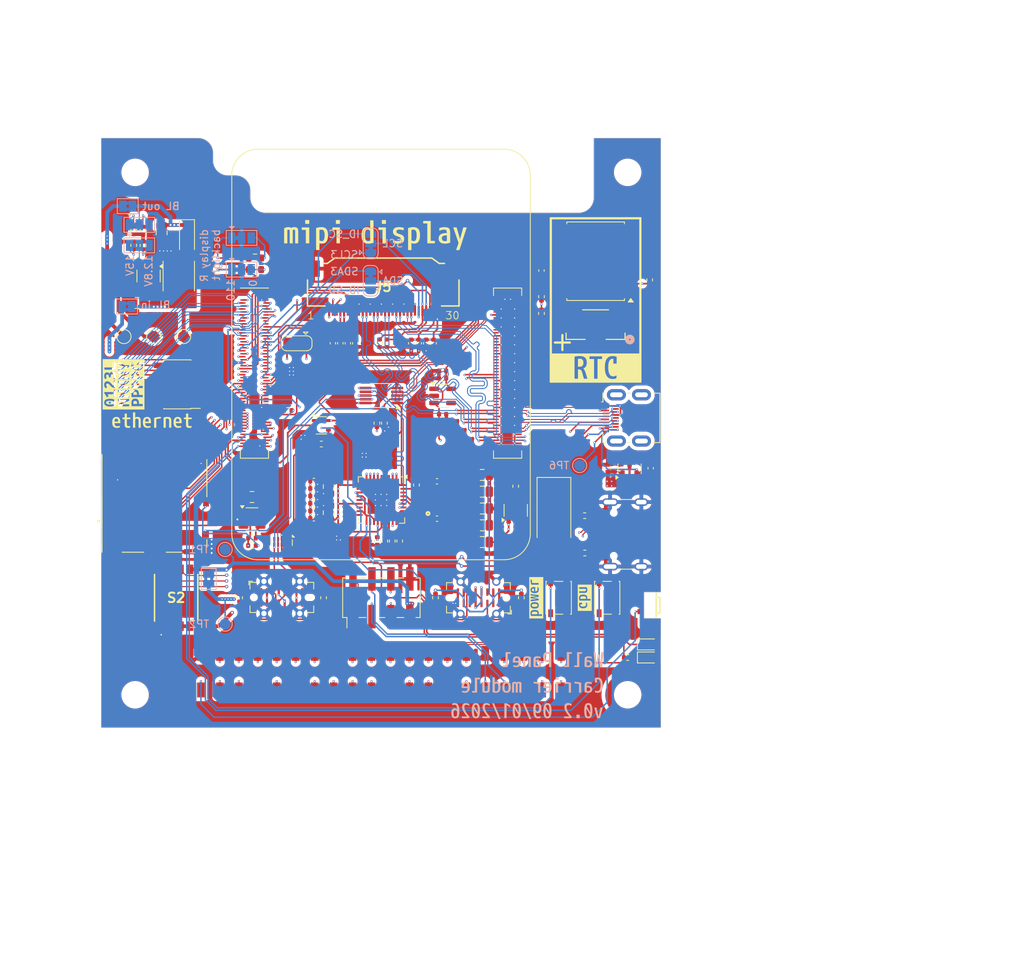
<source format=kicad_pcb>
(kicad_pcb (version 20241229) (generator "pcbnew") (generator_version "9.0")
  (layers (0 "F.Cu" signal) (4 "In1.Cu" power) (6 "In2.Cu" power) (8 "In3.Cu" signal) (10 "In4.Cu" signal) (2 "B.Cu" signal) (13 "F.Paste" user) (15 "B.Paste" user) (5 "F.SilkS" user "F.Silkscreen") (7 "B.SilkS" user "B.Silkscreen") (1 "F.Mask" user) (3 "B.Mask" user) (25 "Edge.Cuts" user))
  (net 0 "")
  (net 1 "GND")
  (net 2 "Net-(Y1-GND_2)")
  (net 3 "Net-(Y1-GND_1)")
  (net 4 "/CM4_HighSpeed/HDMI_5v")
  (net 5 "/RTC , Wakeup, FAN/nRTC_INT")
  (net 6 "Net-(D1-K)")
  (net 7 "Net-(D2-K)")
  (net 8 "Net-(J4-Pin_2)")
  (net 9 "Net-(J1-CC2)")
  (net 10 "Net-(Module1A-PI_nLED_Activity)")
  (net 11 "Net-(J1-CC1)")
  (net 12 "Net-(J2-CC1)")
  (net 13 "Net-(J2-CC2)")
  (net 14 "/CM4_GPIO ( Ethernet, GPIO, SDCARD)/GLOBAL_EN")
  (net 18 "Net-(J16-DET_A)")
  (net 19 "Net-(J16-DET_B)")
  (net 20 "Net-(U2-SCL{slash}SMBCLK{slash}CFG_SEL0)")
  (net 21 "Net-(U2-SDA{slash}SMBDATA{slash}NON_REM1)")
  (net 22 "Net-(U2-SUSP_IND{slash}LOCAL_PWR{slash}NON_REM0)")
  (net 23 "Net-(U2-RBIAS)")
  (net 24 "Net-(U2-HS_IND{slash}CFG_SEL1)")
  (net 25 "Net-(U4-ILIM)")
  (net 26 "/CM4_GPIO ( Ethernet, GPIO, SDCARD)/SD_DAT3")
  (net 27 "/CM4_GPIO ( Ethernet, GPIO, SDCARD)/SD_DAT1")
  (net 28 "/CM4_GPIO ( Ethernet, GPIO, SDCARD)/SD_CMD")
  (net 29 "/CM4_GPIO ( Ethernet, GPIO, SDCARD)/SD_DAT0")
  (net 30 "/CM4_GPIO ( Ethernet, GPIO, SDCARD)/SD_CLK")
  (net 31 "/CM4_GPIO ( Ethernet, GPIO, SDCARD)/SD_DAT2")
  (net 32 "/CM4_HighSpeed/DSI0_D1_N")
  (net 33 "/CM4_HighSpeed/DSI0_D0_P")
  (net 34 "/CM4_GPIO ( Ethernet, GPIO, SDCARD)/GPIO2")
  (net 35 "/CM4_GPIO ( Ethernet, GPIO, SDCARD)/GPIO3")
  (net 36 "/CM4_GPIO ( Ethernet, GPIO, SDCARD)/GPIO4")
  (net 37 "/CM4_GPIO ( Ethernet, GPIO, SDCARD)/GPIO14")
  (net 38 "/CM4_GPIO ( Ethernet, GPIO, SDCARD)/GPIO15")
  (net 39 "/CM4_GPIO ( Ethernet, GPIO, SDCARD)/GPIO17")
  (net 40 "/CM4_GPIO ( Ethernet, GPIO, SDCARD)/GPIO18")
  (net 41 "/CM4_GPIO ( Ethernet, GPIO, SDCARD)/GPIO27")
  (net 42 "/CM4_GPIO ( Ethernet, GPIO, SDCARD)/GPIO22")
  (net 43 "/CM4_GPIO ( Ethernet, GPIO, SDCARD)/GPIO23")
  (net 44 "/CM4_GPIO ( Ethernet, GPIO, SDCARD)/GPIO24")
  (net 45 "/CM4_GPIO ( Ethernet, GPIO, SDCARD)/GPIO10")
  (net 46 "/CM4_GPIO ( Ethernet, GPIO, SDCARD)/GPIO9")
  (net 47 "/CM4_GPIO ( Ethernet, GPIO, SDCARD)/GPIO25")
  (net 48 "/CM4_GPIO ( Ethernet, GPIO, SDCARD)/GPIO11")
  (net 49 "/CM4_GPIO ( Ethernet, GPIO, SDCARD)/GPIO8")
  (net 50 "/CM4_GPIO ( Ethernet, GPIO, SDCARD)/GPIO7")
  (net 51 "/CM4_GPIO ( Ethernet, GPIO, SDCARD)/GPIO5")
  (net 52 "/CM4_GPIO ( Ethernet, GPIO, SDCARD)/GPIO6")
  (net 53 "/CM4_GPIO ( Ethernet, GPIO, SDCARD)/GPIO12")
  (net 54 "/CM4_GPIO ( Ethernet, GPIO, SDCARD)/GPIO13")
  (net 55 "/CM4_GPIO ( Ethernet, GPIO, SDCARD)/GPIO16")
  (net 56 "/CM4_GPIO ( Ethernet, GPIO, SDCARD)/GPIO26")
  (net 57 "/CM4_GPIO ( Ethernet, GPIO, SDCARD)/GPIO20")
  (net 58 "/CM4_GPIO ( Ethernet, GPIO, SDCARD)/GPIO21")
  (net 59 "/CM4_HighSpeed/DSI0_C_P")
  (net 60 "/CM4_HighSpeed/DSI0_C_N")
  (net 61 "/CM4_HighSpeed/DSI0_D0_N")
  (net 62 "/CM4_HighSpeed/DSI0_D1_P")
  (net 63 "/CM4_HighSpeed/DSI1_C_N")
  (net 64 "/CM4_HighSpeed/DSI1_D2_N")
  (net 65 "/CM4_HighSpeed/DSI1_D0_N")
  (net 66 "/CM4_HighSpeed/DSI1_D3_P")
  (net 67 "/CM4_HighSpeed/DSI1_C_P")
  (net 68 "/CM4_HighSpeed/DSI1_D3_N")
  (net 69 "/CM4_HighSpeed/DSI1_D1_N")
  (net 70 "/CM4_HighSpeed/DSI1_D2_P")
  (net 71 "/CM4_HighSpeed/DSI1_D0_P")
  (net 72 "/CM4_HighSpeed/DSI1_D1_P")
  (net 73 "/CM4_HighSpeed/HDMI0_HOTPLUG")
  (net 74 "/CM4_HighSpeed/HDMI0_SDA")
  (net 75 "/CM4_HighSpeed/HDMI0_CEC")
  (net 76 "/CM4_HighSpeed/HDMI0_D1_P")
  (net 77 "Net-(R19-Pad2)")
  (net 78 "/USB2-HUB/HD2_N")
  (net 79 "/USB2-HUB/HD2_P")
  (net 80 "/USB2-HUB/HD1_N")
  (net 81 "/USB2-HUB/HD1_P")
  (net 82 "/USB2-HUB/HD3_P")
  (net 83 "/USB2-HUB/HD3_N")
  (net 84 "/USB2-HUB/HD4_P")
  (net 85 "/USB2-HUB/HD4_N")
  (net 86 "/CM4_HighSpeed/HDMI0_CK_N")
  (net 87 "/CM4_HighSpeed/HDMI0_D2_P")
  (net 88 "/CM4_HighSpeed/HDMI0_D0_P")
  (net 89 "/CM4_HighSpeed/HDMI0_D1_N")
  (net 90 "/CM4_HighSpeed/HDMI0_SCL")
  (net 91 "/CM4_HighSpeed/HDMI0_D0_N")
  (net 92 "/CM4_HighSpeed/HDMI0_CK_P")
  (net 93 "/CM4_HighSpeed/HDMI0_D2_N")
  (net 96 "/CM4_HighSpeed/CAM0_D1_P")
  (net 97 "/CM4_GPIO ( Ethernet, GPIO, SDCARD)/TRD2_N")
  (net 98 "/CM4_GPIO ( Ethernet, GPIO, SDCARD)/CAM_GPIO")
  (net 100 "/CM4_HighSpeed/CAM1_D3_N")
  (net 101 "/CM4_HighSpeed/HDMI1_CK_N")
  (net 102 "/CM4_GPIO ( Ethernet, GPIO, SDCARD)/TRD1_P")
  (net 103 "/CM4_HighSpeed/HDMI1_D0_N")
  (net 104 "/CM4_HighSpeed/HDMI1_SDA")
  (net 105 "/CM4_HighSpeed/CAM1_D1_N")
  (net 106 "/CM4_HighSpeed/HDMI1_D0_P")
  (net 107 "/CM4_GPIO ( Ethernet, GPIO, SDCARD)/TRD3_N")
  (net 108 "/CM4_HighSpeed/PCIE_CLK_N")
  (net 109 "/CM4_HighSpeed/CAM1_C_P")
  (net 110 "/CM4_HighSpeed/CAM1_D2_N")
  (net 111 "/CM4_HighSpeed/CAM0_C_P")
  (net 112 "/CM4_HighSpeed/CAM0_D0_P")
  (net 113 "/CM4_GPIO ( Ethernet, GPIO, SDCARD)/ID_SC")
  (net 114 "/CM4_GPIO ( Ethernet, GPIO, SDCARD)/ID_SD")
  (net 115 "/CM4_HighSpeed/HDMI1_D2_N")
  (net 116 "/CM4_GPIO ( Ethernet, GPIO, SDCARD)/ETH_LEDY")
  (net 117 "/CM4_GPIO ( Ethernet, GPIO, SDCARD)/nPWR_LED")
  (net 118 "/nEXTRST")
  (net 120 "/CM4_HighSpeed/HDMI1_D1_N")
  (net 121 "/CM4_GPIO ( Ethernet, GPIO, SDCARD)/+1.8v")
  (net 122 "/CM4_HighSpeed/PCIE_CLK_nREQ")
  (net 123 "/CM4_HighSpeed/PCIE_RX_N")
  (net 124 "/CM4_HighSpeed/CAM0_D1_N")
  (net 125 "/CM4_HighSpeed/CAM1_D2_P")
  (net 126 "/CM4_HighSpeed/PCIE_RX_P")
  (net 128 "/CM4_HighSpeed/HDMI1_HOTPLUG")
  (net 129 "/CM4_HighSpeed/CAM1_D0_P")
  (net 130 "/CM4_GPIO ( Ethernet, GPIO, SDCARD)/TRD1_N")
  (net 131 "/CM4_HighSpeed/PCIE_nRST")
  (net 132 "/CM4_HighSpeed/CAM1_C_N")
  (net 133 "/CM4_HighSpeed/CAM0_C_N")
  (net 134 "/USB2-HUB/PWR1")
  (net 135 "/USB2-HUB/nOCS1")
  (net 136 "/CM4_GPIO ( Ethernet, GPIO, SDCARD)/ETH_LEDG")
  (net 137 "/CM4_HighSpeed/HDMI1_CK_P")
  (net 139 "/CM4_HighSpeed/PCIE_TX_N")
  (net 140 "/CM4_GPIO ( Ethernet, GPIO, SDCARD)/TRD0_P")
  (net 142 "/CM4_HighSpeed/HDMI1_SCL")
  (net 143 "/CM4_GPIO ( Ethernet, GPIO, SDCARD)/WL_nDis")
  (net 144 "/CM4_GPIO ( Ethernet, GPIO, SDCARD)/GPIO19")
  (net 145 "/USB2-HUB/USBD_P")
  (net 146 "/USB2-HUB/USBD_N")
  (net 147 "/USB2-HUB/USBH_N")
  (net 148 "/USB2-HUB/USBH_P")
  (net 149 "/CM4_GPIO ( Ethernet, GPIO, SDCARD)/SD_PWR")
  (net 150 "/CM4_HighSpeed/HDMI1_D1_P")
  (net 151 "/CM4_GPIO ( Ethernet, GPIO, SDCARD)/SD_PWR_ON")
  (net 152 "/CM4_GPIO ( Ethernet, GPIO, SDCARD)/TRD0_N")
  (net 153 "/CM4_HighSpeed/HDMI1_D2_P")
  (net 154 "/CM4_HighSpeed/CAM1_D0_N")
  (net 155 "/CM4_HighSpeed/PCIE_CLK_P")
  (net 157 "/CM4_GPIO ( Ethernet, GPIO, SDCARD)/TRD2_P")
  (net 158 "/CM4_HighSpeed/CAM0_D0_N")
  (net 159 "/CM4_HighSpeed/HDMI1_CEC")
  (net 160 "/CM4_HighSpeed/CAM1_D1_P")
  (net 161 "/CM4_HighSpeed/CAM1_D3_P")
  (net 162 "/CM4_HighSpeed/PCIE_TX_P")
  (net 163 "/CM4_GPIO ( Ethernet, GPIO, SDCARD)/TRD3_P")
  (net 166 "Net-(U2-XTALIN{slash}CLKIN)")
  (net 167 "Net-(U2-XTALOUT)")
  (net 170 "/CM4_GPIO ( Ethernet, GPIO, SDCARD)/SYNC_OUT")
  (net 171 "/CM4_GPIO ( Ethernet, GPIO, SDCARD)/SYNC_IN")
  (net 172 "/CM4_GPIO ( Ethernet, GPIO, SDCARD)/AIN0")
  (net 173 "/CM4_GPIO ( Ethernet, GPIO, SDCARD)/AIN1")
  (net 174 "/CM4_GPIO ( Ethernet, GPIO, SDCARD)/RUN_PG")
  (net 175 "/CM4_GPIO ( Ethernet, GPIO, SDCARD)/EEPROM_nWP")
  (net 176 "/CM4_GPIO ( Ethernet, GPIO, SDCARD)/GPIO_VREF")
  (net 177 "/CM4_GPIO ( Ethernet, GPIO, SDCARD)/nRPIBOOT")
  (net 178 "/CM4_HighSpeed/USBOTG_ID")
  (net 179 "/CM4_HighSpeed/USB2_N")
  (net 180 "/CM4_HighSpeed/USB2_P")
  (net 181 "/CM4_GPIO ( Ethernet, GPIO, SDCARD)/BT_nDis")
  (net 182 "/CM4_GPIO ( Ethernet, GPIO, SDCARD)/Reserved")
  (net 183 "+2.8v")
  (net 186 "Net-(U3-D1-)")
  (net 187 "Net-(U3-D1+)")
  (net 188 "/CM4_GPIO ( Ethernet, GPIO, SDCARD)/SCL0")
  (net 189 "/CM4_GPIO ( Ethernet, GPIO, SDCARD)/SDA0")
  (net 194 "+3.3V")
  (net 197 "Net-(D3-A)")
  (net 198 "Net-(U11-FB)")
  (net 200 "Net-(J17-CC2)")
  (net 201 "Net-(J17-CC1)")
  (net 202 "/USB2-HUB/OTG_5V_IN")
  (net 203 "/CM4_GPIO ( Ethernet, GPIO, SDCARD)/OTG_MODE_SW1")
  (net 204 "/CM4_HighSpeed/TV_OUT")
  (net 205 "+5V")
  (net 206 "/USB2-HUB/VBUS_OUT")
  (net 207 "/VBUS")
  (net 208 "/CM4_HighSpeed/TOUCH_SCL")
  (net 209 "/CM4_HighSpeed/TOUCH_SDA")
  (net 210 "Net-(J5-LEDK1_2)")
  (net 211 "Net-(J5-LEDK2_3)")
  (net 212 "Net-(D3-K)")
  (net 213 "Net-(JP5-B)")
  (net 214 "/CM4_HighSpeed/BACKLIGHT_POWER_OUT")
  (net 215 "Net-(JP7-A)")
  (net 216 "Net-(JP7-B)")
  (net 217 "Net-(JP8-B)")
  (net 218 "Net-(JP8-A)")
  (net 219 "Net-(JP9-A)")
  (net 220 "Net-(JP10-A)")
  (footprint "kibuzzard-68F655E1" (layer "F.Cu") (at 119.19 116.225 90)
    (property "Reference" "kibuzzard-68F655E1" (hide yes))
    (property "Value" "G***" (hide yes))
  )
  (footprint "Package_TO_SOT_SMD:SOT-23-5" (layer "F.Cu") (at 100.14 89.175)
    (property "Reference" "U7" (hide yes))
    (property "Value" "LP5907MFX-2.8" (hide yes))
  )
  (footprint "Resistor_SMD:R_0402_1005Metric" (layer "F.Cu") (at 124.94 124.225 180)
    (property "Reference" "R16" (hide yes))
    (property "Value" "1k" (hide yes))
  )
  (footprint "Package_SO:MSOP-10_3x3mm_P0.5mm" (layer "F.Cu") (at 91.94 89.125 180)
    (property "Reference" "U1" (hide yes))
    (property "Value" "FSUSB42MUX" (hide yes))
  )
  (footprint "9774030151R:9774030151R" (layer "F.Cu") (at 124.94 129.225)
    (property "Reference" "H3" (hide yes))
    (property "Value" "MountingHole_Pad" (hide yes))
    (fp_circle (center 0 0) (end 1.84 0) (stroke (width 0.01)) (fill no) (layer "Edge.Cuts"))
  )
  (footprint "Capacitor_SMD:C_0402_1005Metric" (layer "F.Cu") (at 82.89 100.575)
    (property "Reference" "C6" (hide yes))
    (property "Value" "100n" (hide yes))
  )
  (footprint "Resistor_SMD:R_0402_1005Metric" (layer "F.Cu") (at 110.69 116.225 90)
    (property "Reference" "R10" (hide yes))
    (property "Value" "56K" (hide yes))
  )
  (footprint "Resistor_SMD:R_0402_1005Metric" (layer "F.Cu") (at 84.19 116.225 -90)
    (property "Reference" "R8" (hide yes))
    (property "Value" "5.1k" (hide yes))
  )
  (footprint "Capacitor_SMD:C_0402_1005Metric" (layer "F.Cu") (at 100.14 91.625 180)
    (property "Reference" "C20" (hide yes))
    (property "Value" "10uF" (hide yes))
  )
  (footprint "Resistor_SMD:R_0402_1005Metric" (layer "F.Cu") (at 91.34 92.825 90)
    (property "Reference" "R2" (hide yes))
    (property "Value" "2.2K 1%" (hide yes))
  )
  (footprint "Capacitor_SMD:C_0402_1005Metric" (layer "F.Cu") (at 99.39 105.625 180)
    (property "Reference" "C2" (hide yes))
    (property "Value" "27pF" (hide yes))
  )
  (footprint "Capacitor_SMD:C_0402_1005Metric" (layer "F.Cu") (at 85.44 82.125 -90)
    (property "Reference" "C30" (hide yes))
    (property "Value" "1uF" (hide yes))
  )
  (footprint "kibuzzard-68F655EA" (layer "F.Cu") (at 112.69 116.225 90)
    (property "Reference" "kibuzzard-68F655EA" (hide yes))
    (property "Value" "G***" (hide yes))
  )
  (footprint "Capacitor_SMD:C_0402_1005Metric" (layer "F.Cu") (at 113.39 72.375 90)
    (property "Reference" "C17" (hide yes))
    (property "Value" "100n" (hide yes))
  )
  (footprint "Jumper:SolderJumper-3_P1.3mm_Bridged12_RoundedPad1.0x1.5mm" (layer "F.Cu") (at 80.59 82.125 180)
    (property "Reference" "JP1" (hide yes))
    (property "Value" "GPIO reference" (hide yes))
  )
  (footprint "TestPoint:TestPoint_Pad_D1.5mm" (layer "F.Cu") (at 57.44 81.225)
    (property "Reference" "TP4" (hide yes))
    (property "Value" "boost out" (hide yes))
  )
  (footprint "Package_TO_SOT_SMD:SOT-23" (layer "F.Cu") (at 125.19 98.9375 90)
    (property "Reference" "U6" (hide yes))
    (property "Value" "RT9742SNGV" (hide yes))
  )
  (footprint "Capacitor_SMD:C_0402_1005Metric" (layer "F.Cu") (at 98.94 82.125 -90)
    (property "Reference" "C25" (hide yes))
    (property "Value" "1uF" (hide yes))
  )
  (footprint "Connector_PinHeader_1.27mm:PinHeader_2x05_P1.27mm_Vertical_SMD" (layer "F.Cu") (at 64.59 87.625 180)
    (property "Reference" "J15" (hide yes))
    (property "Value" "THD-20-R" (hide yes))
  )
  (footprint "Connector_USB:USB_C_Receptacle_GCT_USB4105-xx-A_16P_TopMnt_Horizontal" (layer "F.Cu") (at 125.69 107.725 90)
    (property "Reference" "J17" (hide yes))
    (property "Value" "USB_C_Receptacle_USB2.0_14P" (hide yes))
  )
  (footprint "Resistor_SMD:R_0402_1005Metric" (layer "F.Cu") (at 60 69.01 90)
    (property "Reference" "R18" (hide yes))
    (property "Value" "10K" (hide yes))
  )
  (footprint "Resistor_SMD:R_0402_1005Metric" (layer "F.Cu") (at 127.89 73.625 -90)
    (property "Reference" "R13" (hide yes))
    (property "Value" "10K" (hide yes))
  )
  (footprint "Package_DFN_QFN:QFN-36-1EP_6x6mm_P0.5mm_EP3.7x3.7mm" (layer "F.Cu") (at 91.9525 103.125 -90)
    (property "Reference" "U2" (hide yes))
    (property "Value" "USB2514B-I/M2" (hide yes))
  )
  (footprint "Capacitor_SMD:C_0805_2012Metric" (layer "F.Cu") (at 105.44 102.0125 180)
    (property "Reference" "C16" (hide yes))
    (property "Value" "10u" (hide yes))
  )
  (footprint "Package_TO_SOT_SMD:SOT-23-6" (layer "F.Cu") (at 60.74 73.1125 -90)
    (property "Reference" "U11" (hide yes))
    (property "Value" "MT3608" (hide yes))
  )
  (footprint "Diode_SMD:D_SOD-123" (layer "F.Cu") (at 65.89 67.925 -90)
    (property "Reference" "D3" (hide yes))
    (property "Value" "B5817W" (hide yes))
  )
  (footprint "Capacitor_SMD:C_0402_1005Metric" (layer "F.Cu") (at 82.89 103.575)
    (property "Reference" "C7" (hide yes))
    (property "Value" "100n" (hide yes))
  )
  (footprint "Resistor_SMD:R_0402_1005Metric" (layer "F.Cu") (at 58.75 69 90)
    (property "Reference" "R29" (hide yes))
    (property "Value" "10K" (hide yes))
  )
  (footprint "Resistor_SMD:R_0402_1005Metric" (layer "F.Cu") (at 92.39 108.625 -90)
    (property "Reference" "R3" (hide yes))
    (property "Value" "36K 1%" (hide yes))
  )
  (footprint "kibuzzard-68AB3D2F" (layer "F.Cu") (at 120.64 85.375)
    (property "Reference" "kibuzzard-68AB3D2F" (hide yes))
    (property "Value" "G***" (hide yes))
  )
  (footprint "218-4LPSTRF:2184LPSTRF" (layer "F.Cu") (at 64.44 116.225)
    (property "Reference" "S2")
    (property "Value" "218-4LPSTRF" (hide yes))
  )
  (footprint "9774030151R:9774030151R" (layer "F.Cu") (at 58.94 129.225)
    (property "Reference" "H4" (hide yes))
    (property "Value" "MountingHole_Pad" (hide yes))
    (fp_circle (center 0 0) (end 1.84 0) (stroke (width 0.01)) (fill no) (layer "Edge.Cuts"))
  )
  (footprint "Resistor_SMD:R_0402_1005Metric" (layer "F.Cu") (at 96.64 101.115 -90)
    (property "Reference" "R6" (hide yes))
    (property "Value" "12K 1%" (hide yes))
  )
  (footprint "Capacitor_SMD:C_0402_1005Metric" (layer "F.Cu") (at 88.44 82.125 -90)
    (property "Reference" "C26" (hide yes))
    (property "Value" "1uF" (hide yes))
  )
  (footprint "Connector_PinHeader_2.54mm:PinHeader_2x04_P2.54mm_Vertical_SMD" (layer "F.Cu") (at 91.94 116.225 90)
    (property "Reference" "J18" (hide yes))
    (property "Value" "THD-20-R" (hide yes))
  )
  (footprint "Resistor_SMD:R_0402_1005Metric" (layer "F.Cu") (at 91.69 82.125 90)
    (property "Reference" "R14" (hide yes))
    (property "Value" "2.2K 1%" (hide yes))
  )
  (footprint "9774030151R:9774030151R" (layer "F.Cu") (at 124.94 59.225)
    (property "Reference" "H2" (hide yes))
    (property "Value" "MountingHole_Pad" (hide yes))
    (fp_circle (center 0 0) (end 1.84 0) (stroke (width 0.01)) (fill no) (layer "Edge.Cuts"))
  )
  (footprint "SKSLLBE010:SKSLLBE010" (layer "F.Cu") (at 127.915 117.225 90)
    (property "Reference" "S1" (hide yes))
    (property "Value" "SKSLLBE010" (hide yes))
  )
  (footprint "Connector_USB:USB_C_Receptacle_G-Switch_GT-USB-7051x" (layer "F.Cu") (at 78.6 116.18)
    (property "Reference" "J1" (hide yes))
    (property "Value" "USB_C_Receptacle_USB2.0_14P" (hide yes))
  )
  (footprint "Resistor_SMD:R_0402_1005Metric" (layer "F.Cu") (at 79.39 91.125)
    (property "Reference" "R21" (hide yes))
    (property "Value" "nf" (hide yes))
  )
  (footprint "Capacitor_SMD:C_0402_1005Metric" (layer "F.Cu") (at 100.14 86.825)
    (property "Reference" "C21" (hide yes))
    (property "Value" "10uF" (hide yes))
  )
  (footprint "Package_TO_SOT_SMD:SOT-23-5" (layer "F.Cu") (at 74.59825 105.72925)
    (property "Reference" "U10" (hide yes))
    (property "Value" "RT9742GGJ5" (hide yes))
  )
  (footprint "Package_SON:USON-10_2.5x1.0mm_P0.5mm" (layer "F.Cu") (at 78.59 108.725 -90)
    (property "Reference" "U3" (hide yes))
    (property "Value" "TPD4EUSB30" (hide yes))
  )
  (footprint "Capacitor_SMD:C_0402_1005Metric" (layer "F.Cu") (at 96.94 82.125 -90)
    (property "Reference" "C27" (hide yes))
    (property "Value" "100n" (hide yes))
  )
  (footprint "Resistor_SMD:R_0402_1005Metric" (layer "F.Cu") (at 74.59825 109.22925)
    (property "Reference" "R20" (hide yes))
    (property "Value" "nf" (hide yes))
  )
  (footprint "Capacitor_SMD:C_0402_1005Metric" (layer "F.Cu") (at 99.39 100.625)
    (property "Reference" "C1" (hide yes))
    (property "Value" "27pF" (hide yes))
  )
  (footprint "Button_Switch_SMD:SW_SPST_PTS810" (layer "F.Cu") (at 115.69 116.225 90)
    (property "Reference" "SW1" (hide yes))
    (property "Value" "power reset" (hide yes))
  )
  (footprint "Capacitor_SMD:C_0805_2012Metric" (layer "F.Cu") (at 84.89 101.325 -90)
    (property "Reference" "C4" (hide yes))
    (property "Value" "10u" (hide yes))
  )
  (footprint "Capacitor_SMD:C_0805_2012Metric" (layer "F.Cu") (at 59.19 76.725 180)
    (property "Reference" "C33" (hide yes))
    (property "Value" "22uF" (hide yes))
  )
  (footprint "9774030151R:9774030151R" (layer "F.Cu") (at 58.94 59.225)
    (property "Reference" "H1" (hide yes))
    (property "Value" "MountingHole_Pad" (hide yes))
    (fp_circle (center 0 0) (end 1.84 0) (stroke (width 0.01)) (fill no) (layer "Edge.Cuts"))
  )
  (footprint "Capacitor_SMD:C_0402_1005Metric" (layer "F.Cu") (at 86.44 82.125 -90)
    (property "Reference" "C28" (hide yes))
    (property "Value" "100n" (hide yes))
  )
  (footprint "Capacitor_SMD:C_0805_2012Metric" (layer "F.Cu") (at 74.59825 102.72925)
    (property "Reference" "C31" (hide yes))
    (property "Value" "10u" (hide yes))
  )
  (footprint "Capacitor_SMD:C_0402_1005Metric" (layer "F.Cu") (at 82.89 102.575)
    (property "Reference" "C5" (hide yes))
    (property "Value" "100n" (hide yes))
  )
  (footprint "Capacitor_SMD:C_0402_1005Metric" (layer "F.Cu") (at 82.89 105.575)
    (property "Reference" "C9" (hide yes))
    (property "Value" "100n" (hide yes))
  )
  (footprint "Resistor_SMD:R_0402_1005Metric" (layer "F.Cu") (at 58.75 67 90)
    (property "Reference" "R30" (hide yes))
    (property "Value" "240K" (hide yes))
  )
  (footprint "Capacitor_SMD:C_0402_1005Metric" (layer "F.Cu") (at 87.44 82.125 -90)
    (property "Reference" "C24" (hide yes))
    (property "Value" "100n" (hide yes))
  )
  (footprint "CM4IO:Raspberry-Pi-4-Compute-Module" (layer "F.Cu") (at 75.39 107.625)
    (property "Reference" "Module1" (hide yes))
    (property "Value" "ComputeModule4" (hide yes))
  )
  (footprint "Resistor_SMD:R_0402_1005Metric" (layer "F.Cu") (at 99.19 116.225 90)
    (property "Reference" "R12" (hide yes))
    (property "Value" "56K" (hide yes))
  )
  (footprint "Resistor_SMD:R_0603_1608Metric" (layer "F.Cu") (at 75 70.7)
    (property "Reference" "R27" (hide yes))
    (property "Value" "110" (hide yes))
  )
  (footprint "Package_TO_SOT_SMD:SOT-353_SC-70-5" (layer "F.Cu") (at 83.89 93.125)
    (property "Reference" "U9" (hide yes))
    (property "Value" "74LVC1G07SE-7" (hide yes))
  )
  (footprint "TestPoint:TestPoint_Pad_D1.5mm" (layer "F.Cu") (at 61.44 81.225)
    (property "Reference" "TP5" (hide yes))
    (property "Value" "boost fb" (hide yes))
  )
  (footprint "Resistor_SMD:R_0402_1005Metric" (layer "F.Cu") (at 113.39 75.875 90)
    (property "Reference" "R23" (hide yes))
    (property "Value" "4.7k" (hide yes))
  )
  (footprint "Package_TO_SOT_SMD:SOT-23-6" (layer "F.Cu") (at 109.94 104.5125 90)
    (property "Reference" "U4" (hide yes))
    (property "Value" "AP22653W6" (hide yes))
  )
  (footprint "Resistor_SMD:R_0402_1005Metric" (layer "F.Cu") (at 113.39 78.125 -90)
    (property "Reference" "R24" (hide yes))
    (property "Value" "4.7k" (hide yes))
  )
  (footprint "ABM8G-24.000MHZ-18-D2Y-T:ABM8G" (layer "F.Cu") (at 99.39 103.125)
    (property "Reference" "Y1" (hide yes))
    (property "Value" "ABM8G-24.000MHZ-18-D2Y-T" (hide yes))
  )
  (footprint "kibuzzard-68F10531" (layer "F.Cu") (at 57.39 87.625 90)
    (property "Reference" "kibuzzard-68F10531" (hide yes))
    (property "Value" "G***" (hide yes))
  )
  (footprint "Resistor_SMD:R_0402_1005Metric" (layer "F.Cu") (at 119.2 110.225)
    (property "Reference" "R25" (hide yes))
    (property "Value" "56K" (hide yes))
  )
  (footprint "Capacitor_SMD:C_0805_2012Metric" (layer "F.Cu") (at 105.44 106.5125 180)
    (property "Reference" "C15" (hide yes))
    (property "Value" "10u" (hide yes))
  )
  (footprint "Capacitor_SMD:C_0402_1005Metric" (layer "F.Cu") (at 97.94 82.125 -90)
    (property "Reference" "C23" (hide yes))
    (property "Value" "100n" (hide yes))
  )
  (footprint "Capacitor_SMD:C_0402_1005Metric" (layer "F.Cu") (at 95.94 82.125 -90)
    (property "Reference" "C29" (hide yes))
    (property "Value" "1uF" (hide yes))
  )
  (footprint "Resistor_SMD:R_0402_1005Metric" (layer "F.Cu") (at 109.94 101.2725 90)
    (property "Reference" "R11" (hide yes))
    (property "Value" "15K 1%" (hide yes))
  )
  (footprint "Connector_Video:HDMI_Micro-D_Molex_46765-1x01" (layer "F.Cu") (at 126.79 92.125 90)
    (property "Reference" "J6" (hide yes))
    (property "Value" "690-019-298-412" (hide yes))
  )
  (footprint "Inductor_SMD:L_Taiyo-Yuden_NR-40xx" (layer "F.Cu") (at 64.79 73.125 90)
    (property "Reference" "L1" (hide yes))
    (property "Value" "10uH" (hide yes))
  )
  (footprint "Capacitor_SMD:C_0402_1005Metric" (layer "F.Cu") (at 100.14 85.825)
    (property "Reference" "C22" (hide yes))
    (property "Value" "100n" (hide yes))
  )
  (footprint "PM254-2-20-WS-8.5:PM254-2-20-WS-8.5" (layer "F.Cu") (at 91.89 126.125)
    (property "Reference" "J10" (hide yes))
    (property "Value" "THD-20-R" (hide yes))
  )
  (footprint "Package_SO:SOIC-16W_7.5x10.3mm_P1.27mm" (layer "F.Cu") (at 120.64 71.125 180)
    (property "Reference" "U5" (hide yes))
    (property "Value" "DS3231M" (hide yes))
  )
  (footprint "Resistor_SMD:R_0402_1005Metric" (layer "F.Cu") (at 93.39 108.625 -90)
    (property "Reference" "R7" (hide yes))
    (property "Value" "36K 1%" (hide yes))
  )
  (footprint "F31L-1A7H1-11030:F31L1A7H111030" (layer "F.Cu") (at 92.19 74.24 180)
    (property "Reference" "J5")
    (property "Value" "F31L-1A7H1-11030" (hide yes))
  )
  (footprint "LED_SMD:LED_0603_1608Metric" (layer "F.Cu") (at 127.7275 122.475)
    (property "Reference" "D2" (hide yes))
    (property "Value" "LED Red" (hide yes))
  )
  (footprint "Resistor_SMD:R_0402_1005Metric" (layer "F.Cu") (at 72.94 116.225 -90)
    (property "Reference" "R9" (hide yes))
    (property "Value" "5.1k" (hide yes))
  )
  (footprint "TestPoint:TestPoint_Pad_D1.5mm" (layer "F.Cu") (at 65.44 81.225)
    (property "Reference" "TP3" (hide yes))
    (property "Value" "boost in" (hide yes))
  )
  (footprint "Resistor_SMD:R_0402_1005Metric" (layer "F.Cu") (at 92.34 92.825 -90)
    (property "Reference" "R1" (hide yes))
    (property "Value" "2.2K 1%" (hide yes))
  )
  (footprint "Button_Switch_SMD:SW_SPST_PTS810" (layer "F.Cu") (at 122.19 116.225 90)
    (property "Reference" "SW2" (hide yes))
    (property "Value" "cpu reset" (hide yes))
  )
  (footprint "Resistor_SMD:R_0603_1608Metric" (layer "F.Cu") (at 75 72.25)
    (property "Reference" "R28" (hide yes))
    (property "Value" "110" (hide yes))
  )
  (footprint "Connector_USB:USB_C_Receptacle_G-Switch_GT-USB-7051x" (layer "F.Cu") (at 104.94 116.225 180)
    (property "Reference" "J2" (hide yes))
    (property "Value" "USB_C_Receptacle_USB2.0_14P" (hide yes))
  )
  (footprint "Resistor_SMD:R_0402_1005Metric" (layer "F.Cu") (at 60 67.025 90)
    (property "Reference" "R17" (hide yes))
    (property "Value" "200K" (hide yes))
  )
  (footprint "Resistor_SMD:R_0402_1005Metric" (layer "F.Cu") (at 94.39 108.625 -90)
    (property "Reference" "R5" (hide yes))
    (property "Value" "36K 1%" (hide yes))
  )
  (footprint "kibuzzard-68AB3EB0" (layer "F.Cu") (at 91.14 67.625)
    (property "Reference" "kibuzzard-68AB3EB0" (hide yes))
    (property "Value" "G***" (hide yes))
  )
  (footprint "LED_SMD:LED_0603_1608Metric" (layer "F.Cu") (at 127.7275 124.225)
    (property "Reference" "D1" (hide yes))
    (property "Value" "LED Green" (hide yes))
  )
  (footprint "Capacitor_SMD:C_0805_2012Metric" (layer "F.Cu") (at 105.44 99.7625 180)
    (property "Reference" "C14" (hide yes))
    (property "Value" "10u" (hide yes))
  )
  (footprint "Resistor_SMD:R_0402_1005Metric" (layer "F.Cu") (at 83.89 95.625)
    (property "Reference" "R19" (hide yes))
    (property "Value" "1k" (hide yes))
  )
  (footprint "Capacitor_Tantalum_SMD:CP_EIA-7343-31_Kemet-D" (layer "F.Cu") (at 115.06 104.5125 -90)
    (property "Reference" "C12" (hide yes))
    (property "Value" "100uF" (hide yes))
  )
  (footprint "CM4IO:SDCARD_MOLEX_503398-1892" (layer "F.Cu") (at 61.525 103.57 90)
    (property "Reference" "J16" (hide yes))
    (property "Value" "Micro_SD_Card_Det" (hide yes))
  )
  (footprint "Capacitor_SMD:C_0402_1005Metric" (layer "F.Cu") (at 82.89 104.575)
    (property "Reference" "C8" (hide yes))
    (property "Value" "100n" (hide yes))
  )
  (footprint "Capacitor_SMD:C_0805_2012Metric" (layer "F.Cu") (at 84.89 104.825 90)
    (property "Reference" "C3" (hide yes))
    (property "Value" "10u" (hide yes))
  )
  (footprint "Resistor_SMD:R_0402_1005Metric" (layer "F.Cu") (at 74.59825 108.22925)
    (property "Reference" "R22" (hide yes))
    (property "Value" "12K 1%" (hide yes))
  )
  (footprint "Capacitor_SMD:C_0402_1005Metric" (layer "F.Cu") (at 122.275 98.8675 90)
    (property "Reference" "C18" (hide yes))
    (property "Value" "100n" (hide yes))
  )
  (footprint "Capacitor_SMD:C_0805_2012Metric" (layer "F.Cu") (at 105.44 108.7625 180)
    (property "Reference" "C11" (hide yes))
    (property "Value" "10u" (hide yes))
  )
  (footprint "Capacitor_SMD:C_0805_2012Metric" (layer "F.Cu") (at 105.44 104.2625 180)
    (property "Reference" "C13" (hide yes))
    (property "Value" "10u" (hide yes))
  )
  (footprint "Capacitor_SMD:C_0805_2012Metric" (layer "F.Cu") (at 62.49 67.325 -90)
    (property "Reference" "C32" (hide yes))
    (property "Value" "22uF" (hide yes))
  )
  (footprint "Capacitor_SMD:C_0402_1005Metric" (layer "F.Cu") (at 128.025 98.8675 90)
    (property "Reference" "C19" (hide yes))
    (property "Value" "100n" (hide yes))
  )
  (footprint "Resistor_SMD:R_0402_1005Metric" (layer "F.Cu") (at 119.18 105.225)
    (property "Reference" "R26" (hide yes))
    (property "Value" "56K" (hide yes))
  )
  (footprint "CONN02_533984002_MOL:CONN02_533984002_MOL" (layer "F.Cu") (at 120.64 79.625)
    (property "Reference" "J4" (hide yes))
    (property "Value" "Conn_01x02_Socket" (hide yes))
  )
  (footprint "Resistor_SMD:R_0402_1005Metric" (layer "F.Cu") (at 91.39 108.615 -90)
    (property "Reference" "R4" (hide yes))
    (property "Value" "36K 1%" (hide yes))
  )
  (footprint "Resistor_SMD:R_0402_1005Metric" (layer "F.Cu") (at 92.69 82.125 90)
    (property "Reference" "R15" (hide yes))
    (property "Value" "2.2K 1%" (hide yes))
  )
  (footprint "Capacitor_SMD:C_0402_1005Metric" (layer "F.Cu") (at 82.89 101.575)
    (property "Reference" "C10" (hide yes))
    (property "Value" "100n" (hide yes))
  )
  (footprint "kibuzzard-68F10A66" (layer "F.Cu") (at 61.19 92.425)
    (property "Reference" "kibuzzard-68F10A66" (hide yes))
    (property "Value" "G***" (hide yes))
  )
  (footprint "kibuzzard-6960BEF1" (layer "B.Cu") (at 111.5 127.975 180)
    (property "Reference" "kibuzzard-6960BEF1" (hide yes))
    (property "Value" "G***" (hide yes))
  )
  (footprint "Jumper:SolderJumper-2_P1.3mm_Bridged2Bar_Pad1.0x1.5mm" (layer "B.Cu") (at 57.85 77.2)
    (property "Reference" "JP5" (hide yes))
    (property "Value" "SolderJumper_2_Bridged" (hide yes))
  )
  (footprint "Jumper:SolderJumper-3_P1.3mm_Bridged12_RoundedPad1.0x1.5mm" (layer "B.Cu") (at 90.5 68.75 90)
    (property "Reference" "JP4" (hide yes))
    (property "Value" "GPIO reference" (hide yes))
  )
  (footprint "TestPoint:TestPoint_Pad_D1.5mm" (layer "B.Cu") (at 71 109.75)
    (property "Reference" "TP1")
    (property "Value" "TestPoint")
  )
  (footprint "Jumper:SolderJumper-3_P1.3mm_Bridged12_Pad1.0x1.5mm" (layer "B.Cu") (at 59.5 66.25)
    (property "Reference" "JP7" (hide yes))
    (property "Value" "12.8/15V" (hide yes))
  )
  (footprint "Jumper:SolderJumper-2_P1.3mm_Bridged2Bar_Pad1.0x1.5mm" (layer "B.Cu") (at 68.8 113.7 -90)
    (property "Reference" "JP2" (hide yes))
    (property "Value" "Jumper_2_Small_Bridged" (hide yes))
  )
  (footprint "kibuzzard-68AC3314" (layer "B.Cu") (at 59 116.25 -90)
    (property "Reference" "kibuzzard-68AC3314" (hide yes))
    (property "Value" "G***" (hide yes))
  )
  (footprint "TestPoint:TestPoint_Pad_D1.5mm" (layer "B.Cu") (at 118.5 98.5)
    (property "Reference" "TP6")
    (property "Value" "TestPoint")
  )
  (footprint "Jumper:SolderJumper-3_P1.3mm_Bridged12_Pad1.0x1.5mm" (layer "B.Cu") (at 73.2 68)
    (property "Reference" "JP9" (hide yes))
    (property "Value" "0/110ohm" (hide yes))
  )
  (footprint "Jumper:SolderJumper-3_P1.3mm_Bridged12_Pad1.0x1.5mm" (layer "B.Cu") (at 59.5 69)
    (property "Reference" "JP8" (hide yes))
    (property "Value" "12.8/15V" (hide yes))
  )
  (footprint "TestPoint:TestPoint_Pad_D1.5mm" (layer "B.Cu") (at 71 119.75)
    (property "Reference" "TP2")
    (property "Value" "TestPoint")
  )
  (footprint "Jumper:SolderJumper-2_P1.3mm_Bridged2Bar_Pad1.0x1.5mm" (layer "B.Cu") (at 57.95 63.75 180)
    (property "Reference" "JP6" (hide yes))
    (property "Value" "SolderJumper_2_Bridged" (hide yes))
  )
  (footprint "Jumper:SolderJumper-3_P1.3mm_Bridged12_Pad1.0x1.5mm" (layer "B.Cu") (at 73.2 72.25)
    (property "Reference" "JP10" (hide yes))
    (property "Value" "0/110ohm" (hide yes))
  )
  (footprint "Jumper:SolderJumper-3_P1.3mm_Bridged12_RoundedPad1.0x1.5mm" (layer "B.Cu") (at 90.5 73.75 -90)
    (property "Reference" "JP3" (hide yes))
    (property "Value" "GPIO reference" (hide yes))
  )
  (gr_line (start 126.64 87.258562) (end 126.64 65.383562) (stroke (width 0.3)) (layer "F.SilkS"))
  (gr_line (start 126.64 87.258562) (end 114.64 87.258562) (stroke (width 0.3)) (layer "F.SilkS"))
  (gr_line (start 116.19 81.025) (end 116.19 83.025) (stroke (width 0.3)) (layer "F.SilkS"))
  (gr_line (start 126.64 65.375) (end 114.64 65.375) (stroke (width 0.3)) (layer "F.SilkS"))
  (gr_line (start 115.19 82.025) (end 117.19 82.025) (stroke (width 0.3)) (layer "F.SilkS"))
  (gr_line (start 114.64 87.25) (end 114.64 65.375) (stroke (width 0.3)) (layer "F.SilkS"))
  (gr_arc (start 76.39 64.625) (mid 74.975786 64.039214) (end 74.39 62.625) (stroke (width 0.05)) (layer "Edge.Cuts"))
  (gr_arc (start 67.39 54.625) (mid 68.804214 55.210786) (end 69.39 56.625) (stroke (width 0.05)) (layer "Edge.Cuts"))
  (gr_line (start 67.39 54.625) (end 54.39 54.625) (stroke (width 0.05)) (layer "Edge.Cuts"))
  (gr_line (start 129.39 115.475) (end 127.14 115.475) (stroke (width 0.05)) (layer "Edge.Cuts"))
  (gr_arc (start 71.39 59.625) (mid 69.975786 59.039214) (end 69.39 57.625) (stroke (width 0.05)) (layer "Edge.Cuts"))
  (gr_line (start 120.39 62.624999) (end 120.39 54.625) (stroke (width 0.05)) (layer "Edge.Cuts"))
  (gr_line (start 74.39 61.625) (end 74.39 62.625) (stroke (width 0.05)) (layer "Edge.Cuts"))
  (gr_line (start 120.39 54.625) (end 129.39 54.625) (stroke (width 0.05)) (layer "Edge.Cuts"))
  (gr_line (start 76.39 64.625) (end 118.39 64.625) (stroke (width 0.05)) (layer "Edge.Cuts"))
  (gr_line (start 129.39 118.975) (end 129.39 133.625) (stroke (width 0.05)) (layer "Edge.Cuts"))
  (gr_line (start 129.39 133.625) (end 54.39 133.625) (stroke (width 0.05)) (layer "Edge.Cuts"))
  (gr_line (start 127.14 118.975) (end 129.39 118.975) (stroke (width 0.05)) (layer "Edge.Cuts"))
  (gr_line (start 129.39 54.625) (end 129.39 115.475) (stroke (width 0.05)) (layer "Edge.Cuts"))
  (gr_line (start 69.39 56.625) (end 69.39 57.625) (stroke (width 0.05)) (layer "Edge.Cuts"))
  (gr_line (start 127.14 115.475) (end 127.14 118.975) (stroke (width 0.05)) (layer "Edge.Cuts"))
  (gr_arc (start 72.39 59.625) (mid 73.804214 60.210786) (end 74.39 61.625) (stroke (width 0.05)) (layer "Edge.Cuts"))
  (gr_line (start 71.39 59.625) (end 72.39 59.625) (stroke (width 0.05)) (layer "Edge.Cuts"))
  (gr_line (start 54.39 133.625) (end 54.39 54.625) (stroke (width 0.05)) (layer "Edge.Cuts"))
  (gr_arc (start 120.39 62.624999) (mid 119.804214 64.039213) (end 118.39 64.624999) (stroke (width 0.05)) (layer "Edge.Cuts"))
  (gr_text "display R\nbacklight" (at 69 66.75 90) (layer "B.SilkS") (effects (font (size 1 1)) (justify left mirror)))
  (gr_text "ID_SC" (at 84.75 67.5 0) (layer "B.SilkS") (effects (font (size 1 1)) (justify right mirror)))
  (gr_text "SDA3" (at 85 72.5 0) (layer "B.SilkS") (effects (font (size 1 1)) (justify right mirror)))
  (gr_text "SDA" (at 92 73.75 0) (layer "B.SilkS") (effects (font (size 1 1)) (justify right mirror)))
  (gr_text "0" (at 74.75 73.5 90) (layer "B.SilkS") (effects (font (size 1 1)) (justify left mirror)))
  (gr_text "ID_SD" (at 84.75 75 0) (layer "B.SilkS") (effects (font (size 1 1)) (justify right mirror)))
  (gr_text "BL out" (at 65 63.75 0) (layer "B.SilkS") (effects (font (size 1 1)) (justify left mirror)))
  (gr_text "SCL3" (at 85 70.25 0) (layer "B.SilkS") (effects (font (size 1 1)) (justify right mirror)))
  (gr_text "BL in" (at 63.75 77 0) (layer "B.SilkS") (effects (font (size 1 1)) (justify left mirror)))
  (gr_text "SCL" (at 92 68.75 0) (layer "B.SilkS") (effects (font (size 1 1)) (justify right mirror)))
  (gr_text "12.8V" (at 60.75 70.25 90) (layer "B.SilkS") (effects (font (size 1 1)) (justify left mirror)))
  (gr_text "110" (at 71.75 73.5 90) (layer "B.SilkS") (effects (font (size 1 1)) (justify left mirror)))
  (gr_text "15V" (at 58.25 70.25 90) (layer "B.SilkS") (effects (font (size 1 1)) (justify left mirror)))
  (segment (start 75.89 90.725) (end 75.59 90.725) (width 0.2) (layer "F.Cu") (net 1))
  (segment (start 75.89 89.125) (end 76.47 89.125) (width 0.2) (layer "F.Cu") (net 1))
  (segment (start 109.79 90.725) (end 109.79 89.525) (width 0.2) (layer "F.Cu") (net 1))
  (segment (start 109.84 88.325) (end 110.39 88.325) (width 0.2) (layer "F.Cu") (net 1))
  (segment (start 109.79 82.325) (end 110.39 82.325) (width 0.2) (layer "F.Cu") (net 1))
  (segment (start 73.902 90.325) (end 73.99 90.237) (width 0.2) (layer "F.Cu") (net 1))
  (segment (start 88.89 90.125) (end 88.14 90.125) (width 0.2) (layer "F.Cu") (net 1))
  (segment (start 73.39 80.725) (end 72.79 80.725) (width 0.2) (layer "F.Cu") (net 1))
  (segment (start 75.89 84.325) (end 76.47 84.325) (width 0.2) (layer "F.Cu") (net 1))
  (segment (start 107.99 81.125) (end 107.31 81.125) (width 0.2) (layer "F.Cu") (net 1))
  (segment (start 109.79 84.725) (end 110.39 84.725) (width 0.2) (layer "F.Cu") (net 1))
  (segment (start 75.89 80.325) (end 76.47 80.325) (width 0.2) (layer "F.Cu") (net 1))
  (segment (start 72.79 87.925) (end 73.39 87.925) (width 0.2) (layer "F.Cu") (net 1))
  (segment (start 110.39 77.525) (end 109.79 77.525) (width 0.2) (layer "F.Cu") (net 1))
  (segment (start 75.89 76.325) (end 76.47 76.325) (width 0.2) (layer "F.Cu") (net 1))
  (segment (start 97.94 83.125) (end 97.94 82.605) (width 0.2) (layer "F.Cu") (net 1))
  (segment (start 122.01 103.98) (end 122.585 103.405) (width 0.5) (layer "F.Cu") (net 1))
  (segment (start 77.09 82.325) (end 76.47 82.325) (width 0.2) (layer "F.Cu") (net 1))
  (segment (start 77.09 77.525) (end 76.47 77.525) (width 0.2) (layer "F.Cu") (net 1))
  (segment (start 107.99 90.725) (end 107.31 90.725) (width 0.2) (layer "F.Cu") (net 1))
  (segment (start 91.14 90.125) (end 88.89 90.125) (width 0.2) (layer "F.Cu") (net 1))
  (segment (start 122.015 91.125) (end 121.215 91.125) (width 0.23) (layer "F.Cu") (net 1))
  (segment (start 107.99 77.525) (end 107.31 77.525) (width 0.2) (layer "F.Cu") (net 1))
  (segment (start 88.89 90.125) (end 89.8275 90.125) (width 0.23) (layer "F.Cu") (net 1))
  (segment (start 109.79 91.925) (end 109.79 95.525) (width 0.23) (layer "F.Cu") (net 1))
  (segment (start 73.99 89.125) (end 73.39 89.125) (width 0.2) (layer "F.Cu") (net 1))
  (segment (start 123.24 91.725) (end 123.915 91.725) (width 0.23) (layer "F.Cu") (net 1))
  (segment (start 78.5 107.25) (end 78.59 107.34) (width 0.23) (layer "F.Cu") (net 1))
  (segment (start 109.79 85.925) (end 110.39 85.925) (width 0.2) (layer "F.Cu") (net 1))
  (segment (start 96.44 76.875) (end 96.44 77.775) (width 0.23) (layer "F.Cu") (net 1))
  (segment (start 123.986 91.654) (end 123.915 91.725) (width 0.23) (layer "F.Cu") (net 1))
  (segment (start 73.99 86.775) (end 73.94 86.725) (width 0.2) (layer "F.Cu") (net 1))
  (segment (start 107.99 82.325) (end 107.31 82.325) (width 0.2) (layer "F.Cu") (net 1))
  (segment (start 72.79 77.525) (end 73.39 77.525) (width 0.2) (layer "F.Cu") (net 1))
  (segment (start 109.79 83.525) (end 110.39 83.525) (width 0.2) (layer "F.Cu") (net 1))
  (segment (start 77.09 87.925) (end 76.47 87.925) (width 0.2) (layer "F.Cu") (net 1))
  (segment (start 73.94 86.725) (end 73.39 86.725) (width 0.2) (layer "F.Cu") (net 1))
  (segment (start 75.59 90.725) (end 73.99 89.125) (width 0.2) (layer "F.Cu") (net 1))
  (segment (start 107.31 95.525) (end 107.99 95.525) (width 0.2) (layer "F.Cu") (net 1))
  (segment (start 109.79 87.125) (end 110.39 87.125) (width 0.2) (layer "F.Cu") (net 1))
  (segment (start 107.99 89.525) (end 107.31 89.525) (width 0.2) (layer "F.Cu") (net 1))
  (segment (start 75.99 95.525) (end 75.64 95.875) (width 0.2) (layer "F.Cu") (net 1))
  (segment (start 110.39 91.925) (end 109.79 91.925) (width 0.2) (layer "F.Cu") (net 1))
  (segment (start 76.47 95.525) (end 75.99 95.525) (width 0.2) (layer "F.Cu") (net 1))
  (segment (start 122.015 92.325) (end 121.215 92.325) (width 0.23) (layer "F.Cu") (net 1))
  (segment (start 88.94 76.875) (end 88.94 77.775) (width 0.23) (layer "F.Cu") (net 1))
  (segment (start 109.79 79.925) (end 110.39 79.925) (width 0.2) (layer "F.Cu") (net 1))
  (segment (start 93.89 87.9625) (end 94.0525 88.125) (width 0.23) (layer "F.Cu") (net 1))
  (segment (start 78.59 109.84) (end 79.25 110.5) (width 0.23) (layer "F.Cu") (net 1))
  (segment (start 93.44 76.875) (end 93.44 77.775) (width 0.23) (layer "F.Cu") (net 1))
  (segment (start 73.99 76.325) (end 73.39 76.325) (width 0.2) (layer "F.Cu") (net 1))
  (segment (start 109.79 90.725) (end 110.39 90.725) (width 0.2) (layer "F.Cu") (net 1))
  (segment (start 73.99 86.725) (end 73.94 86.725) (width 0.2) (layer "F.Cu") (net 1))
  (segment (start 109.79 78.725) (end 109.79 81.125) (width 0.2) (layer "F.Cu") (net 1))
  (segment (start 110.39 95.525) (end 109.79 95.525) (width 0.2) (layer "F.Cu") (net 1))
  (segment (start 74.84225 103.43525) (end 75.54825 102.72925) (width 0.2) (layer "F.Cu") (net 1))
  (segment (start 78.59 109.11) (end 78.59 108.34) (width 0.23) (layer "F.Cu") (net 1))
  (segment (start 123.915 90.525) (end 123.986 90.596) (width 0.23) (layer "F.Cu") (net 1))
  (segment (start 73.46075 105.72925) (end 74.204222 105.72925) (width 0.2) (layer "F.Cu") (net 1))
  (segment (start 107.99 79.925) (end 107.31 79.925) (width 0.2) (layer "F.Cu") (net 1))
  (segment (start 109.79 89.525) (end 110.39 89.525) (width 0.2) (layer "F.Cu") (net 1))
  (segment (start 107.99 87.125) (end 107.31 87.125) (width 0.2) (layer "F.Cu") (net 1))
  (segment (start 109.79 77.525) (end 109.79 78.725) (width 0.2) (layer "F.Cu") (net 1))
  (segment (start 109.79 85.925) (end 109.79 88.325) (width 0.2) (layer "F.Cu") (net 1))
  (segment (start 78.59 107.825) (end 78.59 108.34) (width 0.23) (layer "F.Cu") (net 1))
  (segment (start 107.99 91.925) (end 107.31 91.925) (width 0.2) (layer "F.Cu") (net 1))
  (segment (start 109.79 78.725) (end 110.39 78.725) (width 0.2) (layer "F.Cu") (net 1))
  (segment (start 107.99 78.725) (end 107.31 78.725) (width 0.2) (layer "F.Cu") (net 1))
  (segment (start 75.89 90.725) (end 76.47 90.725) (width 0.2) (layer "F.Cu") (net 1))
  (segment (start 109.79 81.125) (end 110.39 81.125) (width 0.2) (layer "F.Cu") (net 1))
  (segment (start 74.204222 105.72925) (end 74.84225 105.091222) (width 0.2) (layer "F.Cu") (net 1))
  (segment (start 110.39 93.125) (end 109.79 93.125) (width 0.2) (layer "F.Cu") (net 1))
  (segment (start 88.94 76.875) (end 96.44 76.875) (width 0.23) (layer "F.Cu") (net 1))
  (segment (start 74.84225 105.091222) (end 74.84225 103.43525) (width 0.2) (layer "F.Cu") (net 1))
  (segment (start 123.915 90.525) (end 123.24 90.525) (width 0.23) (layer "F.Cu") (net 1))
  (segment (start 123.986 90.596) (end 123.986 91.654) (width 0.23) (layer "F.Cu") (net 1))
  (segment (start 73.99 78.725) (end 73.39 78.725) (width 0.2) (layer "F.Cu") (net 1))
  (segment (start 78.59 109.11) (end 78.59 109.84) (width 0.23) (layer "F.Cu") (net 1))
  (segment (start 93.89 87.125) (end 93.89 87.9625) (width 0.23) (layer "F.Cu") (net 1))
  (segment (start 93.14 88.125) (end 91.14 90.125) (width 0.2) (layer "F.Cu") (net 1))
  (segment (start 110.39 94.325) (end 109.79 94.325) (width 0.2) (layer "F.Cu") (net 1))
  (segment (start 107.99 88.325) (end 107.31 88.325) (width 0.2) (layer "F.Cu") (net 1))
  (segment (start 107.99 83.525) (end 107.31 83.525) (width 0.2) (layer "F.Cu") (net 1))
  (segment (start 107.99 95.525) (end 107.99 83.525) (width 0.2) (layer "F.Cu") (net 1))
  (segment (start 91.94 76.875) (end 91.94 77.775) (width 0.23) (layer "F.Cu") (net 1))
  (segment (start 94.94 76.875) (end 94.94 77.775) (width 0.23) (layer "F.Cu") (net 1))
  (segment (start 94.0525 88.125) (end 93.14 88.125) (width 0.2) (layer "F.Cu") (net 1))
  (segment (start 107.99 93.125) (end 107.31 93.125) (width 0.2) (layer "F.Cu") (net 1))
  (segment (start 73.99 90.237) (end 73.99 89.125) (width 0.2) (layer "F.Cu") (net 1))
  (segment (start 90.44 76.875) (end 90.44 77.775) (width 0.23) (layer "F.Cu") (net 1))
  (segment (start 78.59 108.34) (end 78.59 107.34) (width 0.23) (layer "F.Cu") (net 1))
  (segment (start 73.99 82.725) (end 73.39 82.725) (width 0.2) (layer "F.Cu") (net 1))
  (segment (start 109.79 83.525) (end 109.79 85.925) (width 0.2) (layer "F.Cu") (net 1))
  (segment (start 73.99 89.125) (end 73.99 86.775) (width 0.2) (layer "F.Cu") (net 1))
  (segment (start 122.01 104.525) (end 122.01 103.98) (width 0.5) (layer "F.Cu") (net 1))
  (segment (start 109.79 81.125) (end 109.79 83.525) (width 0.2) (layer "F.Cu") (net 1))
  (segment (start 122.015 93.525) (end 121.215 93.525) (width 0.23) (layer "F.Cu") (net 1))
  (segment (start 107.99 95.525) (end 109.79 95.525) (width 0.2) (layer "F.Cu") (net 1))
  (segment (start 72.79 84.725) (end 73.39 84.725) (width 0.2) (layer "F.Cu") (net 1))
  (segment (start 72.64825 105.72925) (end 73.46075 105.72925) (width 0.2) (layer "F.Cu") (net 1))
  (segment (start 107.99 77.525) (end 107.99 83.525) (width 0.2) (layer "F.Cu") (net 1))
  (segment (start 55.74 97.275) (end 55.44 96.975) (width 0.2) (layer "F.Cu") (net 1))
  (segment (start 77.09 86.325) (end 76.47 86.325) (width 0.2) (layer "F.Cu") (net 1))
  (segment (start 109.79 88.375) (end 109.84 88.325) (width 0.2) (layer "F.Cu") (net 1))
  (segment (start 115.99 71.76) (end 115.99 66.68) (width 0.23) (layer "F.Cu") (net 1))
  (segment (start 107.99 94.325) (end 107.31 94.325) (width 0.2) (layer "F.Cu") (net 1))
  (segment (start 109.79 89.525) (end 109.79 88.375) (width 0.2) (layer "F.Cu") (net 1))
  (segment (start 109.79 91.925) (end 109.79 90.725) (width 0.2) (layer "F.Cu") (net 1))
  (segment (start 73.39 90.325) (end 73.902 90.325) (width 0.2) (layer "F.Cu") (net 1))
  (segment (start 75.89 78.725) (end 76.47 78.725) (width 0.2) (layer "F.Cu") (net 1))
  (segment (start 75.89 89.125) (end 75.89 90.725) (width 0.2) (layer "F.Cu") (net 1))
  (via (at 83.39 102.025) (size 0.3) (drill 0.15) (layers "F.Cu" "B.Cu") (net 1))
  (via (at 85.94 108.475) (size 0.3) (drill 0.15) (layers "F.Cu" "B.Cu") (net 1))
  (via (at 92.64 102.375) (size 0.3) (drill 0.15) (layers "F.Cu" "B.Cu") (net 1))
  (via (at 107.99 94.325) (size 0.3) (drill 0.15) (layers "F.Cu" "B.Cu") (net 1))
  (via (at 107.99 90.725) (size 0.3) (drill 0.15) (layers "F.Cu" "B.Cu") (net 1))
  (via (at 107.99 79.925) (size 0.3) (drill 0.15) (layers "F.Cu" "B.Cu") (net 1))
  (via (at 109.79 82.325) (size 0.3) (drill 0.15) (layers "F.Cu" "B.Cu") (net 1))
  (via (at 109.79 79.925) (size 0.3) (drill 0.15) (layers "F.Cu" "B.Cu") (net 1))
  (via (at 77.09 77.525) (size 0.3) (drill 0.15) (layers "F.Cu" "B.Cu") (net 1))
  (via (at 75.64 95.875) (size 0.3) (drill 0.15) (layers "F.Cu" "B.Cu") (net 1))
  (via (at 80.14 85.375) (size 0.3) (drill 0.15) (layers "F.Cu" "B.Cu") (net 1))
  (via (at 109.79 91.925) (size 0.3) (drill 0.15) (layers "F.Cu" "B.Cu") (net 1))
  (via (at 91.94 76.875) (size 0.3) (drill 0.15) (layers "F.Cu" "B.Cu") (net 1))
  (via (at 107.99 77.525) (size 0.3) (drill 0.15) (layers "F.Cu" "B.Cu") (net 1))
  (via (at 73.99 76.325) (size 0.3) (drill 0.15) (layers "F.Cu" "B.Cu") (net 1))
  (via (at 91.89 103.875) (size 0.3) (drill 0.15) (layers "F.Cu" "B.Cu") (net 1))
  (via (at 89.39 96.875) (size 0.3) (drill 0.15) (layers "F.Cu" "B.Cu") (net 1))
  (via (at 109.25 76.225) (size 0.3) (drill 0.15) (layers "F.Cu" "B.Cu") (net 1))
  (via (at 109.79 78.725) (size 0.3) (drill 0.15) (layers "F.Cu" "B.Cu") (net 1))
  (via (at 79.64 85.375) (size 0.3) (drill 0.15) (layers "F.Cu" "B.Cu") (net 1))
  (via (at 86.44 108.475) (size 0.3) (drill 0.15) (layers "F.Cu" "B.Cu") (net 1))
  (via (at 72.79 84.725) (size 0.3) (drill 0.15) (layers "F.Cu" "B.Cu") (net 1))
  (via (at 67.79 98.225) (size 0.3) (drill 0.15) (layers "F.Cu" "B.Cu") (net 1))
  (via (at 77.09 82.325) (size 0.3) (drill 0.15) (layers "F.Cu" "B.Cu") (net 1))
  (via (at 107.99 89.525) (size 0.3) (drill 0.15) (layers "F.Cu" "B.Cu") (net 1))
  (via (at 123.915 91.725) (size 0.3) (drill 0.15) (layers "F.Cu" "B.Cu") (net 1))
  (via (at 72.79 77.525) (size 0.3) (drill 0.15) (layers "F.Cu" "B.Cu") (net 1))
  (via (at 73.99 89.125) (size 0.3) (drill 0.15) (layers "F.Cu" "B.Cu") (net 1))
  (via (at 56.59 100.425) (size 0.3) (drill 0.15) (layers "F.Cu" "B.Cu") (net 1))
  (via (at 108.5 76.225) (size 0.3) (drill 0.15) (layers "F.Cu" "B.Cu") (net 1))
  (via (at 91.14 103.875) (size 0.3) (drill 0.15) (layers "F.Cu" "B.Cu") (net 1))
  (via (at 80.14 85.875) (size 0.3) (drill 0.15) (layers "F.Cu" "B.Cu") (net 1))
  (via (at 91.14 103.125) (size 0.3) (drill 0.15) (layers "F.Cu" "B.Cu") (net 1))
  (via (at 81.69 94.475) (size 0.3) (drill 0.15) (layers "F.Cu" "B.Cu") (net 1))
  (via (at 109.79 77.525) (size 0.3) (drill 0.15) (layers "F.Cu" "B.Cu") (net 1))
  (via (at 69.19 110.225) (size 0.45) (drill 0.25) (layers "F.Cu" "B.Cu") (net 1))
  (via (at 107.99 91.925) (size 0.3) (drill 0.15) (layers "F.Cu" "B.Cu") (net 1))
  (via (at 78.59 107.825) (size 0.3) (drill 0.15) (layers "F.Cu" "B.Cu") (net 1))
  (via (at 107.99 95.525) (size 0.3) (drill 0.15) (layers "F.Cu" "B.Cu") (net 1))
  (via (at 107.99 88.325) (size 0.3) (drill 0.15) (layers "F.Cu" "B.Cu") (net 1))
  (via (at 69.19 109.625) (size 0.45) (drill 0.25) (layers "F.Cu" "B.Cu") (net 1))
  (via (at 89.89 96.875) (size 0.3) (drill 0.15) (layers "F.Cu" "B.Cu") (net 1))
  (via (at 83.39 103.075) (size 0.3) (drill 0.15) (layers "F.Cu" "B.Cu") (net 1))
  (via (at 83.39 105.075) (size 0.3) (drill 0.15) (layers "F.Cu" "B.Cu") (net 1))
  (via (at 62.75 69.75) (size 0.3) (drill 0.15) (layers "F.Cu" "B.Cu") (net 1))
  (via (at 109.79 94.325) (size 0.3) (drill 0.15) (layers "F.Cu" "B.Cu") (net 1))
  (via (at 93.44 76.875) (size 0.3) (drill 0.15) (layers "F.Cu" "B.Cu") (net 1))
  (via (at 94.94 76.875) (size 0.3) (drill 0.15) (layers "F.Cu" "B.Cu") (net 1))
  (via (at 83.39 104.075) (size 0.3) (drill 0.15) (layers "F.Cu" "B.Cu") (net 1))
  (via (at 107.99 87.125) (size 0.3) (drill 0.15) (layers "F.Cu" "B.Cu") (net 1))
  (via (at 75.89 78.725) (size 0.3) (drill 0.15) (layers "F.Cu" "B.Cu") (net 1))
  (via (at 109.79 87.125) (size 0.3) (drill 0.15) (layers "F.Cu" "B.Cu") (net 1))
  (via (at 107.99 83.525) (size 0.3) (drill 0.15) (layers "F.Cu" "B.Cu") (net 1))
  (via (at 107.99 93.125) (size 0.3) (drill 0.15) (layers "F.Cu" "B.Cu") (net 1))
  (via (at 75.89 80.325) (size 0.3) (drill 0.15) (layers "F.Cu" "B.Cu") (net 1))
  (via (at 73.99 86.725) (size 0.3) (drill 0.15) (layers "F.Cu" "B.Cu") (net 1))
  (via (at 73.99 82.725) (size 0.3) (drill 0.15) (layers "F.Cu" "B.Cu") (net 1))
  (via (at 75.89 84.325) (size 0.3) (drill 0.15) (layers "F.Cu" "B.Cu") (net 1))
  (via (at 109.79 81.125) (size 0.3) (drill 0.15) (layers "F.Cu" "B.Cu") (net 1))
  (via (at 63.25 69.75) (size 0.3) (drill 0.15) (layers "F.Cu" "B.Cu") (net 1))
  (via (at 83.39 101.025) (size 0.3) (drill 0.15) (layers "F.Cu" "B.Cu") (net 1))
  (via (at 91.14 102.375) (size 0.3) (drill 0.15) (layers "F.Cu" "B.Cu") (net 1))
  (via (at 69.19 108.425) (size 0.45) (drill 0.25) (layers "F.Cu" "B.Cu") (net 1))
  (via (at 79.64 86.375) (size 0.3) (drill 0.15) (layers "F.Cu" "B.Cu") (net 1))
  (via (at 101.54 116.975) (size 0.3) (drill 0.15) (layers "F.Cu" "B.Cu") (net 1))
  (via (at 109.79 89.525) (size 0.3) (drill 0.15) (layers "F.Cu" "B.Cu") (net 1))
  (via (at 84.19 103.875) (size 0.3) (drill 0.15) (layers "F.Cu" "B.Cu") (net 1))
  (via (at 72.64825 105.72925) (size 0.45) (drill 0.25) (layers "F.Cu" "B.Cu") (net 1))
  (via (at 109.79 95.525) (size 0.3) (drill 0.15) (layers "F.Cu" "B.Cu") (net 1))
  (via (at 107.99 78.725) (size 0.3) (drill 0.15) (layers "F.Cu" "B.Cu") (net 1))
  (via (at 109.79 85.925) (size 0.3) (drill 0.15) (layers "F.Cu" "B.Cu") (net 1))
  (via (at 96.94 83.125) (size 0.3) (drill 0.15) (layers "F.Cu" "B.Cu") (net 1))
  (via (at 107.99 82.325) (size 0.3) (drill 0.15) (layers "F.Cu" "B.Cu") (net 1))
  (via (at 77.09 87.925) (size 0.3) (drill 0.15) (layers "F.Cu" "B.Cu") (net 1))
  (via (at 123.915 90.525) (size 0.3) (drill 0.15) (layers "F.Cu" "B.Cu") (net 1))
  (via (at 92.64 103.125) (size 0.3) (drill 0.15) (layers "F.Cu" "B.Cu") (net 1))
  (via (at 81.19 94.475) (size 0.3) (drill 0.15) (layers "F.Cu" "B.Cu") (net 1))
  (via (at 89.89 97.375) (size 0.3) (drill 0.15) (layers "F.Cu" "B.Cu") (net 1))
  (via (at 91.89 102.375) (size 0.3) (drill 0.15) (layers "F.Cu" "B.Cu") (net 1))
  (via (at 92.89 93.375) (size 0.3) (drill 0.15) (layers "F.Cu" "B.Cu") (net 1))
  (via (at 75.89 90.725) (size 0.3) (drill 0.15) (layers "F.Cu" "B.Cu") (net 1))
  (via (at 121.215 91.125) (size 0.3) (drill 0.15) (layers "F.Cu" "B.Cu") (net 1))
  (via (at 75.89 76.325) (size 0.3) (drill 0.15) (layers "F.Cu" "B.Cu") (net 1))
  (via (at 81.19 94.975) (size 0.3) (drill 0.15) (layers "F.Cu" "B.Cu") (net 1))
  (via (at 62.25 69.75) (size 0.3) (drill 0.15) (layers "F.Cu" "B.Cu") (net 1))
  (via (at 80.14 86.375) (size 0.3) (drill 0.15) (layers "F.Cu" "B.Cu") (net 1))
  (via (at 101.89 116.975) (size 0.3) (drill 0.15) (layers "F.Cu" "B.Cu") (net 1))
  (via (at 109.79 84.725) (size 0.3) (drill 0.15) (layers "F.Cu" "B.Cu") (net 1))
  (via (at 85.94 107.975) (size 0.3) (drill 0.15) (layers "F.Cu" "B.Cu") (net 1))
  (via (at 79.64 85.875) (size 0.3) (drill 0.15) (layers "F.Cu" "B.Cu") (net 1))
  (via (at 107.99 81.125) (size 0.3) (drill 0.15) (layers "F.Cu" "B.Cu") (net 1))
  (via (at 84.19 102.275) (size 0.3) (drill 0.15) (layers "F.Cu" "B.Cu") (net 1))
  (via (at 92.64 103.875) (size 0.3) (drill 0.15) (layers "F.Cu" "B.Cu") (net 1))
  (via (at 92.39 93.875) (size 0.3) (drill 0.15) (layers "F.Cu" "B.Cu") (net 1))
  (via (at 72.79 80.725) (size 0.3) (drill 0.15) (layers "F.Cu" "B.Cu") (net 1))
  (via (at 121.215 93.525) (size 0.3) (drill 0.15) (layers "F.Cu" "B.Cu") (net 1))
  (via (at 73.99 78.725) (size 0.3) (drill 0.15) (layers "F.Cu" "B.Cu") (net 1))
  (via (at 77.09 86.325) (size 0.3) (drill 0.15) (layers "F.Cu" "B.Cu") (net 1))
  (via (at 89.39 97.375) (size 0.3) (drill 0.15) (layers "F.Cu" "B.Cu") (net 1))
  (via (at 88.89 90.125) (size 0.3) (drill 0.15) (layers "F.Cu" "B.Cu") (net 1))
  (via (at 95.94 83.125) (size 0.3) (drill 0.15) (layers "F.Cu" "B.Cu") (net 1))
  (via (at 109.79 83.525) (size 0.3) (drill 0.15) (layers "F.Cu" "B.Cu") (net 1))
  (via (at 75.89 89.125) (size 0.3) (drill 0.15) (layers "F.Cu" "B.Cu") (net 1))
  (via (at 109.79 88.325) (size 0.3) (drill 0.15) (layers "F.Cu" "B.Cu") (net 1))
  (via (at 63.75 69.75) (size 0.3) (drill 0.15) (layers "F.Cu" "B.Cu") (net 1))
  (via (at 69.19 109.025) (size 0.45) (drill 0.25) (layers "F.Cu" "B.Cu") (net 1))
  (via (at 72.79 87.925) (size 0.3) (drill 0.15) (layers "F.Cu" "B.Cu") (net 1))
  (via (at 88.94 76.875) (size 0.3) (drill 0.15) (layers "F.Cu" "B.Cu") (net 1))
  (via (at 121.215 92.325) (size 0.3) (drill 0.15) (layers "F.Cu" "B.Cu") (net 1))
  (via (at 90.44 76.875) (size 0.3) (drill 0.15) (layers "F.Cu" "B.Cu") (net 1))
  (via (at 96.44 76.875) (size 0.3) (drill 0.15) (layers "F.Cu" "B.Cu") (net 1))
  (via (at 97.94 83.125) (size 0.3) (drill 0.15) (layers "F.Cu" "B.Cu") (net 1))
  (via (at 109.79 93.125) (size 0.3) (drill 0.15) (layers "F.Cu" "B.Cu") (net 1))
  (via (at 109.79 90.725) (size 0.3) (drill 0.15) (layers "F.Cu" "B.Cu") (net 1))
  (segment (start 123.915 90.525) (end 121.34 90.525) (width 0.23) (layer "B.Cu") (net 1))
  (segment (start 121.34 90.525) (end 121.215 90.65) (width 0.23) (layer "B.Cu") (net 1))
  (segment (start 124.165 91.975) (end 124.19 91.975) (width 0.23) (layer "B.Cu") (net 1))
  (segment (start 121.215 91.125) (end 121.215 90.65) (width 0.23) (layer "B.Cu") (net 1))
  (segment (start 123.915 91.725) (end 124.165 91.975) (width 0.23) (layer "B.Cu") (net 1))
  (segment (start 121.215 90.65) (end 121.19 90.625) (width 0.23) (layer "B.Cu") (net 1))
  (segment (start 59.5 69) (end 59.5 71) (width 0.13) (layer "B.Cu") (net 1))
  (segment (start 98.29 101.245) (end 98.91 100.625) (width 0.23) (layer "F.Cu") (net 2))
  (segment (start 98.29 102.275) (end 98.29 101.245) (width 0.23) (layer "F.Cu") (net 2))
  (segment (start 100.49 103.975) (end 100.49 105.005) (width 0.23) (layer "F.Cu") (net 3))
  (segment (start 100.49 105.005) (end 99.87 105.625) (width 0.23) (layer "F.Cu") (net 3))
  (segment (start 126.6675 99.3475) (end 126.14 99.875) (width 0.23) (layer "F.Cu") (net 4))
  (segment (start 126.14 99.025) (end 126.14 99.875) (width 0.2) (layer "F.Cu") (net 4))
  (segment (start 128.025 99.3475) (end 126.6675 99.3475) (width 0.23) (layer "F.Cu") (net 4))
  (via (at 126.14 99.025) (size 0.3) (drill 0.15) (layers "F.Cu" "B.Cu") (net 4))
  (via (at 123.59 93.725) (size 0.3) (drill 0.15) (layers "F.Cu" "B.Cu") (net 4))
  (segment (start 122.29 99.025) (end 121.49 98.225) (width 0.2) (layer "B.Cu") (net 4))
  (segment (start 123.59 93.725) (end 122.39 93.725) (width 0.2) (layer "B.Cu") (net 4))
  (segment (start 121.49 94.625) (end 122.39 93.725) (width 0.2) (layer "B.Cu") (net 4))
  (segment (start 121.49 94.625) (end 121.49 98.225) (width 0.2) (layer "B.Cu") (net 4))
  (segment (start 126.14 99.025) (end 122.29 99.025) (width 0.2) (layer "B.Cu") (net 4))
  (segment (start 127.89 73.115) (end 125.375 73.115) (width 0.23) (layer "F.Cu") (net 5))
  (segment (start 125.375 73.115) (end 125.29 73.03) (width 0.23) (layer "F.Cu") (net 5))
  (segment (start 125.45 124.225) (end 126.94 124.225) (width 0.2) (layer "F.Cu") (net 6))
  (segment (start 96.69 116.186184) (end 97.032184 115.844) (width 0.2) (layer "F.Cu") (net 7))
  (segment (start 92.44 116.225) (end 96.69 116.225) (width 0.2) (layer "F.Cu") (net 7))
  (segment (start 91.44 111.475) (end 91.94 111.975) (width 0.2) (layer "F.Cu") (net 7))
  (segment (start 91.94 111.975) (end 91.94 115.725) (width 0.2) (layer "F.Cu") (net 7))
  (segment (start 96.69 116.225) (end 96.69 116.186184) (width 0.2) (layer "F.Cu") (net 7))
  (segment (start 80.19 97.225) (end 80.19 107.475) (width 0.2) (layer "F.Cu") (net 7))
  (segment (start 98.021 120.837896) (end 98.327104 121.144) (width 0.2) (layer "F.Cu") (net 7))
  (segment (start 123.817105 121.144) (end 125.148105 122.475) (width 0.2) (layer "F.Cu") (net 7))
  (segment (start 98.021 116.517184) (end 98.021 120.837896) (width 0.2) (layer "F.Cu") (net 7))
  (segment (start 125.148105 122.475) (end 126.94 122.475) (width 0.2) (layer "F.Cu") (net 7))
  (segment (start 98.327104 121.144) (end 123.817105 121.144) (width 0.2) (layer "F.Cu") (net 7))
  (segment (start 80.19 107.475) (end 84.19 111.475) (width 0.2) (layer "F.Cu") (net 7))
  (segment (start 97.347816 115.844) (end 98.021 116.517184) (width 0.2) (layer "F.Cu") (net 7))
  (segment (start 91.94 115.725) (end 92.44 116.225) (width 0.2) (layer "F.Cu") (net 7))
  (segment (start 97.032184 115.844) (end 97.347816 115.844) (width 0.2) (layer "F.Cu") (net 7))
  (segment (start 84.19 111.475) (end 91.44 111.475) (width 0.2) (layer "F.Cu") (net 7))
  (segment (start 83.38 95.625) (end 81.79 95.625) (width 0.2) (layer "F.Cu") (net 7))
  (segment (start 81.79 95.625) (end 80.19 97.225) (width 0.2) (layer "F.Cu") (net 7))
  (segment (start 120.015 75.25) (end 117.795 73.03) (width 0.23) (layer "F.Cu") (net 8))
  (segment (start 115.815 72.855) (end 115.99 73.03) (width 0.23) (layer "F.Cu") (net 8))
  (segment (start 120.015 75.25) (end 120.015 81.6208) (width 0.23) (layer "F.Cu") (net 8))
  (segment (start 113.39 72.855) (end 115.815 72.855) (width 0.23) (layer "F.Cu") (net 8))
  (segment (start 117.795 73.03) (end 115.99 73.03) (width 0.23) (layer "F.Cu") (net 8))
  (segment (start 79.77 116.975) (end 79.77 118.975) (width 0.2) (layer "F.Cu") (net 9))
  (segment (start 79.77 118.975) (end 79.906 119.111) (width 0.2) (layer "F.Cu") (net 9))
  (segment (start 79.906 119.111) (end 83.304 119.111) (width 0.2) (layer "F.Cu") (net 9))
  (segment (start 83.304 119.111) (end 84.19 118.225) (width 0.2) (layer "F.Cu") (net 9))
  (segment (start 84.19 118.225) (end 84.19 116.735) (width 0.2) (layer "F.Cu") (net 9))
  (segment (start 97.69 120.975) (end 97.69 116.725) (width 0.2) (layer "F.Cu") (net 10))
  (segment (start 73.39 80.325) (end 71.44 80.325) (width 0.2) (layer "F.Cu") (net 10))
  (segment (start 97.69 116.725) (end 97.19 116.225) (width 0.2) (layer "F.Cu") (net 10))
  (segment (start 98.19 121.475) (end 97.69 120.975) (width 0.2) (layer "F.Cu") (net 10))
  (segment (start 124.43 122.225) (end 123.68 121.475) (width 0.2) (layer "F.Cu") (net 10))
  (segment (start 124.43 124.225) (end 124.43 122.225) (width 0.2) (layer "F.Cu") (net 10))
  (segment (start 123.68 121.475) (end 98.19 121.475) (width 0.2) (layer "F.Cu") (net 10))
  (segment (start 71.44 80.325) (end 71.39 80.375) (width 0.2) (layer "F.Cu") (net 10))
  (via (at 97.19 116.225) (size 0.3) (drill 0.15) (layers "F.Cu" "B.Cu") (net 10))
  (via (at 71.39 80.375) (size 0.3) (drill 0.15) (layers "F.Cu" "B.Cu") (net 10))
  (via (at 80.99 90.675) (size 0.3) (drill 0.15) (layers "F.Cu" "B.Cu") (net 10))
  (via (at 83.94 93.475) (size 0.3) (drill 0.15) (layers "F.Cu" "B.Cu") (net 10))
  (segment (start 88.19 108.225) (end 89.19 107.225) (width 0.2) (layer "B.Cu") (net 10))
  (segment (start 97.19 116.225) (end 97.19 113.725) (width 0.2) (layer "B.Cu") (net 10))
  (segment (start 71.39 87.063816) (end 74.001184 89.675) (width 0.2) (layer "B.Cu") (net 10))
  (segment (start 90.19 112.475) (end 88.19 110.475) (width 0.2) (layer "B.Cu") (net 10))
  (segment (start 79.99 89.675) (end 80.99 90.675) (width 0.2) (layer "B.Cu") (net 10))
  (segment (start 97.19 113.725) (end 95.94 112.475) (width 0.2) (layer "B.Cu") (net 10))
  (segment (start 85.44 93.475) (end 83.94 93.475) (width 0.2) (layer "B.Cu") (net 10))
  (segment (start 89.19 107.225) (end 89.19 104.475) (width 0.2) (layer "B.Cu") (net 10))
  (segment (start 87.44 102.725) (end 87.44 95.475) (width 0.2) (layer "B.Cu") (net 10))
  (segment (start 85.44 93.475) (end 87.44 95.475) (width 0.2) (layer "B.Cu") (net 10))
  (segment (start 95.94 112.475) (end 90.19 112.475) (width 0.2) (layer "B.Cu") (net 10))
  (segment (start 88.19 110.475) (end 88.19 108.225) (width 0.2) (layer "B.Cu") (net 10))
  (segment (start 89.19 104.475) (end 87.44 102.725) (width 0.2) (layer "B.Cu") (net 10))
  (segment (start 71.39 80.375) (end 71.39 87.063816) (width 0.2) (layer "B.Cu") (net 10))
  (segment (start 74.001184 89.675) (end 79.99 89.675) (width 0.2) (layer "B.Cu") (net 10))
  (segment (start 77.304 119.111) (end 73.826 119.111) (width 0.2) (layer "F.Cu") (net 11))
  (segment (start 77.781 115.801) (end 77.781 117.589) (width 0.2) (layer "F.Cu") (net 11))
  (segment (start 72.94 118.225) (end 72.94 116.735) (width 0.2) (layer "F.Cu") (net 11))
  (segment (start 77.4 115.42) (end 77.781 115.801) (width 0.2) (layer "F.Cu") (net 11))
  (segment (start 77.781 117.589) (end 77.44 117.93) (width 0.2) (layer "F.Cu") (net 11))
  (segment (start 77.44 118.975) (end 77.304 119.111) (width 0.2) (layer "F.Cu") (net 11))
  (segment (start 77.44 117.965) (end 77.44 118.975) (width 0.2) (layer "F.Cu") (net 11))
  (segment (start 73.826 119.111) (end 72.94 118.225) (width 0.2) (layer "F.Cu") (net 11))
  (segment (start 110.69 117.975) (end 110.69 116.735) (width 0.2) (layer "F.Cu") (net 12))
  (segment (start 106.14 116.985) (end 106.14 118.675) (width 0.2) (layer "F.Cu") (net 12))
  (segment (start 106.621 119.156) (end 109.509 119.156) (width 0.2) (layer "F.Cu") (net 12))
  (segment (start 106.14 118.675) (end 106.621 119.156) (width 0.2) (layer "F.Cu") (net 12))
  (segment (start 109.509 119.156) (end 110.69 117.975) (width 0.2) (layer "F.Cu") (net 12))
  (segment (start 99.19 117.975) (end 99.19 116.735) (width 0.2) (layer "F.Cu") (net 13))
  (segment (start 103.77 115.465) (end 103.389 115.846) (width 0.2) (layer "F.Cu") (net 13))
  (segment (start 102.863501 119.156) (end 100.371 119.156) (width 0.2) (layer "F.Cu") (net 13))
  (segment (start 103.389 115.846) (end 103.389 118.630501) (width 0.2) (layer "F.Cu") (net 13))
  (segment (start 100.371 119.156) (end 99.19 117.975) (width 0.2) (layer "F.Cu") (net 13))
  (segment (start 103.389 118.630501) (end 102.863501 119.156) (width 0.2) (layer "F.Cu") (net 13))
  (segment (start 114.615 114.975) (end 114.615 114.15) (width 0.2) (layer "F.Cu") (net 14))
  (segment (start 114.615 114.975) (end 114.615 118.3) (width 0.2) (layer "F.Cu") (net 14))
  (segment (start 72.74 95.925) (end 73.39 95.925) (width 0.2) (layer "F.Cu") (net 14))
  (via (at 114.615 114.975) (size 0.3) (drill 0.15) (layers "F.Cu" "B.Cu") (net 14))
  (via (at 72.74 95.925) (size 0.3) (drill 0.15) (layers "F.Cu" "B.Cu") (net 14))
  (segment (start 66.19 102.475) (end 72.74 95.925) (width 0.2) (layer "B.Cu") (net 14))
  (segment (start 114.615 129.55) (end 113.19 130.975) (width 0.2) (layer "B.Cu") (net 14))
  (segment (start 68.69 126.725) (end 66.19 124.225) (width 0.2) (layer "B.Cu") (net 14))
  (segment (start 66.19 124.225) (end 66.19 102.475) (width 0.2) (layer "B.Cu") (net 14))
  (segment (start 114.615 114.975) (end 114.615 129.55) (width 0.2) (layer "B.Cu") (net 14))
  (segment (start 69.94 130.975) (end 68.69 129.725) (width 0.2) (layer "B.Cu") (net 14))
  (segment (start 68.69 129.725) (end 68.69 126.725) (width 0.2) (layer "B.Cu") (net 14))
  (segment (start 113.19 130.975) (end 69.94 130.975) (width 0.2) (layer "B.Cu") (net 14))
  (segment (start 68.39 104.025) (end 68.39 103.525) (width 0.2) (layer "F.Cu") (net 18))
  (segment (start 68.39 103.525) (end 68.44 103.475) (width 0.2) (layer "F.Cu") (net 18))
  (segment (start 75.44825 109.22925) (end 75.10825 109.22925) (width 0.2) (layer "F.Cu") (net 18))
  (via (at 68.39 104.025) (size 0.3) (drill 0.15) (layers "F.Cu" "B.Cu") (net 18))
  (via (at 75.44825 109.22925) (size 0.3) (drill 0.15) (layers "F.Cu" "B.Cu") (net 18))
  (segment (start 68.009 107.382816) (end 68.009 104.406) (width 0.2) (layer "B.Cu") (net 18))
  (segment (start 68.009 104.406) (end 68.39 104.025) (width 0.2) (layer "B.Cu") (net 18))
  (segment (start 68.232184 107.606) (end 68.009 107.382816) (width 0.2) (layer "B.Cu") (net 18))
  (segment (start 75.44825 109.22925) (end 73.825 107.606) (width 0.2) (layer "B.Cu") (net 18))
  (segment (start 73.825 107.606) (end 68.232184 107.606) (width 0.2) (layer "B.Cu") (net 18))
  (segment (start 68.39 107.715) (end 68.365 107.74) (width 0.2) (layer "F.Cu") (net 19))
  (segment (start 68.39 107.225) (end 68.39 107.715) (width 0.2) (layer "F.Cu") (net 19))
  (via (at 68.39 107.225) (size 0.3) (drill 0.15) (layers "F.Cu" "B.Cu") (net 19))
  (via (at 80.14 91.125) (size 0.3) (drill 0.15) (layers "F.Cu" "B.Cu") (net 19))
  (segment (start 78.79 92.475) (end 78.79 105.025) (width 0.2) (layer "B.Cu") (net 19))
  (segment (start 80.14 91.125) (end 78.79 92.475) (width 0.2) (layer "B.Cu") (net 19))
  (segment (start 78.79 105.025) (end 76.59 107.225) (width 0.2) (layer "B.Cu") (net 19))
  (segment (start 76.59 107.225) (end 68.79 107.225) (width 0.2) (layer "B.Cu") (net 19))
  (segment (start 68.79 107.225) (end 68.39 107.225) (width 0.2) (layer "B.Cu") (net 19))
  (segment (start 92.4525 106.0625) (end 92.4525 108.0525) (width 0.23) (layer "F.Cu") (net 20))
  (segment (start 92.4525 108.0525) (end 92.39 108.115) (width 0.23) (layer "F.Cu") (net 20))
  (segment (start 91.39 108.475) (end 91.39 108.105) (width 0.23) (layer "F.Cu") (net 21))
  (segment (start 91.4525 106.575) (end 91.4525 106.0625) (width 0.23) (layer "F.Cu") (net 21))
  (via (at 91.39 108.475) (size 0.3) (drill 0.15) (layers "F.Cu" "B.Cu") (net 21))
  (via (at 91.4525 106.575) (size 0.3) (drill 0.15) (layers "F.Cu" "B.Cu") (net 21))
  (segment (start 91.4525 106.575) (end 91.4525 108.4125) (width 0.23) (layer "B.Cu") (net 21))
  (segment (start 91.4525 108.4125) (end 91.39 108.475) (width 0.23) (layer "B.Cu") (net 21))
  (segment (start 94.39 108.115) (end 94.39 105.625) (width 0.23) (layer "F.Cu") (net 22))
  (segment (start 94.39 105.625) (end 94.89 105.125) (width 0.23) (layer "F.Cu") (net 22))
  (segment (start 96.64 101.625) (end 94.89 101.625) (width 0.23) (layer "F.Cu") (net 23))
  (segment (start 92.9525 106.0625) (end 92.9525 107.6775) (width 0.23) (layer "F.Cu") (net 24))
  (segment (start 92.9525 107.6775) (end 93.39 108.115) (width 0.23) (layer "F.Cu") (net 24))
  (segment (start 109.94 103.375) (end 109.94 101.7825) (width 0.23) (layer "F.Cu") (net 25))
  (segment (start 72.19 88.325) (end 73.39 88.325) (width 0.2) (layer "F.Cu") (net 26))
  (segment (start 55.9 104.85) (end 63.965 104.85) (width 0.2) (layer "F.Cu") (net 26))
  (segment (start 63.965 104.85) (end 70.213 98.602) (width 0.2) (layer "F.Cu") (net 26))
  (segment (start 70.213 94.002) (end 70.859 93.356) (width 0.2) (layer "F.Cu") (net 26))
  (segment (start 70.859 93.356) (end 70.859 89.656) (width 0.2) (layer "F.Cu") (net 26))
  (segment (start 70.213 98.602) (end 70.213 94.002) (width 0.2) (layer "F.Cu") (net 26))
  (segment (start 70.859 89.656) (end 72.19 88.325) (width 0.2) (layer "F.Cu") (net 26))
  (segment (start 62.864 98.25) (end 69.089 92.025) (width 0.2) (layer "F.Cu") (net 27))
  (segment (start 72.19 89.525) (end 73.39 89.525) (width 0.2) (layer "F.Cu") (net 27))
  (segment (start 55.9 98.25) (end 62.864 98.25) (width 0.2) (layer "F.Cu") (net 27))
  (segment (start 69.089 92.025) (end 69.19 92.025) (width 0.2) (layer "F.Cu") (net 27))
  (segment (start 72.19 89.525) (end 71.59 90.125) (width 0.2) (layer "F.Cu") (net 27))
  (segment (start 71.59 90.125) (end 71.59 93.025) (width 0.2) (layer "F.Cu") (net 27))
  (via (at 71.59 93.025) (size 0.3) (drill 0.15) (layers "F.Cu" "B.Cu") (net 27))
  (via (at 69.19 92.025) (size 0.3) (drill 0.15) (layers "F.Cu" "B.Cu") (net 27))
  (segment (start 75.89 88.325) (end 76.47 88.325) (width 0.2) (layer "F.Cu") (net 28))
  (segment (start 64.533105 103.75) (end 69.882 98.401104) (width 0.2) (layer "F.Cu") (net 28))
  (segment (start 69.882 98.401104) (end 69.882 93.533) (width 0.2) (layer "F.Cu") (net 28))
  (segment (start 55.9 103.75) (end 64.533105 103.75) (width 0.2) (layer "F.Cu") (net 28))
  (segment (start 69.882 93.533) (end 70.39 93.025) (width 0.2) (layer "F.Cu") (net 28))
  (via (at 70.39 93.025) (size 0.3) (drill 0.15) (layers "F.Cu" "B.Cu") (net 28))
  (via (at 75.89 88.325) (size 0.3) (drill 0.15) (layers "F.Cu" "B.Cu") (net 28))
  (segment (start 72.49 88.725) (end 73.39 88.725) (width 0.2) (layer "F.Cu") (net 29))
  (segment (start 69.22 92.795) (end 69.22 97.975) (width 0.2) (layer "F.Cu") (net 29))
  (segment (start 71.19 90.025) (end 71.19 93.625) (width 0.2) (layer "F.Cu") (net 29))
  (segment (start 71.19 90.025) (end 72.49 88.725) (width 0.2) (layer "F.Cu") (net 29))
  (segment (start 69.59 92.425) (end 69.22 92.795) (width 0.2) (layer "F.Cu") (net 29))
  (segment (start 67.845 99.35) (end 69.22 97.975) (width 0.2) (layer "F.Cu") (net 29))
  (segment (start 56.19 99.225) (end 56.201 99.214) (width 0.2) (layer "F.Cu") (net 29))
  (segment (start 55.9 99.35) (end 67.845 99.35) (width 0.2) (layer "F.Cu") (net 29))
  (via (at 71.19 93.625) (size 0.3) (drill 0.15) (layers "F.Cu" "B.Cu") (net 29))
  (via (at 69.59 92.425) (size 0.3) (drill 0.15) (layers "F.Cu" "B.Cu") (net 29))
  (segment (start 69.551 93.064) (end 70.528 92.087) (width 0.2) (layer "F.Cu") (net 30))
  (segment (start 55.9 101.55) (end 66.265 101.55) (width 0.2) (layer "F.Cu") (net 30))
  (segment (start 66.265 101.55) (end 69.551 98.264) (width 0.2) (layer "F.Cu") (net 30))
  (segment (start 70.528 92.087) (end 70.528 89.187) (width 0.2) (layer "F.Cu") (net 30))
  (segment (start 69.551 98.264) (end 69.551 93.064) (width 0.2) (layer "F.Cu") (net 30))
  (segment (start 72.19 87.525) (end 73.39 87.525) (width 0.2) (layer "F.Cu") (net 30))
  (segment (start 70.528 89.187) (end 72.19 87.525) (width 0.2) (layer "F.Cu") (net 30))
  (segment (start 55.9 105.95) (end 63.333105 105.95) (width 0.2) (layer "F.Cu") (net 31))
  (segment (start 70.544 98.739105) (end 70.544 95.202896) (width 0.2) (layer "F.Cu") (net 31))
  (segment (start 72.39 89.925) (end 73.39 89.925) (width 0.2) (layer "F.Cu") (net 31))
  (segment (start 63.333105 105.95) (end 70.544 98.739105) (width 0.2) (layer "F.Cu") (net 31))
  (segment (start 70.544 95.202896) (end 72.059 93.687896) (width 0.2) (layer "F.Cu") (net 31))
  (segment (start 72.059 93.687896) (end 72.059 90.256) (width 0.2) (layer "F.Cu") (net 31))
  (segment (start 72.059 90.256) (end 72.39 89.925) (width 0.2) (layer "F.Cu") (net 31))
  (segment (start 97.925756 83.960756) (end 97.104906 84.781607) (width 0.2) (layer "F.Cu") (net 34))
  (segment (start 88.13 113.7) (end 88.826 114.396) (width 0.13) (layer "F.Cu") (net 34))
  (segment (start 104.590141 77.296371) (end 104.590141 79.319037) (width 0.2) (layer "F.Cu") (net 34))
  (segment (start 78.5 86.253816) (end 77.228816 87.525) (width 0.2) (layer "F.Cu") (net 34))
  (segment (start 100.015178 83.894) (end 97.992514 83.894) (width 0.2) (layer "F.Cu") (net 34))
  (segment (start 112.023 122.218) (end 113.48 123.675) (width 0.13) (layer "F.Cu") (net 34))
  (segment (start 89.83711 122.218) (end 112.023 122.218) (width 0.13) (layer "F.Cu") (net 34))
  (segment (start 77.228816 87.525) (end 75.89 87.525) (width 0.2) (layer "F.Cu") (net 34))
  (segment (start 75.89 87.525) (end 76.47 87.525) (width 0.2) (layer "F.Cu") (net 34))
  (segment (start 88.826 121.20689) (end 89.83711 122.218) (width 0.13) (layer "F.Cu") (net 34))
  (segment (start 104.590141 79.319037) (end 100.015178 83.894) (width 0.2) (layer "F.Cu") (net 34))
  (segment (start 113.48 124.825) (end 113.48 123.675) (width 0.2) (layer "F.Cu") (net 34))
  (segment (start 113.39 74.3) (end 107.586513 74.3) (width 0.2) (layer "F.Cu") (net 34))
  (segment (start 97.104906 84.781607) (end 85.281607 84.781607) (width 0.2) (layer "F.Cu") (net 34))
  (segment (start 78.5 84.5) (end 78.5 86.253816) (width 0.2) (layer "F.Cu") (net 34))
  (segment (start 88.826 114.396) (end 88.826 121.20689) (width 0.13) (layer "F.Cu") (net 34))
  (segment (start 83.419 80.637104) (end 82.862896 80.081) (width 0.2) (layer "F.Cu") (net 34))
  (segment (start 97.992514 83.894) (end 97.925756 83.960756) (width 0.2) (layer "F.Cu") (net 34))
  (segment (start 83.419 82.919) (end 83.419 80.637104) (width 0.2) (layer "F.Cu") (net 34))
  (segment (start 78.5 81.081) (end 78.5 84.5) (width 0.2) (layer "F.Cu") (net 34))
  (segment (start 107.586513 74.3) (end 104.590141 77.296371) (width 0.2) (layer "F.Cu") (net 34))
  (segment (start 82.862896 80.081) (end 79.5 80.081) (width 0.2) (layer "F.Cu") (net 34))
  (segment (start 79.5 80.081) (end 78.5 81.081) (width 0.2) (layer "F.Cu") (net 34))
  (segment (start 113.39 75.365) (end 113.39 74.3) (width 0.2) (layer "F.Cu") (net 34))
  (segment (start 113.39 74.3) (end 115.99 74.3) (width 0.2) (layer "F.Cu") (net 34))
  (segment (start 85.281607 84.781607) (end 83.419 82.919) (width 0.2) (layer "F.Cu") (net 34))
  (via (at 113.48 124.825) (size 0.3) (drill 0.15) (layers "F.Cu" "B.Cu") (net 34))
  (via (at 75.89 87.525) (size 0.3) (drill 0.15) (layers "F.Cu" "B.Cu") (net 34))
  (segment (start 85.425 84.425) (end 83.75 82.75) (width 0.2) (layer "F.Cu") (net 35))
  (segment (start 114.39 78.125) (end 113.88 78.635) (width 0.2) (layer "F.Cu") (net 35))
  (segment (start 114.695 75.57) (end 114.39 75.875) (width 0.2) (layer "F.Cu") (net 35))
  (segment (start 109.744 122.479) (end 110.94 123.675) (width 0.13) (layer "F.Cu") (net 35))
  (segment (start 110.94 124.825) (end 110.94 123.675) (width 0.2) (layer "F.Cu") (net 35))
  (segment (start 97.79177 83.562998) (end 98.44 83.563) (width 0.2) (layer "F.Cu") (net 35))
  (segment (start 83 79.75) (end 79.169313 79.75) (width 0.2) (layer "F.Cu") (net 35))
  (segment (start 99.75 122.5) (end 99.771 122.479) (width 0.13) (layer "F.Cu") (net 35))
  (segment (start 117.246 73.988028) (end 117.246 75.338999) (width 0.2) (layer "F.Cu") (net 35))
  (segment (start 83.75 80.5) (end 83 79.75) (width 0.2) (layer "F.Cu") (net 35))
  (segment (start 117.014999 75.57) (end 115.99 75.57) (width 0.2) (layer "F.Cu") (net 35))
  (segment (start 88.13 118.75) (end 88.13 120.88) (width 0.13) (layer "F.Cu") (net 35))
  (segment (start 114.39 75.875) (end 114.39 78.125) (width 0.2) (layer "F.Cu") (net 35))
  (segment (start 83.75 82.75) (end 83.75 80.5) (width 0.2) (layer "F.Cu") (net 35))
  (segment (start 78.169 86.046) (end 77.09 87.125) (width 0.2) (layer "F.Cu") (net 35))
  (segment (start 79.169313 79.75) (end 78.169 80.750313) (width 0.2) (layer "F.Cu") (net 35))
  (segment (start 77.09 87.125) (end 76.47 87.125) (width 0.2) (layer "F.Cu") (net 35))
  (segment (start 88.13 120.88) (end 89.729 122.479) (width 0.13) (layer "F.Cu") (net 35))
  (segment (start 104.259141 77.095627) (end 107.585768 73.769) (width 0.2) (layer "F.Cu") (net 35))
  (segment (start 98.44 83.563) (end 99.878074 83.563) (width 0.2) (layer "F.Cu") (net 35))
  (segment (start 113.88 78.635) (end 113.39 78.635) (width 0.2) (layer "F.Cu") (net 35))
  (segment (start 107.585768 73.769) (end 117.026972 73.769) (width 0.2) (layer "F.Cu") (net 35))
  (segment (start 117.026972 73.769) (end 117.246 73.988028) (width 0.2) (layer "F.Cu") (net 35))
  (segment (start 115.99 75.57) (end 114.695 75.57) (width 0.2) (layer "F.Cu") (net 35))
  (segment (start 78.169 80.750313) (end 78.169 86.046) (width 0.2) (layer "F.Cu") (net 35))
  (segment (start 117.246 75.338999) (end 117.014999 75.57) (width 0.2) (layer "F.Cu") (net 35))
  (segment (start 99.771 122.479) (end 109.744 122.479) (width 0.13) (layer "F.Cu") (net 35))
  (segment (start 88.25 84.425) (end 85.425 84.425) (width 0.2) (layer "F.Cu") (net 35))
  (segment (start 88.25 84.425) (end 96.929768 84.425) (width 0.2) (layer "F.Cu") (net 35))
  (segment (start 99.729 122.479) (end 99.75 122.5) (width 0.13) (layer "F.Cu") (net 35))
  (segment (start 104.259141 79.181933) (end 104.259141 77.095627) (width 0.2) (layer "F.Cu") (net 35))
  (segment (start 99.878074 83.563) (end 104.259141 79.181933) (width 0.2) (layer "F.Cu") (net 35))
  (segment (start 96.929768 84.425) (end 97.79177 83.562998) (width 0.2) (layer "F.Cu") (net 35))
  (segment (start 89.729 122.479) (end 99.729 122.479) (width 0.13) (layer "F.Cu") (net 35))
  (via (at 77.09 87.125) (size 0.3) (drill 0.15) (layers "F.Cu" "B.Cu") (net 35))
  (via (at 110.94 124.825) (size 0.3) (drill 0.15) (layers "F.Cu" "B.Cu") (net 35))
  (segment (start 108.39 123.685) (end 108.4 123.675) (width 0.2) (layer "F.Cu") (net 36))
  (segment (start 75.89 86.725) (end 76.47 86.725) (width 0.2) (layer "F.Cu") (net 36))
  (segment (start 108.39 124.825) (end 108.39 123.685) (width 0.2) (layer "F.Cu") (net 36))
  (via (at 108.39 124.825) (size 0.3) (drill 0.15) (layers "F.Cu" "B.Cu") (net 36))
  (via (at 75.89 86.725) (size 0.3) (drill 0.15) (layers "F.Cu" "B.Cu") (net 36))
  (segment (start 76.932184 81.944) (end 77.556 81.944) (width 0.2) (layer "B.Cu") (net 36))
  (segment (start 75.89 86.725) (end 76.709 85.906) (width 0.2) (layer "B.Cu") (net 36))
  (segment (start 87.05 72.45) (end 90.5 72.45) (width 0.2) (layer "B.Cu") (net 36))
  (segment (start 77.556 81.944) (end 87.05 72.45) (width 0.2) (layer "B.Cu") (net 36))
  (segment (start 76.709 85.906) (end 76.709 82.167184) (width 0.2) (layer "B.Cu") (net 36))
  (segment (start 76.709 82.167184) (end 76.932184 81.944) (width 0.2) (layer "B.Cu") (net 36))
  (segment (start 90.67 115.425) (end 90.67 113.7) (width 0.2) (layer "F.Cu") (net 37))
  (segment (start 72.79 87.125) (end 73.39 87.125) (width 0.2) (layer "F.Cu") (net 37))
  (segment (start 108.4 127.425) (end 108.4 128.575) (width 0.2) (layer "F.Cu") (net 37))
  (via (at 108.4 127.425) (size 0.3) (drill 0.15) (layers "F.Cu" "B.Cu") (net 37))
  (via (at 72.79 87.125) (size 0.3) (drill 0.15) (layers "F.Cu" "B.Cu") (net 37))
  (via (at 90.67 115.425) (size 0.3) (drill 0.15) (layers "F.Cu" "B.Cu") (net 37))
  (segment (start 106.2 125.225) (end 108.4 127.425) (width 0.2) (layer "B.Cu") (net 37))
  (segment (start 92.727104 121.094) (end 103.527105 121.094) (width 0.2) (layer "B.Cu") (net 37))
  (segment (start 91.051 119.417896) (end 92.727104 121.094) (width 0.2) (layer "B.Cu") (net 37))
  (segment (start 106.191 125.225) (end 106.2 125.225) (width 0.2) (layer "B.Cu") (net 37))
  (segment (start 103.527105 121.094) (end 106.191 123.757895) (width 0.2) (layer "B.Cu") (net 37))
  (segment (start 91.051 115.806) (end 91.051 119.417896) (width 0.2) (layer "B.Cu") (net 37))
  (segment (start 106.191 123.757895) (end 106.191 125.225) (width 0.2) (layer "B.Cu") (net 37))
  (segment (start 90.67 115.425) (end 91.051 115.806) (width 0.2) (layer "B.Cu") (net 37))
  (segment (start 90.67 117.025) (end 90.67 118.75) (width 0.2) (layer "F.Cu") (net 38))
  (segment (start 72.79 86.325) (end 73.39 86.325) (width 0.2) (layer "F.Cu") (net 38))
  (segment (start 105.86 127.425) (end 105.86 128.575) (width 0.2) (layer "F.Cu") (net 38))
  (via (at 72.79 86.325) (size 0.3) (drill 0.15) (layers "F.Cu" "B.Cu") (net 38))
  (via (at 105.86 127.425) (size 0.3) (drill 0.15) (layers "F.Cu" "B.Cu") (net 38))
  (via (at 90.67 117.025) (size 0.3) (drill 0.15) (layers "F.Cu" "B.Cu") (net 38))
  (segment (start 105.86 123.895) (end 103.39 121.425) (width 0.2) (layer "B.Cu") (net 38))
  (segment (start 103.39 121.425) (end 92.59 121.425) (width 0.2) (layer "B.Cu") (net 38))
  (segment (start 92.59 121.425) (end 90.67 119.505) (width 0.2) (layer "B.Cu") (net 38))
  (segment (start 105.86 127.425) (end 105.86 123.895) (width 0.2) (layer "B.Cu") (net 38))
  (segment (start 90.67 119.505) (end 90.67 117.025) (width 0.2) (layer "B.Cu") (net 38))
  (segment (start 103.32 124.825) (end 103.32 123.675) (width 0.2) (layer "F.Cu") (net 39))
  (segment (start 75.89 85.925) (end 76.47 85.925) (width 0.2) (layer "F.Cu") (net 39))
  (via (at 103.32 124.825) (size 0.3) (drill 0.15) (layers "F.Cu" "B.Cu") (net 39))
  (via (at 75.89 85.925) (size 0.3) (drill 0.15) (layers "F.Cu" "B.Cu") (net 39))
  (segment (start 103.32 127.425) (end 103.32 128.575) (width 0.2) (layer "F.Cu") (net 40))
  (segment (start 73.99 85.925) (end 73.39 85.925) (width 0.2) (layer "F.Cu") (net 40))
  (via (at 103.32 127.425) (size 0.3) (drill 0.15) (layers "F.Cu" "B.Cu") (net 40))
  (via (at 73.99 85.925) (size 0.3) (drill 0.15) (layers "F.Cu" "B.Cu") (net 40))
  (segment (start 77.09 85.525) (end 76.47 85.525) (width 0.2) (layer "F.Cu") (net 41))
  (segment (start 100.78 124.825) (end 100.78 123.675) (width 0.2) (layer "F.Cu") (net 41))
  (via (at 100.78 124.825) (size 0.3) (drill 0.15) (layers "F.Cu" "B.Cu") (net 41))
  (via (at 77.09 85.525) (size 0.3) (drill 0.15) (layers "F.Cu" "B.Cu") (net 41))
  (segment (start 98.24 124.825) (end 98.24 123.675) (width 0.2) (layer "F.Cu") (net 42))
  (segment (start 75.89 85.125) (end 76.47 85.125) (width 0.2) (layer "F.Cu") (net 42))
  (via (at 75.89 85.125) (size 0.3) (drill 0.15) (layers "F.Cu" "B.Cu") (net 42))
  (via (at 98.24 124.825) (size 0.3) (drill 0.15) (layers "F.Cu" "B.Cu") (net 42))
  (segment (start 74.74 85.525) (end 72.79 85.525) (width 0.2) (layer "F.Cu") (net 43))
  (segment (start 87.44 77.775) (end 87.44 75.875) (width 0.2) (layer "F.Cu") (net 43))
  (segment (start 75.39 84.875) (end 74.74 85.525) (width 0.2) (layer "F.Cu") (net 43))
  (segment (start 87.44 75.875) (end 86.94 75.375) (width 0.2) (layer "F.Cu") (net 43))
  (segment (start 75.39 75.875) (end 75.39 84.875) (width 0.2) (layer "F.Cu") (net 43))
  (segment (start 75.89 75.375) (end 75.39 75.875) (width 0.2) (layer "F.Cu") (net 43))
  (segment (start 98.24 127.425) (end 98.24 128.575) (width 0.2) (layer "F.Cu") (net 43))
  (segment (start 72.79 85.525) (end 73.39 85.525) (width 0.2) (layer "F.Cu") (net 43))
  (segment (start 86.94 75.375) (end 75.89 75.375) (width 0.2) (layer "F.Cu") (net 43))
  (via (at 72.79 85.525) (size 0.3) (drill 0.15) (layers "F.Cu" "B.Cu") (net 43))
  (via (at 98.24 127.425) (size 0.3) (drill 0.15) (layers "F.Cu" "B.Cu") (net 43))
  (segment (start 97.859 75.044) (end 75.721 75.044) (width 0.2) (layer "F.Cu") (net 44))
  (segment (start 98.44 75.625) (end 97.859 75.044) (width 0.2) (layer "F.Cu") (net 44))
  (segment (start 73.99 85.125) (end 73.39 85.125) (width 0.2) (layer "F.Cu") (net 44))
  (segment (start 75.059 75.706) (end 75.059 84.737896) (width 0.2) (layer "F.Cu") (net 44))
  (segment (start 75.059 84.737896) (end 74.671896 85.125) (width 0.2) (layer "F.Cu") (net 44))
  (segment (start 98.44 77.775) (end 98.44 75.625) (width 0.2) (layer "F.Cu") (net 44))
  (segment (start 95.7 127.425) (end 95.7 128.575) (width 0.2) (layer "F.Cu") (net 44))
  (segment (start 75.721 75.044) (end 75.059 75.706) (width 0.2) (layer "F.Cu") (net 44))
  (segment (start 74.671896 85.125) (end 73.99 85.125) (width 0.2) (layer "F.Cu") (net 44))
  (via (at 73.99 85.125) (size 0.3) (drill 0.15) (layers "F.Cu" "B.Cu") (net 44))
  (via (at 95.7 127.425) (size 0.3) (drill 0.15) (layers "F.Cu" "B.Cu") (net 44))
  (segment (start 93.16 124.825) (end 93.16 123.675) (width 0.2) (layer "F.Cu") (net 45))
  (segment (start 77.09 84.725) (end 76.47 84.725) (width 0.2) (layer "F.Cu") (net 45))
  (via (at 93.16 124.825) (size 0.3) (drill 0.15) (layers "F.Cu" "B.Cu") (net 45))
  (via (at 77.09 84.725) (size 0.3) (drill 0.15) (layers "F.Cu" "B.Cu") (net 45))
  (segment (start 90.62 124.825) (end 90.62 123.675) (width 0.2) (layer "F.Cu") (net 46))
  (segment (start 77.09 83.925) (end 76.47 83.925) (width 0.2) (layer "F.Cu") (net 46))
  (via (at 90.62 124.825) (size 0.3) (drill 0.15) (layers "F.Cu" "B.Cu") (net 46))
  (via (at 77.09 83.925) (size 0.3) (drill 0.15) (layers "F.Cu" "B.Cu") (net 46))
  (segment (start 73.99 84.325) (end 73.39 84.325) (width 0.2) (layer "F.Cu") (net 47))
  (segment (start 94.54 74.625) (end 95.44 73.725) (width 0.2) (layer "F.Cu") (net 47))
  (segment (start 74.64 75.625) (end 75.64 74.625) (width 0.2) (layer "F.Cu") (net 47))
  (segment (start 74.64 83.675) (end 74.64 75.625) (width 0.2) (layer "F.Cu") (net 47))
  (segment (start 96.94 78.625) (end 96.94 77.775) (width 0.2) (layer "F.Cu") (net 47))
  (segment (start 73.99 84.325) (end 74.64 83.675) (width 0.2) (layer "F.Cu") (net 47))
  (segment (start 90.62 127.425) (end 90.62 128.575) (width 0.2) (layer "F.Cu") (net 47))
  (segment (start 75.64 74.625) (end 94.54 74.625) (width 0.2) (layer "F.Cu") (net 47))
  (via (at 96.94 78.625) (size 0.3) (drill 0.15) (layers "F.Cu" "B.Cu") (net 47))
  (via (at 73.99 84.325) (size 0.3) (drill 0.15) (layers "F.Cu" "B.Cu") (net 47))
  (via (at 90.62 127.425) (size 0.3) (drill 0.15) (layers "F.Cu" "B.Cu") (net 47))
  (via (at 95.44 73.725) (size 0.45) (drill 0.25) (layers "F.Cu" "B.Cu") (net 47))
  (segment (start 96.94 78.625) (end 96.94 75.225) (width 0.2) (layer "B.Cu") (net 47))
  (segment (start 96.94 75.225) (end 95.44 73.725) (width 0.2) (layer "B.Cu") (net 47))
  (segment (start 75.89 83.525) (end 76.47 83.525) (width 0.2) (layer "F.Cu") (net 48))
  (segment (start 88.08 124.825) (end 88.08 123.675) (width 0.2) (layer "F.Cu") (net 48))
  (via (at 88.08 124.825) (size 0.3) (drill 0.15) (layers "F.Cu" "B.Cu") (net 48))
  (via (at 75.89 83.525) (size 0.3) (drill 0.15) (layers "F.Cu" "B.Cu") (net 48))
  (segment (start 72.79 83.925) (end 73.39 83.925) (width 0.2) (layer "F.Cu") (net 49))
  (segment (start 88.08 127.425) (end 88.08 128.575) (width 0.2) (layer "F.Cu") (net 49))
  (via (at 72.79 83.925) (size 0.3) (drill 0.15) (layers "F.Cu" "B.Cu") (net 49))
  (via (at 88.08 127.425) (size 0.3) (drill 0.15) (layers "F.Cu" "B.Cu") (net 49))
  (segment (start 73.99 83.525) (end 73.39 83.525) (width 0.2) (layer "F.Cu") (net 50))
  (segment (start 85.54 127.425) (end 85.54 128.575) (width 0.2) (layer "F.Cu") (net 50))
  (via (at 85.54 127.425) (size 0.3) (drill 0.15) (layers "F.Cu" "B.Cu") (net 50))
  (via (at 73.99 83.525) (size 0.3) (drill 0.15) (layers "F.Cu" "B.Cu") (net 50))
  (segment (start 75.89 82.725) (end 76.47 82.725) (width 0.2) (layer "F.Cu") (net 51))
  (segment (start 80.46 124.825) (end 80.46 123.675) (width 0.2) (layer "F.Cu") (net 51))
  (via (at 75.89 82.725) (size 0.3) (drill 0.15) (layers "F.Cu" "B.Cu") (net 51))
  (via (at 80.46 124.825) (size 0.3) (drill 0.15) (layers "F.Cu" "B.Cu") (net 51))
  (segment (start 77.394 81.106) (end 76.932184 81.106) (width 0.2) (layer "B.Cu") (net 51))
  (segment (start 90.5 70.05) (end 88.45 70.05) (width 0.2) (layer "B.Cu") (net 51))
  (segment (start 76.932184 81.106) (end 76.378 81.660184) (width 0.2) (layer "B.Cu") (net 51))
  (segment (start 88.45 70.05) (end 77.394 81.106) (width 0.2) (layer "B.Cu") (net 51))
  (segment (start 76.378 82.237) (end 75.89 82.725) (width 0.2) (layer "B.Cu") (net 51))
  (segment (start 76.378 81.660184) (end 76.378 82.237) (width 0.2) (layer "B.Cu") (net 51))
  (segment (start 77.92 124.825) (end 77.92 123.675) (width 0.2) (layer "F.Cu") (net 52))
  (segment (start 75.89 81.925) (end 76.47 81.925) (width 0.2) (layer "F.Cu") (net 52))
  (via (at 75.89 81.925) (size 0.3) (drill 0.15) (layers "F.Cu" "B.Cu") (net 52))
  (via (at 77.92 124.825) (size 0.3) (drill 0.15) (layers "F.Cu" "B.Cu") (net 52))
  (segment (start 72.79 82.325) (end 73.39 82.325) (width 0.2) (layer "F.Cu") (net 53))
  (segment (start 77.92 127.425) (end 77.92 128.575) (width 0.2) (layer "F.Cu") (net 53))
  (via (at 72.79 82.325) (size 0.3) (drill 0.15) (layers "F.Cu" "B.Cu") (net 53))
  (via (at 77.92 127.425) (size 0.3) (drill 0.15) (layers "F.Cu" "B.Cu") (net 53))
  (segment (start 75.39 123.685) (end 75.38 123.675) (width 0.2) (layer "F.Cu") (net 54))
  (segment (start 77.09 81.525) (end 76.47 81.525) (width 0.2) (layer "F.Cu") (net 54))
  (segment (start 75.39 124.825) (end 75.39 123.685) (width 0.2) (layer "F.Cu") (net 54))
  (via (at 75.39 124.825) (size 0.3) (drill 0.15) (layers "F.Cu" "B.Cu") (net 54))
  (via (at 77.09 81.525) (size 0.3) (drill 0.15) (layers "F.Cu" "B.Cu") (net 54))
  (segment (start 73.99 81.925) (end 73.39 81.925) (width 0.2) (layer "F.Cu") (net 55))
  (segment (start 72.84 127.425) (end 72.84 128.575) (width 0.2) (layer "F.Cu") (net 55))
  (via (at 73.99 81.925) (size 0.3) (drill 0.15) (layers "F.Cu" "B.Cu") (net 55))
  (via (at 72.84 127.425) (size 0.3) (drill 0.15) (layers "F.Cu" "B.Cu") (net 55))
  (segment (start 70.3 124.825) (end 70.3 123.675) (width 0.2) (layer "F.Cu") (net 56))
  (segment (start 77.09 80.725) (end 76.47 80.725) (width 0.2) (layer "F.Cu") (net 56))
  (via (at 77.09 80.725) (size 0.3) (drill 0.15) (layers "F.Cu" "B.Cu") (net 56))
  (via (at 70.3 124.825) (size 0.3) (drill 0.15) (layers "F.Cu" "B.Cu") (net 56))
  (segment (start 70.3 127.425) (end 70.3 128.575) (width 0.2) (layer "F.Cu") (net 57))
  (segment (start 72.79 81.525) (end 73.39 81.525) (width 0.2) (layer "F.Cu") (net 57))
  (via (at 70.3 127.425) (size 0.3) (drill 0.15) (layers "F.Cu" "B.Cu") (net 57))
  (via (at 72.79 81.525) (size 0.3) (drill 0.15) (layers "F.Cu" "B.Cu") (net 57))
  (segment (start 67.76 127.425) (end 67.76 128.575) (width 0.2) (layer "F.Cu") (net 58))
  (segment (start 73.99 81.125) (end 73.39 81.125) (width 0.2) (layer "F.Cu") (net 58))
  (segment (start 125.94 118.075) (end 126.565 118.075) (width 0.2) (layer "F.Cu") (net 58))
  (via (at 73.99 81.125) (size 0.3) (drill 0.15) (layers "F.Cu" "B.Cu") (net 58))
  (via (at 67.76 127.425) (size 0.3) (drill 0.15) (layers "F.Cu" "B.Cu") (net 58))
  (via (at 125.94 118.075) (size 0.3) (drill 0.15) (layers "F.Cu" "B.Cu") (net 58))
  (segment (start 122.19 130.225) (end 120.19 132.225) (width 0.2) (layer "B.Cu") (net 58))
  (segment (start 67.76 130.475) (end 67.76 127.425) (width 0.2) (layer "B.Cu") (net 58))
  (segment (start 125.94 121.975) (end 122.19 125.725) (width 0.2) (layer "B.Cu") (net 58))
  (segment (start 69.51 132.225) (end 67.76 130.475) (width 0.2) (layer "B.Cu") (net 58))
  (segment (start 120.19 132.225) (end 69.51 132.225) (width 0.2) (layer "B.Cu") (net 58))
  (segment (start 125.94 118.075) (end 125.94 121.975) (width 0.2) (layer "B.Cu") (net 58))
  (segment (start 122.19 125.725) (end 122.19 130.225) (width 0.2) (layer "B.Cu") (net 58))
  (segment (start 107.31 93.525) (end 104.09 93.525) (width 0.2) (layer "F.Cu") (net 63))
  (segment (start 92.94 78.625) (end 92.94 77.775) (width 0.23) (layer "F.Cu") (net 63))
  (segment (start 104.09 93.525) (end 103.99 93.425) (width 0.2) (layer "F.Cu") (net 63))
  (via (at 92.94 78.625) (size 0.3) (drill 0.15) (layers "F.Cu" "B.Cu") (net 63))
  (via (at 103.99 93.425) (size 0.3) (drill 0.15) (layers "F.Cu" "B.Cu") (net 63))
  (segment (start 100.053521 88.205752) (end 100.612138 87.647138) (width 0.13) (layer "B.Cu") (net 63))
  (segment (start 94.568702 84.135) (end 94.900347 84.135) (width 0.13) (layer "B.Cu") (net 63))
  (segment (start 101.87079 88.637089) (end 103.99 90.756298) (width 0.13) (layer "B.Cu") (net 63))
  (segment (start 98.2009 86.353131) (end 98.476673 86.077359) (width 0.13) (layer "B.Cu") (net 63))
  (segment (start 99.615116 87.767347) (end 100.173732 87.208732) (width 0.13) (layer "B.Cu") (net 63))
  (segment (start 100.173732 87.208732) (end 100.173731 87.208731) (width 0.13) (layer "B.Cu") (net 63))
  (segment (start 96.340347 83.721325) (end 96.340347 83.895) (width 0.13) (layer "B.Cu") (net 63))
  (segment (start 101.87079 88.340105) (end 102.146562 88.064332) (width 0.13) (layer "B.Cu") (net 63))
  (segment (start 99.197922 86.232922) (end 99.756538 85.674307) (width 0.13) (layer "B.Cu") (net 63))
  (segment (start 96.700347 83.481325) (end 96.580347 83.481325) (width 0.13) (layer "B.Cu") (net 63))
  (segment (start 96.940347 83.895) (end 96.940347 83.721325) (width 0.13) (layer "B.Cu") (net 63))
  (segment (start 100.173731 87.208731) (end 100.732347 86.650116) (width 0.13) (layer "B.Cu") (net 63))
  (segment (start 97.368702 84.135) (end 97.180347 84.135) (width 0.13) (layer "B.Cu") (net 63))
  (segment (start 96.100347 84.135) (end 95.980347 84.135) (width 0.13) (layer "B.Cu") (net 63))
  (segment (start 98.639305 86.791536) (end 99.049429 86.381412) (width 0.13) (layer "B.Cu") (net 63))
  (segment (start 95.740347 83.895) (end 95.740347 83.571342) (width 0.13) (layer "B.Cu") (net 63))
  (segment (start 97.368702 84.135) (end 98.476672 85.242971) (width 0.13) (layer "B.Cu") (net 63))
  (segment (start 100.732347 85.815729) (end 100.590925 85.674307) (width 0.13) (layer "B.Cu") (net 63))
  (segment (start 102.146562 87.229945) (end 102.00514 87.088523) (width 0.13) (layer "B.Cu") (net 63))
  (segment (start 103.99 93.425) (end 103.99 90.756298) (width 0.13) (layer "B.Cu") (net 63))
  (segment (start 100.612137 87.647138) (end 101.170753 87.088523) (width 0.13) (layer "B.Cu") (net 63))
  (segment (start 100.612137 87.647138) (end 100.612138 87.647138) (width 0.13) (layer "B.Cu") (net 63))
  (segment (start 99.756539 88.205753) (end 99.615117 88.064331) (width 0.13) (layer "B.Cu") (net 63))
  (segment (start 92.89 78.625) (end 92.95 78.685) (width 0.13) (layer "B.Cu") (net 63))
  (segment (start 92.94 82.506298) (end 94.568702 84.135) (width 0.13) (layer "B.Cu") (net 63))
  (segment (start 99.197922 86.232922) (end 99.049429 86.381412) (width 0.13) (layer "B.Cu") (net 63))
  (segment (start 92.94 82.506298) (end 92.94 78.625) (width 0.13) (layer "B.Cu") (net 63))
  (segment (start 95.140347 83.571342) (end 95.140347 83.895) (width 0.13) (layer "B.Cu") (net 63))
  (segment (start 95.500347 83.331342) (end 95.380347 83.331342) (width 0.13) (layer "B.Cu") (net 63))
  (segment (start 98.342323 86.791537) (end 98.200901 86.650115) (width 0.13) (layer "B.Cu") (net 63))
  (arc (start 101.87079 88.637089) (mid 101.809283 88.488597) (end 101.87079 88.340105) (width 0.13) (layer "B.Cu") (net 63))
  (arc (start 95.740347 83.571342) (mid 95.670053 83.401636) (end 95.500347 83.331342) (width 0.13) (layer "B.Cu") (net 63))
  (arc (start 95.380347 83.331342) (mid 95.210641 83.401636) (end 95.140347 83.571342) (width 0.13) (layer "B.Cu") (net 63))
  (arc (start 96.940347 83.721325) (mid 96.870053 83.551619) (end 96.700347 83.481325) (width 0.13) (layer "B.Cu") (net 63))
  (arc (start 98.200901 86.650115) (mid 98.139392 86.501623) (end 98.2009 86.353131) (width 0.13) (layer "B.Cu") (net 63))
  (arc (start 102.00514 87.088523) (mid 101.587947 86.915715) (end 101.170753 87.088523) (width 0.13) (layer "B.Cu") (net 63))
  (arc (start 100.590925 85.674307) (mid 100.173732 85.501499) (end 99.756538 85.674307) (width 0.13) (layer "B.Cu") (net 63))
  (arc (start 95.140347 83.895) (mid 95.070053 84.064706) (end 94.900347 84.135) (width 0.13) (layer "B.Cu") (net 63))
  (arc (start 96.340347 83.895) (mid 96.270053 84.064706) (end 96.100347 84.135) (width 0.13) (layer "B.Cu") (net 63))
  (arc (start 100.053521 88.205752) (mid 99.90503 88.26726) (end 99.756539 88.205753) (width 0.13) (layer "B.Cu") (net 63))
  (arc (start 95.980347 84.135) (mid 95.810641 84.064706) (end 95.740347 83.895) (width 0.13) (layer "B.Cu") (net 63))
  (arc (start 102.146562 88.064332) (mid 102.319369 87.647138) (end 102.146562 87.229945) (width 0.13) (layer "B.Cu") (net 63))
  (arc (start 98.639305 86.791536) (mid 98.490814 86.853044) (end 98.342323 86.791537) (width 0.13) (layer "B.Cu") (net 63))
  (arc (start 96.580347 83.481325) (mid 96.410641 83.551619) (end 96.340347 83.721325) (width 0.13) (layer "B.Cu") (net 63))
  (arc (start 98.476673 86.077359) (mid 98.649479 85.660164) (end 98.476672 85.242971) (width 0.13) (layer "B.Cu") (net 63))
  (arc (start 99.615117 88.064331) (mid 99.553608 87.915839) (end 99.615116 87.767347) (width 0.13) (layer "B.Cu") (net 63))
  (arc (start 100.732347 86.650116) (mid 100.905154 86.232922) (end 100.732347 85.815729) (width 0.13) (layer "B.Cu") (net 63))
  (arc (start 97.180347 84.135) (mid 97.010641 84.064706) (end 96.940347 83.895) (width 0.13) (layer "B.Cu") (net 63))
  (segment (start 107.31 94.725) (end 105.09 94.725) (width 0.2) (layer "F.Cu") (net 64))
  (segment (start 105.09 94.725) (end 104.99 94.625) (width 0.2) (layer "F.Cu") (net 64))
  (segment (start 94.44 77.775) (end 94.44 78.625) (width 0.23) (layer "F.Cu") (net 64))
  (via (at 94.44 78.625) (size 0.3) (drill 0.15) (layers "F.Cu" "B.Cu") (net 64))
  (via (at 104.99 94.625) (size 0.3) (drill 0.15) (layers "F.Cu" "B.Cu") (net 64))
  (segment (start 104.550206 82.023498) (end 104.423408 82.150295) (width 0.13) (layer "B.Cu") (net 64))
  (segment (start 94.45 78.685) (end 94.39 78.625) (width 0.13) (layer "B.Cu") (net 64))
  (segment (start 104.99 85.611313) (end 104.99 83.056298) (width 0.13) (layer "B.Cu") (net 64))
  (segment (start 105.876642 89.611313) (end 105.876642 89.411313) (width 0.13) (layer "B.Cu") (net 64))
  (segment (start 104.99 94.625) (end 104.99 90.411313) (width 0.13) (layer "B.Cu") (net 64))
  (segment (start 102.468702 80.535) (end 104.083997 82.150295) (width 0.13) (layer "B.Cu") (net 64))
  (segment (start 105.2 90.201313) (end 105.286642 90.201313) (width 0.13) (layer "B.Cu") (net 64))
  (segment (start 104.063355 88.821313) (end 105.286642 88.821313) (width 0.13) (layer "B.Cu") (net 64))
  (segment (start 94.44 79.225) (end 94.44 78.625) (width 0.13) (layer "B.Cu") (net 64))
  (segment (start 104.313349 86.821313) (end 105.53665 86.821313) (width 0.13) (layer "B.Cu") (net 64))
  (segment (start 104.063355 88.201313) (end 105.53665 88.201313) (width 0.13) (layer "B.Cu") (net 64))
  (segment (start 104.103349 86.611313) (end 104.103349 86.411313) (width 0.13) (layer "B.Cu") (net 64))
  (segment (start 104.313349 86.201313) (end 104.4 86.201313) (width 0.13) (layer "B.Cu") (net 64))
  (segment (start 104.847674 82.57456) (end 104.974471 82.447762) (width 0.13) (layer "B.Cu") (net 64))
  (segment (start 106.12665 87.611313) (end 106.12665 87.411313) (width 0.13) (layer "B.Cu") (net 64))
  (segment (start 102.468702 80.535) (end 95.75 80.535) (width 0.13) (layer "B.Cu") (net 64))
  (segment (start 104.99 83.056298) (end 104.847674 82.913972) (width 0.13) (layer "B.Cu") (net 64))
  (segment (start 95.75 80.535) (end 94.44 79.225) (width 0.13) (layer "B.Cu") (net 64))
  (segment (start 104.974471 82.108351) (end 104.889618 82.023498) (width 0.13) (layer "B.Cu") (net 64))
  (segment (start 103.853355 88.611313) (end 103.853355 88.411313) (width 0.13) (layer "B.Cu") (net 64))
  (arc (start 104.99 90.411313) (mid 105.051508 90.262821) (end 105.2 90.201313) (width 0.13) (layer "B.Cu") (net 64))
  (arc (start 104.063355 88.821313) (mid 103.914863 88.759805) (end 103.853355 88.611313) (width 0.13) (layer "B.Cu") (net 64))
  (arc (start 104.423408 82.150295) (mid 104.253702 82.22059) (end 104.083997 82.150295) (width 0.13) (layer "B.Cu") (net 64))
  (arc (start 104.4 86.201313) (mid 104.817193 86.028506) (end 104.99 85.611313) (width 0.13) (layer "B.Cu") (net 64))
  (arc (start 106.12665 87.411313) (mid 105.953843 86.99412) (end 105.53665 86.821313) (width 0.13) (layer "B.Cu") (net 64))
  (arc (start 104.889618 82.023498) (mid 104.719912 81.953203) (end 104.550206 82.023498) (width 0.13) (layer "B.Cu") (net 64))
  (arc (start 104.847674 82.913972) (mid 104.777379 82.744266) (end 104.847674 82.57456) (width 0.13) (layer "B.Cu") (net 64))
  (arc (start 105.53665 88.201313) (mid 105.953843 88.028506) (end 106.12665 87.611313) (width 0.13) (layer "B.Cu") (net 64))
  (arc (start 104.313349 86.821313) (mid 104.164857 86.759805) (end 104.103349 86.611313) (width 0.13) (layer "B.Cu") (net 64))
  (arc (start 103.853355 88.411313) (mid 103.914863 88.262821) (end 104.063355 88.201313) (width 0.13) (layer "B.Cu") (net 64))
  (arc (start 104.103349 86.411313) (mid 104.164857 86.262821) (end 104.313349 86.201313) (width 0.13) (layer "B.Cu") (net 64))
  (arc (start 104.974471 82.447762) (mid 105.044766 82.278056) (end 104.974471 82.108351) (width 0.13) (layer "B.Cu") (net 64))
  (arc (start 105.286642 90.201313) (mid 105.703835 90.028506) (end 105.876642 89.611313) (width 0.13) (layer "B.Cu") (net 64))
  (arc (start 105.876642 89.411313) (mid 105.703835 88.99412) (end 105.286642 88.821313) (width 0.13) (layer "B.Cu") (net 64))
  (segment (start 102.09 91.125) (end 101.99 91.025) (width 0.2) (layer "F.Cu") (net 65))
  (segment (start 89.94 78.625) (end 89.94 77.775) (width 0.23) (layer "F.Cu") (net 65))
  (segment (start 102.09 91.125) (end 107.31 91.125) (width 0.2) (layer "F.Cu") (net 65))
  (via (at 89.94 78.625) (size 0.3) (drill 0.15) (layers "F.Cu" "B.Cu") (net 65))
  (via (at 101.99 91.025) (size 0.3) (drill 0.15) (layers "F.Cu" "B.Cu") (net 65))
  (segment (start 95.366099 90.266784) (end 95.648941 89.983942) (width 0.13) (layer "B.Cu") (net 65))
  (segment (start 94.673131 89.008131) (end 94.854392 88.826871) (width 0.13) (layer "B.Cu") (net 65))
  (segment (start 96.638893 90.705192) (end 97.068702 91.135) (width 0.13) (layer "B.Cu") (net 65))
  (segment (start 95.188805 90.444081) (end 95.366099 90.266784) (width 0.13) (layer "B.Cu") (net 65))
  (segment (start 92.820507 87.155506) (end 92.820508 87.155508) (width 0.13) (layer "B.Cu") (net 65))
  (segment (start 90.490609 82.175344) (end 90.490609 82.055344) (width 0.13) (layer "B.Cu") (net 65))
  (segment (start 93.915981 89.468299) (end 93.774558 89.326876) (width 0.13) (layer "B.Cu") (net 65))
  (segment (start 95.830203 89.171459) (end 95.485615 88.826871) (width 0.13) (layer "B.Cu") (net 65))
  (segment (start 94.234724 88.569723) (end 94.234725 88.569725) (width 0.13) (layer "B.Cu") (net 65))
  (segment (start 92.820508 87.155508) (end 93.280646 86.695371) (width 0.13) (layer "B.Cu") (net 65))
  (segment (start 94.234725 88.569725) (end 94.415986 88.388465) (width 0.13) (layer "B.Cu") (net 65))
  (segment (start 95.330228 90.882488) (end 95.188805 90.741065) (width 0.13) (layer "B.Cu") (net 65))
  (segment (start 92.360356 87.61566) (end 92.820507 87.155506) (width 0.13) (layer "B.Cu") (net 65))
  (segment (start 90.18 82.415344) (end 90.250609 82.415344) (width 0.13) (layer "B.Cu") (net 65))
  (segment (start 93.258914 87.593914) (end 93.258915 87.593915) (width 0.13) (layer "B.Cu") (net 65))
  (segment (start 92.798761 88.054066) (end 93.258915 87.593915) (width 0.13) (layer "B.Cu") (net 65))
  (segment (start 89.95 78.685) (end 89.89 78.625) (width 0.13) (layer "B.Cu") (net 65))
  (segment (start 93.280646 85.860983) (end 93.139224 85.719561) (width 0.13) (layer "B.Cu") (net 65))
  (segment (start 94.673131 89.008131) (end 94.673132 89.008132) (width 0.13) (layer "B.Cu") (net 65))
  (segment (start 89.94 84.006298) (end 91.830558 85.896856) (width 0.13) (layer "B.Cu") (net 65))
  (segment (start 94.212963 89.468298) (end 94.673132 89.008132) (width 0.13) (layer "B.Cu") (net 65))
  (segment (start 93.258914 87.593914) (end 93.440175 87.412654) (width 0.13) (layer "B.Cu") (net 65))
  (segment (start 90.250609 81.815344) (end 90.18 81.815344) (width 0.13) (layer "B.Cu") (net 65))
  (segment (start 93.774558 89.029892) (end 94.234724 88.569723) (width 0.13) (layer "B.Cu") (net 65))
  (segment (start 101.99 91.025) (end 101.88 91.135) (width 0.13) (layer "B.Cu") (net 65))
  (segment (start 89.94 81.575344) (end 89.94 78.625) (width 0.13) (layer "B.Cu") (net 65))
  (segment (start 95.648941 89.983942) (end 95.830203 89.802682) (width 0.13) (layer "B.Cu") (net 65))
  (segment (start 101.88 91.135) (end 97.068702 91.135) (width 0.13) (layer "B.Cu") (net 65))
  (segment (start 94.415986 87.757242) (end 94.071398 87.412654) (width 0.13) (layer "B.Cu") (net 65))
  (segment (start 92.501779 88.054067) (end 92.360356 87.912644) (width 0.13) (layer "B.Cu") (net 65))
  (segment (start 92.304837 85.719561) (end 92.127541 85.896856) (width 0.13) (layer "B.Cu") (net 65))
  (segment (start 89.94 84.006298) (end 89.94 82.655344) (width 0.13) (layer "B.Cu") (net 65))
  (segment (start 95.804507 90.705193) (end 95.62721 90.882487) (width 0.13) (layer "B.Cu") (net 65))
  (arc (start 94.212963 89.468298) (mid 94.064472 89.529806) (end 93.915981 89.468299) (width 0.13) (layer "B.Cu") (net 65))
  (arc (start 94.415986 88.388465) (mid 94.546717 88.072853) (end 94.415986 87.757242) (width 0.13) (layer "B.Cu") (net 65))
  (arc (start 95.188805 90.741065) (mid 95.127297 90.592572) (end 95.188805 90.444081) (width 0.13) (layer "B.Cu") (net 65))
  (arc (start 89.94 82.655344) (mid 90.010294 82.485638) (end 90.18 82.415344) (width 0.13) (layer "B.Cu") (net 65))
  (arc (start 92.127541 85.896856) (mid 91.979049 85.958363) (end 91.830558 85.896856) (width 0.13) (layer "B.Cu") (net 65))
  (arc (start 94.071398 87.412654) (mid 93.755787 87.281923) (end 93.440175 87.412654) (width 0.13) (layer "B.Cu") (net 65))
  (arc (start 95.62721 90.882487) (mid 95.478719 90.943995) (end 95.330228 90.882488) (width 0.13) (layer "B.Cu") (net 65))
  (arc (start 92.798761 88.054066) (mid 92.65027 88.115574) (end 92.501779 88.054067) (width 0.13) (layer "B.Cu") (net 65))
  (arc (start 90.490609 82.055344) (mid 90.420315 81.885638) (end 90.250609 81.815344) (width 0.13) (layer "B.Cu") (net 65))
  (arc (start 95.485615 88.826871) (mid 95.170004 88.69614) (end 94.854392 88.826871) (width 0.13) (layer "B.Cu") (net 65))
  (arc (start 93.139224 85.719561) (mid 92.722031 85.546753) (end 92.304837 85.719561) (width 0.13) (layer "B.Cu") (net 65))
  (arc (start 93.280646 86.695371) (mid 93.453453 86.278177) (end 93.280646 85.860983) (width 0.13) (layer "B.Cu") (net 65))
  (arc (start 96.638893 90.705192) (mid 96.221701 90.532385) (end 95.804507 90.705193) (width 0.13) (layer "B.Cu") (net 65))
  (arc (start 90.250609 82.415344) (mid 90.420315 82.34505) (end 90.490609 82.175344) (width 0.13) (layer "B.Cu") (net 65))
  (arc (start 92.360356 87.912644) (mid 92.298848 87.764151) (end 92.360356 87.61566) (width 0.13) (layer "B.Cu") (net 65))
  (arc (start 90.18 81.815344) (mid 90.010294 81.74505) (end 89.94 81.575344) (width 0.13) (layer "B.Cu") (net 65))
  (arc (start 93.774558 89.326876) (mid 93.71305 89.178383) (end 93.774558 89.029892) (width 0.13) (layer "B.Cu") (net 65))
  (arc (start 95.830203 89.802682) (mid 95.960934 89.48707) (end 95.830203 89.171459) (width 0.13) (layer "B.Cu") (net 65))
  (segment (start 111.09 95.125) (end 110.39 95.125) (width 0.2) (layer "F.Cu") (net 66))
  (segment (start 95.44 77.775) (end 95.44 78.625) (width 0.23) (layer "F.Cu") (net 66))
  (segment (start 111.19 95.225) (end 111.09 95.125) (width 0.2) (layer "F.Cu") (net 66))
  (via (at 95.44 78.625) (size 0.3) (drill 0.15) (layers "F.Cu" "B.Cu") (net 66))
  (via (at 111.19 95.225) (size 0.3) (drill 0.15) (layers "F.Cu" "B.Cu") (net 66))
  (segment (start 111.08 95.115) (end 107.711298 95.115) (width 0.13) (layer "B.Cu") (net 66))
  (segment (start 106.76 94.084999) (end 106.341882 94.084999) (width 0.13) (layer "B.Cu") (net 66))
  (segment (start 106.101857 92.644999) (end 106.101857 92.524999) (width 0.13) (layer "B.Cu") (net 66))
  (segment (start 106.76 92.884999) (end 106.341857 92.884999) (width 0.13) (layer "B.Cu") (net 66))
  (segment (start 111.08198 95.11698) (end 111.19 95.225) (width 0.13) (layer "B.Cu") (net 66))
  (segment (start 107 90.844999) (end 107 90.724999) (width 0.13) (layer "B.Cu") (net 66))
  (segment (start 111.19 95.225) (end 111.08 95.115) (width 0.13) (layer "B.Cu") (net 66))
  (segment (start 106.101882 91.444999) (end 106.101882 91.324999) (width 0.13) (layer "B.Cu") (net 66))
  (segment (start 107 94.403702) (end 107 94.324999) (width 0.13) (layer "B.Cu") (net 66))
  (segment (start 107 93.244999) (end 107 93.124999) (width 0.13) (layer "B.Cu") (net 66))
  (segment (start 95.44 79.475) (end 95.44 78.625) (width 0.13) (layer "B.Cu") (net 66))
  (segment (start 107 81.303702) (end 105.811298 80.115) (width 0.13) (layer "B.Cu") (net 66))
  (segment (start 106.76 90.484999) (end 106.341857 90.484999) (width 0.13) (layer "B.Cu") (net 66))
  (segment (start 106.341857 92.284999) (end 106.76 92.284999) (width 0.13) (layer "B.Cu") (net 66))
  (segment (start 106.101882 93.844999) (end 106.101882 93.724999) (width 0.13) (layer "B.Cu") (net 66))
  (segment (start 106.341882 91.084999) (end 106.76 91.084999) (width 0.13) (layer "B.Cu") (net 66))
  (segment (start 106.341857 89.884999) (end 106.76 89.884999) (width 0.13) (layer "B.Cu") (net 66))
  (segment (start 107 89.644999) (end 107 81.303702) (width 0.13) (layer "B.Cu") (net 66))
  (segment (start 96.08 80.115) (end 105.811298 80.115) (width 0.13) (layer "B.Cu") (net 66))
  (segment (start 106.341882 93.484999) (end 106.76 93.484999) (width 0.13) (layer "B.Cu") (net 66))
  (segment (start 106.101857 90.244999) (end 106.101857 90.124999) (width 0.13) (layer "B.Cu") (net 66))
  (segment (start 106.76 91.684999) (end 106.341882 91.684999) (width 0.13) (layer "B.Cu") (net 66))
  (segment (start 107 92.044999) (end 107 91.924999) (width 0.13) (layer "B.Cu") (net 66))
  (segment (start 107.711298 95.115) (end 107 94.403702) (width 0.13) (layer "B.Cu") (net 66))
  (segment (start 96.08 80.115) (end 95.44 79.475) (width 0.13) (layer "B.Cu") (net 66))
  (arc (start 107 94.324999) (mid 106.929706 94.155293) (end 106.76 94.084999) (width 0.13) (layer "B.Cu") (net 66))
  (arc (start 106.101882 91.324999) (mid 106.172176 91.155293) (end 106.341882 91.084999) (width 0.13) (layer "B.Cu") (net 66))
  (arc (start 106.101882 93.724999) (mid 106.172176 93.555293) (end 106.341882 93.484999) (width 0.13) (layer "B.Cu") (net 66))
  (arc (start 107 90.724999) (mid 106.929706 90.555293) (end 106.76 90.484999) (width 0.13) (layer "B.Cu") (net 66))
  (arc (start 107 91.924999) (mid 106.929706 91.755293) (end 106.76 91.684999) (width 0.13) (layer "B.Cu") (net 66))
  (arc (start 106.76 91.084999) (mid 106.929706 91.014705) (end 107 90.844999) (width 0.13) (layer "B.Cu") (net 66))
  (arc (start 106.341857 92.884999) (mid 106.172151 92.814705) (end 106.101857 92.644999) (width 0.13) (layer "B.Cu") (net 66))
  (arc (start 106.341882 94.084999) (mid 106.172176 94.014705) (end 106.101882 93.844999) (width 0.13) (layer "B.Cu") (net 66))
  (arc (start 106.101857 92.524999) (mid 106.172151 92.355293) (end 106.341857 92.284999) (width 0.13) (layer "B.Cu") (net 66))
  (arc (start 106.101857 90.124999) (mid 106.172151 89.955293) (end 106.341857 89.884999) (width 0.13) (layer "B.Cu") (net 66))
  (arc (start 107 93.124999) (mid 106.929706 92.955293) (end 106.76 92.884999) (width 0.13) (layer "B.Cu") (net 66))
  (arc (start 106.76 92.284999) (mid 106.929706 92.214705) (end 107 92.044999) (width 0.13) (layer "B.Cu") (net 66))
  (arc (start 106.341882 91.684999) (mid 106.172176 91.614705) (end 106.101882 91.444999) (width 0.13) (layer "B.Cu") (net 66))
  (arc (start 106.76 93.484999) (mid 106.929706 93.414705) (end 107 93.244999) (width 0.13) (layer "B.Cu") (net 66))
  (arc (start 106.341857 90.484999) (mid 106.172151 90.414705) (end 106.101857 90.244999) (width 0.13) (layer "B.Cu") (net 66))
  (arc (start 106.76 89.884999) (mid 106.929706 89.814705) (end 107 89.644999) (width 0.13) (layer "B.Cu") (net 66))
  (segment (start 92.44 78.625) (end 92.44 77.775) (width 0.23) (layer "F.Cu") (net 67))
  (segment (start 107.31 93.925) (end 104.09 93.925) (width 0.2) (layer "F.Cu") (net 67))
  (segment (start 104.09 93.925) (end 103.99 94.025) (width 0.2) (layer "F.Cu") (net 67))
  (via (at 92.44 78.625) (size 0.3) (drill 0.15) (layers "F.Cu" "B.Cu") (net 67))
  (via (at 103.99 94.025) (size 0.3) (drill 0.15) (layers "F.Cu" "B.Cu") (net 67))
  (segment (start 98.073621 87.060239) (end 97.932199 86.918817) (width 0.13) (layer "B.Cu") (net 67))
  (segment (start 94.411298 84.515) (end 92.44 82.543702) (width 0.13) (layer "B.Cu") (net 67))
  (segment (start 97.211298 84.515) (end 98.20797 85.511673) (width 0.13) (layer "B.Cu") (net 67))
  (segment (start 98.908009 87.06024) (end 99.318133 86.650116) (width 0.13) (layer "B.Cu") (net 67))
  (segment (start 101.602089 88.071403) (end 101.877861 87.79563) (width 0.13) (layer "B.Cu") (net 67))
  (segment (start 100.88084 87.91584) (end 101.439456 87.357225) (width 0.13) (layer "B.Cu") (net 67))
  (segment (start 97.932198 86.084429) (end 98.207971 85.808657) (width 0.13) (layer "B.Cu") (net 67))
  (segment (start 102.076812 89.374) (end 102.070298 89.374) (width 0.13) (layer "B.Cu") (net 67))
  (segment (start 103.61 93.645) (end 103.61 90.907188) (width 0.13) (layer "B.Cu") (net 67))
  (segment (start 99.466624 86.501624) (end 99.466623 86.501623) (width 0.13) (layer "B.Cu") (net 67))
  (segment (start 101.602089 88.90579) (end 102.070298 89.374) (width 0.13) (layer "B.Cu") (net 67))
  (segment (start 100.74649 88.050191) (end 100.322225 88.474456) (width 0.13) (layer "B.Cu") (net 67))
  (segment (start 99.346414 87.498645) (end 100.463645 86.381414) (width 0.13) (layer "B.Cu") (net 67))
  (segment (start 99.466624 86.501624) (end 100.02524 85.943009) (width 0.13) (layer "B.Cu") (net 67))
  (segment (start 101.877861 87.498647) (end 101.736439 87.357225) (width 0.13) (layer "B.Cu") (net 67))
  (segment (start 100.880839 87.915839) (end 100.74649 88.050191) (width 0.13) (layer "B.Cu") (net 67))
  (segment (start 100.463645 86.084431) (end 100.322223 85.943009) (width 0.13) (layer "B.Cu") (net 67))
  (segment (start 92.44 82.543702) (end 92.44 78.625) (width 0.13) (layer "B.Cu") (net 67))
  (segment (start 99.466623 86.501623) (end 99.318133 86.650116) (width 0.13) (layer "B.Cu") (net 67))
  (segment (start 103.99 94.025) (end 103.61 93.645) (width 0.13) (layer "B.Cu") (net 67))
  (segment (start 97.211298 84.515) (end 94.411298 84.515) (width 0.13) (layer "B.Cu") (net 67))
  (segment (start 99.487837 88.474455) (end 99.346415 88.333033) (width 0.13) (layer "B.Cu") (net 67))
  (segment (start 100.88084 87.91584) (end 100.880839 87.915839) (width 0.13) (layer "B.Cu") (net 67))
  (segment (start 103.61 90.907188) (end 102.076812 89.374) (width 0.13) (layer "B.Cu") (net 67))
  (arc (start 100.463645 86.381414) (mid 100.525152 86.232922) (end 100.463645 86.084431) (width 0.13) (layer "B.Cu") (net 67))
  (arc (start 100.322225 88.474456) (mid 99.90503 88.647262) (end 99.487837 88.474455) (width 0.13) (layer "B.Cu") (net 67))
  (arc (start 101.602089 88.90579) (mid 101.429281 88.488597) (end 101.602089 88.071403) (width 0.13) (layer "B.Cu") (net 67))
  (arc (start 97.932199 86.918817) (mid 97.75939 86.501623) (end 97.932198 86.084429) (width 0.13) (layer "B.Cu") (net 67))
  (arc (start 98.207971 85.808657) (mid 98.269477 85.660164) (end 98.20797 85.511673) (width 0.13) (layer "B.Cu") (net 67))
  (arc (start 99.346415 88.333033) (mid 99.173606 87.915839) (end 99.346414 87.498645) (width 0.13) (layer "B.Cu") (net 67))
  (arc (start 98.908009 87.06024) (mid 98.490814 87.233046) (end 98.073621 87.060239) (width 0.13) (layer "B.Cu") (net 67))
  (arc (start 101.877861 87.79563) (mid 101.939368 87.647138) (end 101.877861 87.498647) (width 0.13) (layer "B.Cu") (net 67))
  (arc (start 101.736439 87.357225) (mid 101.587948 87.295717) (end 101.439456 87.357225) (width 0.13) (layer "B.Cu") (net 67))
  (arc (start 100.322223 85.943009) (mid 100.173732 85.881501) (end 100.02524 85.943009) (width 0.13) (layer "B.Cu") (net 67))
  (segment (start 111.19 94.625) (end 111.09 94.725) (width 0.2) (layer "F.Cu") (net 68))
  (segment (start 111.09 94.725) (end 110.39 94.725) (width 0.2) (layer "F.Cu") (net 68))
  (segment (start 95.94 77.775) (end 95.94 78.625) (width 0.23) (layer "F.Cu") (net 68))
  (via (at 111.19 94.625) (size 0.3) (drill 0.15) (layers "F.Cu" "B.Cu") (net 68))
  (via (at 95.94 78.625) (size 0.3) (drill 0.15) (layers "F.Cu" "B.Cu") (net 68))
  (segment (start 96.45 79.735) (end 95.94 79.225) (width 0.13) (layer "B.Cu") (net 68))
  (segment (start 111.19 94.625) (end 111.08 94.735) (width 0.13) (layer "B.Cu") (net 68))
  (segment (start 96.45 79.735) (end 104.961398 79.735) (width 0.13) (layer "B.Cu") (net 68))
  (segment (start 107.868702 94.735) (end 107.38 94.246298) (width 0.13) (layer "B.Cu") (net 68))
  (segment (start 105.561398 79.582382) (end 105.114016 79.582382) (width 0.13) (layer "B.Cu") (net 68))
  (segment (start 111.08 94.735) (end 107.868702 94.735) (width 0.13) (layer "B.Cu") (net 68))
  (segment (start 95.94 79.225) (end 95.94 78.625) (width 0.13) (layer "B.Cu") (net 68))
  (segment (start 107.38 81.146298) (end 105.968702 79.735) (width 0.13) (layer "B.Cu") (net 68))
  (segment (start 105.968702 79.735) (end 105.714016 79.735) (width 0.13) (layer "B.Cu") (net 68))
  (segment (start 107.38 94.246298) (end 107.38 81.146298) (width 0.13) (layer "B.Cu") (net 68))
  (arc (start 105.037707 79.658691) (mid 105.015357 79.71265) (end 104.961398 79.735) (width 0.13) (layer "B.Cu") (net 68))
  (arc (start 105.637707 79.658691) (mid 105.615357 79.604732) (end 105.561398 79.582382) (width 0.13) (layer "B.Cu") (net 68))
  (arc (start 105.114016 79.582382) (mid 105.060057 79.604732) (end 105.037707 79.658691) (width 0.13) (layer "B.Cu") (net 68))
  (arc (start 105.714016 79.735) (mid 105.660057 79.71265) (end 105.637707 79.658691) (width 0.13) (layer "B.Cu") (net 68))
  (segment (start 103.09 92.325) (end 102.99 92.225) (width 0.2) (layer "F.Cu") (net 69))
  (segment (start 103.09 92.325) (end 107.31 92.325) (width 0.2) (layer "F.Cu") (net 69))
  (segment (start 91.44 78.625) (end 91.44 77.775) (width 0.23) (layer "F.Cu") (net 69))
  (via (at 102.99 92.225) (size 0.3) (drill 0.15) (layers "F.Cu" "B.Cu") (net 69))
  (via (at 91.44 78.625) (size 0.3) (drill 0.15) (layers "F.Cu" "B.Cu") (net 69))
  (segment (start 91.44 80.539663) (end 91.44 78.625) (width 0.13) (layer "B.Cu") (net 69))
  (segment (start 94.319868 86.254705) (end 94.536945 86.037629) (width 0.13) (layer "B.Cu") (net 69))
  (segment (start 94.461292 86.693114) (end 94.319869 86.551691) (width 0.13) (layer "B.Cu") (net 69))
  (segment (start 97.148265 89.083175) (end 97.365376 88.866061) (width 0.13) (layer "B.Cu") (net 69))
  (segment (start 102.99 92.225) (end 102.99 90.656298) (width 0.13) (layer "B.Cu") (net 69))
  (segment (start 91.809648 80.779663) (end 91.68 80.779663) (width 0.13) (layer "B.Cu") (net 69))
  (segment (start 91.68 81.379663) (end 91.809648 81.379663) (width 0.13) (layer "B.Cu") (net 69))
  (segment (start 96.172478 88.107344) (end 96.960229 87.319593) (width 0.13) (layer "B.Cu") (net 69))
  (segment (start 96.234004 87.169004) (end 96.73394 86.669067) (width 0.13) (layer "B.Cu") (net 69))
  (segment (start 94.758276 86.693114) (end 95.258195 86.193195) (width 0.13) (layer "B.Cu") (net 69))
  (segment (start 97.936038 87.461016) (end 97.794615 87.319593) (width 0.13) (layer "B.Cu") (net 69))
  (segment (start 91.44 82.106298) (end 94.536945 85.203243) (width 0.13) (layer "B.Cu") (net 69))
  (segment (start 95.875492 88.107343) (end 95.734069 87.96592) (width 0.13) (layer "B.Cu") (net 69))
  (segment (start 91.44 82.106298) (end 91.44 81.619663) (width 0.13) (layer "B.Cu") (net 69))
  (segment (start 96.234001 87.169002) (end 96.234004 87.169004) (width 0.13) (layer "B.Cu") (net 69))
  (segment (start 95.73407 87.668936) (end 96.234001 87.169002) (width 0.13) (layer "B.Cu") (net 69))
  (segment (start 97.289687 89.521582) (end 97.148264 89.380159) (width 0.13) (layer "B.Cu") (net 69))
  (segment (start 98.638171 89.30447) (end 98.968702 89.635) (width 0.13) (layer "B.Cu") (net 69))
  (segment (start 95.258194 86.193194) (end 95.758131 85.693258) (width 0.13) (layer "B.Cu") (net 69))
  (segment (start 92.049648 81.139663) (end 92.049648 81.019663) (width 0.13) (layer "B.Cu") (net 69))
  (segment (start 91.39 78.625) (end 91.45 78.685) (width 0.13) (layer "B.Cu") (net 69))
  (segment (start 102.99 90.656298) (end 101.968702 89.635) (width 0.13) (layer "B.Cu") (net 69))
  (segment (start 95.258194 86.193194) (end 95.258195 86.193195) (width 0.13) (layer "B.Cu") (net 69))
  (segment (start 96.73394 85.834681) (end 96.592517 85.693258) (width 0.13) (layer "B.Cu") (net 69))
  (segment (start 97.648218 88.583219) (end 97.64822 88.58322) (width 0.13) (layer "B.Cu") (net 69))
  (segment (start 101.968702 89.635) (end 98.968702 89.635) (width 0.13) (layer "B.Cu") (net 69))
  (segment (start 97.64822 88.58322) (end 97.936038 88.295402) (width 0.13) (layer "B.Cu") (net 69))
  (segment (start 97.365376 88.866061) (end 97.648218 88.583219) (width 0.13) (layer "B.Cu") (net 69))
  (segment (start 97.803785 89.30447) (end 97.586673 89.521583) (width 0.13) (layer "B.Cu") (net 69))
  (arc (start 91.44 81.619663) (mid 91.510294 81.449957) (end 91.68 81.379663) (width 0.13) (layer "B.Cu") (net 69))
  (arc (start 92.049648 81.019663) (mid 91.979354 80.849957) (end 91.809648 80.779663) (width 0.13) (layer "B.Cu") (net 69))
  (arc (start 98.638171 89.30447) (mid 98.220978 89.131663) (end 97.803785 89.30447) (width 0.13) (layer "B.Cu") (net 69))
  (arc (start 97.148264 89.380159) (mid 97.086756 89.231667) (end 97.148265 89.083175) (width 0.13) (layer "B.Cu") (net 69))
  (arc (start 97.936038 88.295402) (mid 98.108845 87.878209) (end 97.936038 87.461016) (width 0.13) (layer "B.Cu") (net 69))
  (arc (start 96.73394 86.669067) (mid 96.906747 86.251874) (end 96.73394 85.834681) (width 0.13) (layer "B.Cu") (net 69))
  (arc (start 94.758276 86.693114) (mid 94.609783 86.75462) (end 94.461292 86.693114) (width 0.13) (layer "B.Cu") (net 69))
  (arc (start 96.172478 88.107344) (mid 96.023984 88.168851) (end 95.875492 88.107343) (width 0.13) (layer "B.Cu") (net 69))
  (arc (start 97.794615 87.319593) (mid 97.377422 87.146786) (end 96.960229 87.319593) (width 0.13) (layer "B.Cu") (net 69))
  (arc (start 91.809648 81.379663) (mid 91.979354 81.309369) (end 92.049648 81.139663) (width 0.13) (layer "B.Cu") (net 69))
  (arc (start 97.586673 89.521583) (mid 97.438179 89.58309) (end 97.289687 89.521582) (width 0.13) (layer "B.Cu") (net 69))
  (arc (start 94.536945 86.037629) (mid 94.709752 85.620436) (end 94.536945 85.203243) (width 0.13) (layer "B.Cu") (net 69))
  (arc (start 96.592517 85.693258) (mid 96.175324 85.520451) (end 95.758131 85.693258) (width 0.13) (layer "B.Cu") (net 69))
  (arc (start 94.319869 86.551691) (mid 94.258361 86.403199) (end 94.319868 86.254705) (width 0.13) (layer "B.Cu") (net 69))
  (arc (start 95.734069 87.96592) (mid 95.672561 87.817428) (end 95.73407 87.668936) (width 0.13) (layer "B.Cu") (net 69))
  (arc (start 91.68 80.779663) (mid 91.510294 80.709369) (end 91.44 80.539663) (width 0.13) (layer "B.Cu") (net 69))
  (segment (start 107.31 95.125) (end 105.09 95.125) (width 0.2) (layer "F.Cu") (net 70))
  (segment (start 93.94 77.775) (end 93.94 78.625) (width 0.23) (layer "F.Cu") (net 70))
  (segment (start 105.09 95.125) (end 104.99 95.225) (width 0.2) (layer "F.Cu") (net 70))
  (via (at 104.99 95.225) (size 0.3) (drill 0.15) (layers "F.Cu" "B.Cu") (net 70))
  (via (at 93.94 78.625) (size 0.3) (drill 0.15) (layers "F.Cu" "B.Cu") (net 70))
  (segment (start 104.61 85.611313) (end 104.61 83.213702) (width 0.13) (layer "B.Cu") (net 70))
  (segment (start 93.94 79.415) (end 93.94 78.625) (width 0.13) (layer "B.Cu") (net 70))
  (segment (start 104.313349 87.201313) (end 105.53665 87.201313) (width 0.13) (layer "B.Cu") (net 70))
  (segment (start 104.61 83.213702) (end 102.311298 80.915) (width 0.13) (layer "B.Cu") (net 70))
  (segment (start 104.99 95.225) (end 104.61 94.845) (width 0.13) (layer "B.Cu") (net 70))
  (segment (start 104.063355 87.821313) (end 105.53665 87.821313) (width 0.13) (layer "B.Cu") (net 70))
  (segment (start 103.723349 86.611313) (end 103.723349 86.411313) (width 0.13) (layer "B.Cu") (net 70))
  (segment (start 95.44 80.915) (end 93.94 79.415) (width 0.13) (layer "B.Cu") (net 70))
  (segment (start 104.61 94.845) (end 104.61 90.411313) (width 0.13) (layer "B.Cu") (net 70))
  (segment (start 104.063355 89.201313) (end 105.286642 89.201313) (width 0.13) (layer "B.Cu") (net 70))
  (segment (start 105.496642 89.611313) (end 105.496642 89.411313) (width 0.13) (layer "B.Cu") (net 70))
  (segment (start 105.74665 87.611313) (end 105.74665 87.411313) (width 0.13) (layer "B.Cu") (net 70))
  (segment (start 105.2 89.821313) (end 105.286642 89.821313) (width 0.13) (layer "B.Cu") (net 70))
  (segment (start 104.313349 85.821313) (end 104.4 85.821313) (width 0.13) (layer "B.Cu") (net 70))
  (segment (start 103.473355 88.611313) (end 103.473355 88.411313) (width 0.13) (layer "B.Cu") (net 70))
  (segment (start 102.311298 80.915) (end 95.44 80.915) (width 0.13) (layer "B.Cu") (net 70))
  (arc (start 104.313349 87.201313) (mid 103.896156 87.028506) (end 103.723349 86.611313) (width 0.13) (layer "B.Cu") (net 70))
  (arc (start 105.286642 89.821313) (mid 105.435134 89.759805) (end 105.496642 89.611313) (width 0.13) (layer "B.Cu") (net 70))
  (arc (start 105.74665 87.411313) (mid 105.685142 87.262821) (end 105.53665 87.201313) (width 0.13) (layer "B.Cu") (net 70))
  (arc (start 104.063355 89.201313) (mid 103.646162 89.028506) (end 103.473355 88.611313) (width 0.13) (layer "B.Cu") (net 70))
  (arc (start 105.53665 87.821313) (mid 105.685142 87.759805) (end 105.74665 87.611313) (width 0.13) (layer "B.Cu") (net 70))
  (arc (start 103.473355 88.411313) (mid 103.646162 87.99412) (end 104.063355 87.821313) (width 0.13) (layer "B.Cu") (net 70))
  (arc (start 105.496642 89.411313) (mid 105.435134 89.262821) (end 105.286642 89.201313) (width 0.13) (layer "B.Cu") (net 70))
  (arc (start 103.723349 86.411313) (mid 103.896156 85.99412) (end 104.313349 85.821313) (width 0.13) (layer "B.Cu") (net 70))
  (arc (start 104.61 90.411313) (mid 104.782807 89.99412) (end 105.2 89.821313) (width 0.13) (layer "B.Cu") (net 70))
  (arc (start 104.4 85.821313) (mid 104.548492 85.759805) (end 104.61 85.611313) (width 0.13) (layer "B.Cu") (net 70))
  (segment (start 107.31 91.525) (end 102.09 91.525) (width 0.2) (layer "F.Cu") (net 71))
  (segment (start 102.09 91.525) (end 101.99 91.625) (width 0.2) (layer "F.Cu") (net 71))
  (segment (start 89.44 78.625) (end 89.44 77.775) (width 0.23) (layer "F.Cu") (net 71))
  (via (at 89.44 78.625) (size 0.3) (drill 0.15) (layers "F.Cu" "B.Cu") (net 71))
  (via (at 101.99 91.625) (size 0.3) (drill 0.15) (layers "F.Cu" "B.Cu") (net 71))
  (segment (start 95.061525 91.151188) (end 94.920102 91.009765) (width 0.13) (layer "B.Cu") (net 71))
  (segment (start 95.380241 89.715241) (end 95.561501 89.53398) (width 0.13) (layer "B.Cu") (net 71))
  (segment (start 94.941833 89.276833) (end 95.123094 89.095573) (width 0.13) (layer "B.Cu") (net 71))
  (segment (start 93.966022 88.301021) (end 93.966024 88.301024) (width 0.13) (layer "B.Cu") (net 71))
  (segment (start 95.38024 89.71524) (end 95.380241 89.715241) (width 0.13) (layer "B.Cu") (net 71))
  (segment (start 96.370192 90.973893) (end 96.911298 91.515) (width 0.13) (layer "B.Cu") (net 71))
  (segment (start 93.966024 88.301024) (end 94.147284 88.119763) (width 0.13) (layer "B.Cu") (net 71))
  (segment (start 101.99 91.625) (end 101.88 91.515) (width 0.13) (layer "B.Cu") (net 71))
  (segment (start 94.807484 89.411185) (end 94.481667 89.737002) (width 0.13) (layer "B.Cu") (net 71))
  (segment (start 92.573539 85.988263) (end 92.396243 86.165558) (width 0.13) (layer "B.Cu") (net 71))
  (segment (start 89.44 84.043702) (end 89.44 78.625) (width 0.13) (layer "B.Cu") (net 71))
  (segment (start 93.011944 86.129685) (end 92.870522 85.988263) (width 0.13) (layer "B.Cu") (net 71))
  (segment (start 95.561501 89.440161) (end 95.216913 89.095573) (width 0.13) (layer "B.Cu") (net 71))
  (segment (start 96.073208 90.973893) (end 95.895913 91.151189) (width 0.13) (layer "B.Cu") (net 71))
  (segment (start 93.505856 88.76119) (end 93.966022 88.301021) (width 0.13) (layer "B.Cu") (net 71))
  (segment (start 92.091654 87.346958) (end 92.551805 86.886804) (width 0.13) (layer "B.Cu") (net 71))
  (segment (start 92.551805 86.886804) (end 92.551807 86.886807) (width 0.13) (layer "B.Cu") (net 71))
  (segment (start 89.44 84.043702) (end 91.561856 86.165558) (width 0.13) (layer "B.Cu") (net 71))
  (segment (start 94.920102 90.175377) (end 95.38024 89.71524) (width 0.13) (layer "B.Cu") (net 71))
  (segment (start 93.527616 87.862616) (end 93.708877 87.681356) (width 0.13) (layer "B.Cu") (net 71))
  (segment (start 94.941833 89.276833) (end 94.807484 89.411185) (width 0.13) (layer "B.Cu") (net 71))
  (segment (start 101.88 91.515) (end 96.911298 91.515) (width 0.13) (layer "B.Cu") (net 71))
  (segment (start 93.647279 89.737001) (end 93.505856 89.595578) (width 0.13) (layer "B.Cu") (net 71))
  (segment (start 92.551807 86.886807) (end 93.011944 86.426669) (width 0.13) (layer "B.Cu") (net 71))
  (segment (start 93.393267 87.996968) (end 93.067465 88.32277) (width 0.13) (layer "B.Cu") (net 71))
  (segment (start 94.147284 88.025944) (end 93.802696 87.681356) (width 0.13) (layer "B.Cu") (net 71))
  (segment (start 93.527616 87.862616) (end 93.393267 87.996968) (width 0.13) (layer "B.Cu") (net 71))
  (segment (start 92.233077 88.322769) (end 92.091654 88.181346) (width 0.13) (layer "B.Cu") (net 71))
  (arc (start 95.216913 89.095573) (mid 95.170004 89.076142) (end 95.123094 89.095573) (width 0.13) (layer "B.Cu") (net 71))
  (arc (start 95.895913 91.151189) (mid 95.478718 91.323995) (end 95.061525 91.151188) (width 0.13) (layer "B.Cu") (net 71))
  (arc (start 92.091654 88.181346) (mid 91.918846 87.764151) (end 92.091654 87.346958) (width 0.13) (layer "B.Cu") (net 71))
  (arc (start 96.370192 90.973893) (mid 96.221701 90.912387) (end 96.073208 90.973893) (width 0.13) (layer "B.Cu") (net 71))
  (arc (start 92.870522 85.988263) (mid 92.722031 85.926755) (end 92.573539 85.988263) (width 0.13) (layer "B.Cu") (net 71))
  (arc (start 93.802696 87.681356) (mid 93.755787 87.661925) (end 93.708877 87.681356) (width 0.13) (layer "B.Cu") (net 71))
  (arc (start 94.920102 91.009765) (mid 94.747296 90.592572) (end 94.920102 90.175377) (width 0.13) (layer "B.Cu") (net 71))
  (arc (start 94.147284 88.119763) (mid 94.166715 88.072853) (end 94.147284 88.025944) (width 0.13) (layer "B.Cu") (net 71))
  (arc (start 93.067465 88.32277) (mid 92.65027 88.495576) (end 92.233077 88.322769) (width 0.13) (layer "B.Cu") (net 71))
  (arc (start 94.481667 89.737002) (mid 94.064472 89.909808) (end 93.647279 89.737001) (width 0.13) (layer "B.Cu") (net 71))
  (arc (start 92.396243 86.165558) (mid 91.979049 86.338365) (end 91.561856 86.165558) (width 0.13) (layer "B.Cu") (net 71))
  (arc (start 93.011944 86.426669) (mid 93.073451 86.278177) (end 93.011944 86.129685) (width 0.13) (layer "B.Cu") (net 71))
  (arc (start 93.505856 89.595578) (mid 93.333048 89.178383) (end 93.505856 88.76119) (width 0.13) (layer "B.Cu") (net 71))
  (arc (start 95.561501 89.53398) (mid 95.580932 89.48707) (end 95.561501 89.440161) (width 0.13) (layer "B.Cu") (net 71))
  (segment (start 90.94 78.625) (end 90.94 77.775) (width 0.23) (layer "F.Cu") (net 72))
  (segment (start 103.09 92.725) (end 102.99 92.825) (width 0.2) (layer "F.Cu") (net 72))
  (segment (start 103.09 92.725) (end 107.31 92.725) (width 0.2) (layer "F.Cu") (net 72))
  (via (at 102.99 92.825) (size 0.3) (drill 0.15) (layers "F.Cu" "B.Cu") (net 72))
  (via (at 90.94 78.625) (size 0.3) (drill 0.15) (layers "F.Cu" "B.Cu") (net 72))
  (segment (start 101.811298 90.015) (end 98.811298 90.015) (width 0.13) (layer "B.Cu") (net 72))
  (segment (start 95.606793 88.376045) (end 95.46537 88.234622) (width 0.13) (layer "B.Cu") (net 72))
  (segment (start 95.526895 86.461895) (end 96.026832 85.961959) (width 0.13) (layer "B.Cu") (net 72))
  (segment (start 96.879563 88.814474) (end 97.667337 88.026701) (width 0.13) (layer "B.Cu") (net 72))
  (segment (start 90.94 82.143702) (end 94.268243 85.471944) (width 0.13) (layer "B.Cu") (net 72))
  (segment (start 98.36947 89.573171) (end 98.811298 90.015) (width 0.13) (layer "B.Cu") (net 72))
  (segment (start 97.020986 89.790283) (end 96.879563 89.64886) (width 0.13) (layer "B.Cu") (net 72))
  (segment (start 95.46537 87.400236) (end 95.965301 86.900302) (width 0.13) (layer "B.Cu") (net 72))
  (segment (start 95.965303 86.900303) (end 96.46524 86.400367) (width 0.13) (layer "B.Cu") (net 72))
  (segment (start 96.941111 87.87611) (end 96.941112 87.876112) (width 0.13) (layer "B.Cu") (net 72))
  (segment (start 95.026977 86.961815) (end 95.526896 86.461896) (width 0.13) (layer "B.Cu") (net 72))
  (segment (start 96.441179 88.376045) (end 96.941112 87.876112) (width 0.13) (layer "B.Cu") (net 72))
  (segment (start 102.61 92.445) (end 102.61 90.813702) (width 0.13) (layer "B.Cu") (net 72))
  (segment (start 96.941111 87.87611) (end 97.228929 87.588293) (width 0.13) (layer "B.Cu") (net 72))
  (segment (start 95.526895 86.461895) (end 95.526896 86.461896) (width 0.13) (layer "B.Cu") (net 72))
  (segment (start 95.965301 86.900302) (end 95.965303 86.900303) (width 0.13) (layer "B.Cu") (net 72))
  (segment (start 96.46524 86.103382) (end 96.323817 85.961959) (width 0.13) (layer "B.Cu") (net 72))
  (segment (start 90.94 82.143702) (end 90.94 78.625) (width 0.13) (layer "B.Cu") (net 72))
  (segment (start 98.072486 89.573172) (end 97.855372 89.790283) (width 0.13) (layer "B.Cu") (net 72))
  (segment (start 94.192591 86.961815) (end 94.051168 86.820392) (width 0.13) (layer "B.Cu") (net 72))
  (segment (start 97.667337 87.729716) (end 97.525914 87.588293) (width 0.13) (layer "B.Cu") (net 72))
  (segment (start 102.99 92.825) (end 102.61 92.445) (width 0.13) (layer "B.Cu") (net 72))
  (segment (start 102.61 90.813702) (end 101.811298 90.015) (width 0.13) (layer "B.Cu") (net 72))
  (segment (start 94.051168 85.986006) (end 94.268243 85.768928) (width 0.13) (layer "B.Cu") (net 72))
  (arc (start 97.525914 87.588293) (mid 97.377422 87.526785) (end 97.228929 87.588293) (width 0.13) (layer "B.Cu") (net 72))
  (arc (start 95.026977 86.961815) (mid 94.609784 87.134622) (end 94.192591 86.961815) (width 0.13) (layer "B.Cu") (net 72))
  (arc (start 97.667337 88.026701) (mid 97.728845 87.878208) (end 97.667337 87.729716) (width 0.13) (layer "B.Cu") (net 72))
  (arc (start 94.051168 86.820392) (mid 93.878361 86.403199) (end 94.051168 85.986006) (width 0.13) (layer "B.Cu") (net 72))
  (arc (start 96.441179 88.376045) (mid 96.023986 88.548852) (end 95.606793 88.376045) (width 0.13) (layer "B.Cu") (net 72))
  (arc (start 94.268243 85.768928) (mid 94.329751 85.620437) (end 94.268243 85.471944) (width 0.13) (layer "B.Cu") (net 72))
  (arc (start 96.879563 89.64886) (mid 96.706756 89.231667) (end 96.879563 88.814474) (width 0.13) (layer "B.Cu") (net 72))
  (arc (start 98.36947 89.573171) (mid 98.220978 89.511663) (end 98.072486 89.573172) (width 0.13) (layer "B.Cu") (net 72))
  (arc (start 95.46537 88.234622) (mid 95.292563 87.817429) (end 95.46537 87.400236) (width 0.13) (layer "B.Cu") (net 72))
  (arc (start 97.855372 89.790283) (mid 97.438179 89.96309) (end 97.020986 89.790283) (width 0.13) (layer "B.Cu") (net 72))
  (arc (start 96.323817 85.961959) (mid 96.175325 85.900451) (end 96.026832 85.961959) (width 0.13) (layer "B.Cu") (net 72))
  (arc (start 96.46524 86.400367) (mid 96.526748 86.251874) (end 96.46524 86.103382) (width 0.13) (layer "B.Cu") (net 72))
  (segment (start 122.015 93.925) (end 120.5025 95.4375) (width 0.2) (layer "F.Cu") (net 73))
  (segment (start 107.31 86.725) (end 103.49 86.725) (width 0.2) (layer "F.Cu") (net 73))
  (segment (start 103.49 86.725) (end 103.34 86.875) (width 0.2) (layer "F.Cu") (net 73))
  (via (at 103.34 86.875) (size 0.3) (drill 0.15) (layers "F.Cu" "B.Cu") (net 73))
  (via (at 120.5025 95.4375) (size 0.3) (drill 0.15) (layers "F.Cu" "B.Cu") (net 73))
  (segment (start 120.5025 96.4975) (end 120.5025 95.4375) (width 0.2) (layer "B.Cu") (net 73))
  (segment (start 118.5 98.5) (end 120.5025 96.4975) (width 0.2) (layer "B.Cu") (net 73))
  (segment (start 117.759 96.256) (end 119.69 94.325) (width 0.2) (layer "F.Cu") (net 74))
  (segment (start 107.31 95.925) (end 107.641 96.256) (width 0.2) (layer "F.Cu") (net 74))
  (segment (start 107.641 96.256) (end 117.759 96.256) (width 0.2) (layer "F.Cu") (net 74))
  (via (at 122.89 93.325) (size 0.3) (drill 0.15) (layers "F.Cu" "B.Cu") (net 74))
  (via (at 119.69 94.325) (size 0.3) (drill 0.15) (layers "F.Cu" "B.Cu") (net 74))
  (segment (start 121.026 94.325) (end 121.99 93.361) (width 0.2) (layer "B.Cu") (net 74))
  (segment (start 122.854 93.361) (end 122.89 93.325) (width 0.2) (layer "B.Cu") (net 74))
  (segment (start 121.99 93.361) (end 122.854 93.361) (width 0.2) (layer "B.Cu") (net 74))
  (segment (start 119.69 94.325) (end 121.026 94.325) (width 0.2) (layer "B.Cu") (net 74))
  (segment (start 122.015 92.725) (end 118.49 92.725) (width 0.2) (layer "F.Cu") (net 75))
  (segment (start 117.24 93.975) (end 118.49 92.725) (width 0.2) (layer "F.Cu") (net 75))
  (segment (start 107.31 86.325) (end 103.14 86.325) (width 0.2) (layer "F.Cu") (net 75))
  (segment (start 103.14 86.325) (end 103.09 86.375) (width 0.2) (layer "F.Cu") (net 75))
  (via (at 117.24 93.975) (size 0.3) (drill 0.15) (layers "F.Cu" "B.Cu") (net 75))
  (via (at 103.09 86.375) (size 0.3) (drill 0.15) (layers "F.Cu" "B.Cu") (net 75))
  (segment (start 111.524351 91.240649) (end 111.524349 91.240649) (width 0.13) (layer "F.Cu") (net 76))
  (segment (start 111.4087 91.125) (end 110.39 91.125) (width 0.13) (layer "F.Cu") (net 76))
  (segment (start 111.524349 91.240649) (end 111.4087 91.125) (width 0.13) (layer "F.Cu") (net 76))
  (via (at 111.524351 91.240649) (size 0.3) (drill 0.15) (layers "F.Cu" "B.Cu") (net 76))
  (via (at 122.89 90.925) (size 0.3) (drill 0.15) (layers "F.Cu" "B.Cu") (net 76))
  (segment (start 117.606086 91.535) (end 122.411299 91.535) (width 0.13) (layer "B.Cu") (net 76))
  (segment (start 122.89 91.056299) (end 122.89 90.925) (width 0.13) (layer "B.Cu") (net 76))
  (segment (start 122.411299 91.535) (end 122.89 91.056299) (width 0.13) (layer "B.Cu") (net 76))
  (segment (start 116.766086 91.295) (end 116.766086 91.261329) (width 0.13) (layer "B.Cu") (net 76))
  (segment (start 117.366086 91.261329) (end 117.366086 91.295) (width 0.13) (layer "B.Cu") (net 76))
  (segment (start 117.006086 91.021329) (end 117.126086 91.021329) (width 0.13) (layer "B.Cu") (net 76))
  (segment (start 111.818702 91.535) (end 116.526086 91.535) (width 0.13) (layer "B.Cu") (net 76))
  (segment (start 111.524351 91.240649) (end 111.818702 91.535) (width 0.13) (layer "B.Cu") (net 76))
  (arc (start 116.526086 91.535) (mid 116.695792 91.464706) (end 116.766086 91.295) (width 0.13) (layer "B.Cu") (net 76))
  (arc (start 117.366086 91.295) (mid 117.43638 91.464706) (end 117.606086 91.535) (width 0.13) (layer "B.Cu") (net 76))
  (arc (start 117.126086 91.021329) (mid 117.295792 91.091623) (end 117.366086 91.261329) (width 0.13) (layer "B.Cu") (net 76))
  (arc (start 116.766086 91.261329) (mid 116.83638 91.091623) (end 117.006086 91.021329) (width 0.13) (layer "B.Cu") (net 76))
  (segment (start 84.84 95.185) (end 84.4 95.625) (width 0.23) (layer "F.Cu") (net 77))
  (segment (start 84.84 93.775) (end 84.84 95.185) (width 0.23) (layer "F.Cu") (net 77))
  (segment (start 105.35 114.825) (end 105.35 115.465) (width 0.23) (layer "F.Cu") (net 80))
  (segment (start 104.56 117.575) (end 104.56 116.985) (width 0.23) (layer "F.Cu") (net 80))
  (segment (start 93.9525 99.625) (end 93.9525 100.1875) (width 0.23) (layer "F.Cu") (net 80))
  (via (at 93.9525 99.625) (size 0.3) (drill 0.15) (layers "F.Cu" "B.Cu") (net 80))
  (via (at 105.35 114.825) (size 0.3) (drill 0.15) (layers "F.Cu" "B.Cu") (net 80))
  (via (at 104.56 117.575) (size 0.3) (drill 0.15) (layers "F.Cu" "B.Cu") (net 80))
  (segment (start 104.56 117.575) (end 105.35 116.785) (width 0.23) (layer "B.Cu") (net 80))
  (segment (start 105.35 116.785) (end 105.35 114.825) (width 0.23) (layer "B.Cu") (net 80))
  (segment (start 105.35 116.985) (end 105.35 116.42104) (width 0.23) (layer "F.Cu") (net 81))
  (segment (start 105.35 116.42104) (end 104.56 115.63104) (width 0.23) (layer "F.Cu") (net 81))
  (segment (start 93.4525 99.625) (end 93.4525 100.1875) (width 0.23) (layer "F.Cu") (net 81))
  (segment (start 104.56 114.825) (end 104.56 115.465) (width 0.23) (layer "F.Cu") (net 81))
  (segment (start 104.56 115.63104) (end 104.56 115.465) (width 0.23) (layer "F.Cu") (net 81))
  (via (at 93.4525 99.625) (size 0.3) (drill 0.15) (layers "F.Cu" "B.Cu") (net 81))
  (via (at 104.56 114.825) (size 0.3) (drill 0.15) (layers "F.Cu" "B.Cu") (net 81))
  (segment (start 93.21 115.455) (end 93.21 113.7) (width 0.15) (layer "F.Cu") (net 82))
  (segment (start 93.19 115.475) (end 93.21 115.455) (width 0.15) (layer "F.Cu") (net 82))
  (segment (start 90.9525 99.625) (end 90.9525 100.1875) (width 0.23) (layer "F.Cu") (net 82))
  (via (at 93.19 115.475) (size 0.3) (drill 0.15) (layers "F.Cu" "B.Cu") (net 82))
  (via (at 90.9525 99.625) (size 0.3) (drill 0.15) (layers "F.Cu" "B.Cu") (net 82))
  (segment (start 91.4525 99.625) (end 91.4525 100.1875) (width 0.23) (layer "F.Cu") (net 83))
  (segment (start 93.21 116.975) (end 93.21 118.75) (width 0.15) (layer "F.Cu") (net 83))
  (via (at 93.21 116.975) (size 0.3) (drill 0.15) (layers "F.Cu" "B.Cu") (net 83))
  (via (at 91.4525 99.625) (size 0.3) (drill 0.15) (layers "F.Cu" "B.Cu") (net 83))
  (segment (start 122.01 107.975) (end 122.94 107.975) (width 0.2) (layer "F.Cu") (net 84))
  (segment (start 122.94 106.975) (end 122.01 106.975) (width 0.2) (layer "F.Cu") (net 84))
  (segment (start 121.097499 107.025) (end 121.147499 106.975) (width 0.15) (layer "F.Cu") (net 84))
  (segment (start 121.147499 106.975) (end 122.01 106.975) (width 0.15) (layer "F.Cu") (net 84))
  (segment (start 119.107157 107.025) (end 121.097499 107.025) (width 0.15) (layer "F.Cu") (net 84))
  (segment (start 118.44 107.475) (end 118.657157 107.475) (width 0.15) (layer "F.Cu") (net 84))
  (segment (start 123.19 107.725) (end 123.19 107.225) (width 0.2) (layer "F.Cu") (net 84))
  (segment (start 123.19 107.225) (end 122.94 106.975) (width 0.2) (layer "F.Cu") (net 84))
  (segment (start 122.94 107.975) (end 123.19 107.725) (width 0.2) (layer "F.Cu") (net 84))
  (segment (start 89.9525 99.625) (end 89.9525 100.1875) (width 0.23) (layer "F.Cu") (net 84))
  (segment (start 118.657157 107.475) (end 119.107157 107.025) (width 0.15) (layer "F.Cu") (net 84))
  (via (at 89.9525 99.625) (size 0.3) (drill 0.15) (layers "F.Cu" "B.Cu") (net 84))
  (via (at 118.44 107.475) (size 0.3) (drill 0.15) (layers "F.Cu" "B.Cu") (net 84))
  (segment (start 121.097499 107.425) (end 121.147499 107.475) (width 0.15) (layer "F.Cu") (net 85))
  (segment (start 121.204 107.706001) (end 121.435001 107.475) (width 0.2) (layer "F.Cu") (net 85))
  (segment (start 122.01 108.475) (end 121.500172 108.475) (width 0.2) (layer "F.Cu") (net 85))
  (segment (start 121.435001 107.475) (end 122.01 107.475) (width 0.2) (layer "F.Cu") (net 85))
  (segment (start 121.204 108.178828) (end 121.204 107.706001) (width 0.2) (layer "F.Cu") (net 85))
  (segment (start 119.272843 107.425) (end 121.097499 107.425) (width 0.15) (layer "F.Cu") (net 85))
  (segment (start 118.94 107.757843) (end 119.272843 107.425) (width 0.15) (layer "F.Cu") (net 85))
  (segment (start 118.94 107.975) (end 118.94 107.757843) (width 0.15) (layer "F.Cu") (net 85))
  (segment (start 121.147499 107.475) (end 122.01 107.475) (width 0.15) (layer "F.Cu") (net 85))
  (segment (start 90.4525 99.625) (end 90.4525 100.1875) (width 0.23) (layer "F.Cu") (net 85))
  (segment (start 121.500172 108.475) (end 121.204 108.178828) (width 0.2) (layer "F.Cu") (net 85))
  (via (at 90.4525 99.625) (size 0.3) (drill 0.15) (layers "F.Cu" "B.Cu") (net 85))
  (via (at 118.94 107.975) (size 0.3) (drill 0.15) (layers "F.Cu" "B.Cu") (net 85))
  (segment (start 111.1187 93.915) (end 111.399349 93.634351) (width 0.13) (layer "F.Cu") (net 86))
  (segment (start 111.399349 93.634351) (end 111.399351 93.634351) (width 0.13) (layer "F.Cu") (net 86))
  (segment (start 110.915001 93.925) (end 110.925001 93.915) (width 0.13) (layer "F.Cu") (net 86))
  (segment (start 110.39 93.925) (end 110.915001 93.925) (width 0.13) (layer "F.Cu") (net 86))
  (segment (start 110.925001 93.915) (end 111.1187 93.915) (width 0.13) (layer "F.Cu") (net 86))
  (via (at 123.59 92.525) (size 0.3) (drill 0.15) (layers "F.Cu" "B.Cu") (net 86))
  (via (at 111.399351 93.634351) (size 0.3) (drill 0.15) (layers "F.Cu" "B.Cu") (net 86))
  (segment (start 122.618701 93.065) (end 111.968702 93.065) (width 0.13) (layer "B.Cu") (net 86))
  (segment (start 111.968702 93.065) (end 111.399351 93.634351) (width 0.13) (layer "B.Cu") (net 86))
  (segment (start 123.158701 92.525) (end 122.618701 93.065) (width 0.13) (layer "B.Cu") (net 86))
  (segment (start 123.59 92.525) (end 123.158701 92.525) (width 0.13) (layer "B.Cu") (net 86))
  (segment (start 111.025483 89.935) (end 111.425483 90.335) (width 0.13) (layer "F.Cu") (net 87))
  (segment (start 110.64 89.925) (end 110.65 89.935) (width 0.13) (layer "F.Cu") (net 87))
  (segment (start 121.377499 90.325) (end 122.015 90.325) (width 0.13) (layer "F.Cu") (net 87))
  (segment (start 110.39 89.925) (end 110.64 89.925) (width 0.13) (layer "F.Cu") (net 87))
  (segment (start 121.367499 90.335) (end 121.377499 90.325) (width 0.13) (layer "F.Cu") (net 87))
  (segment (start 110.65 89.935) (end 111.025483 89.935) (width 0.13) (layer "F.Cu") (net 87))
  (segment (start 111.425483 90.335) (end 121.367499 90.335) (width 0.13) (layer "F.Cu") (net 87))
  (segment (start 122.015 91.525) (end 121.377499 91.525) (width 0.13) (layer "F.Cu") (net 88))
  (segment (start 110.915001 92.325) (end 110.39 92.325) (width 0.13) (layer "F.Cu") (net 88))
  (segment (start 121.377499 91.525) (end 121.367499 91.535) (width 0.13) (layer "F.Cu") (net 88))
  (segment (start 110.925001 92.335) (end 110.915001 92.325) (width 0.13) (layer "F.Cu") (net 88))
  (segment (start 121.367499 91.535) (end 116.961298 91.535) (width 0.13) (layer "F.Cu") (net 88))
  (segment (start 116.161298 92.335) (end 110.925001 92.335) (width 0.13) (layer "F.Cu") (net 88))
  (segment (start 116.961298 91.535) (end 116.161298 92.335) (width 0.13) (layer "F.Cu") (net 88))
  (segment (start 111.251299 91.505001) (end 110.409999 91.505001) (width 0.13) (layer "F.Cu") (net 89))
  (segment (start 111.530649 91.784351) (end 111.251299 91.505001) (width 0.13) (layer "F.Cu") (net 89))
  (segment (start 110.409999 91.505001) (end 110.39 91.525) (width 0.13) (layer "F.Cu") (net 89))
  (via (at 123.59 91.325) (size 0.3) (drill 0.15) (layers "F.Cu" "B.Cu") (net 89))
  (via (at 111.530649 91.784351) (size 0.3) (drill 0.15) (layers "F.Cu" "B.Cu") (net 89))
  (segment (start 123.59 91.325) (end 123.158701 91.325) (width 0.13) (layer "B.Cu") (net 89))
  (segment (start 123.158701 91.325) (end 122.568701 91.915) (width 0.13) (layer "B.Cu") (net 89))
  (segment (start 122.568701 91.915) (end 111.661298 91.915) (width 0.13) (layer "B.Cu") (net 89))
  (segment (start 111.661298 91.915) (end 111.530649 91.784351) (width 0.13) (layer "B.Cu") (net 89))
  (segment (start 120.19 93.125) (end 117.39 95.925) (width 0.2) (layer "F.Cu") (net 90))
  (segment (start 117.39 95.925) (end 110.39 95.925) (width 0.2) (layer "F.Cu") (net 90))
  (segment (start 122.015 93.125) (end 120.19 93.125) (width 0.2) (layer "F.Cu") (net 90))
  (segment (start 116.318702 92.715) (end 110.925001 92.715) (width 0.13) (layer "F.Cu") (net 91))
  (segment (start 121.377499 91.925) (end 121.367499 91.915) (width 0.13) (layer "F.Cu") (net 91))
  (segment (start 110.925001 92.715) (end 110.915001 92.725) (width 0.13) (layer "F.Cu") (net 91))
  (segment (start 122.015 91.925) (end 121.377499 91.925) (width 0.13) (layer "F.Cu") (net 91))
  (segment (start 121.367499 91.915) (end 117.118702 91.915) (width 0.13) (layer "F.Cu") (net 91))
  (segment (start 110.915001 92.725) (end 110.39 92.725) (width 0.13) (layer "F.Cu") (net 91))
  (segment (start 117.118702 91.915) (end 116.318702 92.715) (width 0.13) (layer "F.Cu") (net 91))
  (segment (start 110.925001 93.535) (end 110.961298 93.535) (width 0.13) (layer "F.Cu") (net 92))
  (segment (start 110.961298 93.535) (end 111.380649 93.115649) (width 0.13) (layer "F.Cu") (net 92))
  (segment (start 110.39 93.525) (end 110.915001 93.525) (width 0.13) (layer "F.Cu") (net 92))
  (segment (start 110.915001 93.525) (end 110.925001 93.535) (width 0.13) (layer "F.Cu") (net 92))
  (via (at 122.89 92.125) (size 0.3) (drill 0.15) (layers "F.Cu" "B.Cu") (net 92))
  (via (at 111.380649 93.115649) (size 0.3) (drill 0.15) (layers "F.Cu" "B.Cu") (net 92))
  (segment (start 116.035149 92.411194) (end 116.361343 92.411194) (width 0.13) (layer "B.Cu") (net 92))
  (segment (start 114.835049 92.411294) (end 115.161343 92.411294) (width 0.13) (layer "B.Cu") (net 92))
  (segment (start 116.635149 92.685) (end 122.461299 92.685) (width 0.13) (layer "B.Cu") (net 92))
  (segment (start 122.89 92.256299) (end 122.89 92.125) (width 0.13) (layer "B.Cu") (net 92))
  (segment (start 111.380649 93.115649) (end 111.811298 92.685) (width 0.13) (layer "B.Cu") (net 92))
  (segment (start 111.811298 92.685) (end 114.561343 92.685) (width 0.13) (layer "B.Cu") (net 92))
  (segment (start 122.461299 92.685) (end 122.89 92.256299) (width 0.13) (layer "B.Cu") (net 92))
  (segment (start 115.435049 92.685) (end 115.761343 92.685) (width 0.13) (layer "B.Cu") (net 92))
  (arc (start 114.698196 92.548147) (mid 114.738279 92.451377) (end 114.835049 92.411294) (width 0.13) (layer "B.Cu") (net 92))
  (arc (start 115.298196 92.548147) (mid 115.338279 92.644917) (end 115.435049 92.685) (width 0.13) (layer "B.Cu") (net 92))
  (arc (start 115.898246 92.548097) (mid 115.938344 92.451292) (end 116.035149 92.411194) (width 0.13) (layer "B.Cu") (net 92))
  (arc (start 115.161343 92.411294) (mid 115.258113 92.451377) (end 115.298196 92.548147) (width 0.13) (layer "B.Cu") (net 92))
  (arc (start 116.498246 92.548097) (mid 116.538344 92.644902) (end 116.635149 92.685) (width 0.13) (layer "B.Cu") (net 92))
  (arc (start 115.761343 92.685) (mid 115.858148 92.644902) (end 115.898246 92.548097) (width 0.13) (layer "B.Cu") (net 92))
  (arc (start 114.561343 92.685) (mid 114.658113 92.644917) (end 114.698196 92.548147) (width 0.13) (layer "B.Cu") (net 92))
  (arc (start 116.361343 92.411194) (mid 116.458148 92.451292) (end 116.498246 92.548097) (width 0.13) (layer "B.Cu") (net 92))
  (segment (start 111.268079 90.715) (end 121.367499 90.715) (width 0.13) (layer "F.Cu") (net 93))
  (segment (start 110.39 90.325) (end 110.64 90.325) (width 0.13) (layer "F.Cu") (net 93))
  (segment (start 110.64 90.325) (end 110.65 90.315) (width 0.13) (layer "F.Cu") (net 93))
  (segment (start 110.868079 90.315) (end 111.268079 90.715) (width 0.13) (layer "F.Cu") (net 93))
  (segment (start 121.377499 90.725) (end 122.015 90.725) (width 0.13) (layer "F.Cu") (net 93))
  (segment (start 121.367499 90.715) (end 121.377499 90.725) (width 0.13) (layer "F.Cu") (net 93))
  (segment (start 110.65 90.315) (end 110.868079 90.315) (width 0.13) (layer "F.Cu") (net 93))
  (segment (start 73.39 77.925) (end 73.99 77.925) (width 0.2) (layer "F.Cu") (net 97))
  (segment (start 62.64 87.625) (end 56.69 87.625) (width 0.2) (layer "F.Cu") (net 97))
  (segment (start 56.69 87.625) (end 56.64 87.625) (width 0.2) (layer "F.Cu") (net 97))
  (via (at 73.99 77.925) (size 0.3) (drill 0.15) (layers "F.Cu" "B.Cu") (net 97))
  (via (at 56.69 87.625) (size 0.3) (drill 0.15) (layers "F.Cu" "B.Cu") (net 97))
  (segment (start 56.69 87.625) (end 56.69 86.985682) (width 0.13) (layer "B.Cu") (net 97))
  (segment (start 57.195341 86.480341) (end 57.195341 86.469659) (width 0.13) (layer "B.Cu") (net 97))
  (segment (start 57.195341 86.469659) (end 65.74 77.925) (width 0.13) (layer "B.Cu") (net 97))
  (segment (start 65.74 77.925) (end 73.99 77.925) (width 0.13) (layer "B.Cu") (net 97))
  (segment (start 56.69 86.985682) (end 57.195341 86.480341) (width 0.13) (layer "B.Cu") (net 97))
  (segment (start 77.09 76.725) (end 76.47 76.725) (width 0.2) (layer "F.Cu") (net 102))
  (segment (start 65.939 88.294) (end 57.121 88.294) (width 0.2) (layer "F.Cu") (net 102))
  (segment (start 66.54 88.895) (end 65.939 88.294) (width 0.2) (layer "F.Cu") (net 102))
  (via (at 57.121 88.294) (size 0.3) (drill 0.15) (layers "F.Cu" "B.Cu") (net 102))
  (via (at 77.09 76.725) (size 0.3) (drill 0.15) (layers "F.Cu" "B.Cu") (net 102))
  (segment (start 71.734659 79.180341) (end 72.290318 79.736) (width 0.13) (layer "B.Cu") (net 102))
  (segment (start 76.036648 77.475) (end 76.44 77.475) (width 0.13) (layer "B.Cu") (net 102))
  (segment (start 76.44 77.475) (end 77.09 76.825) (width 0.13) (layer "B.Cu") (net 102))
  (segment (start 57.121 88.294) (end 57.121 88.16311) (width 0.13) (layer "B.Cu") (net 102))
  (segment (start 57.121 88.16311) (end 66.103769 79.180341) (width 0.13) (layer "B.Cu") (net 102))
  (segment (start 74.241428 80.132) (end 75.13 79.243428) (width 0.13) (layer "B.Cu") (net 102))
  (segment (start 66.103769 79.180341) (end 71.734659 79.180341) (width 0.13) (layer "B.Cu") (net 102))
  (segment (start 77.09 76.825) (end 77.09 76.725) (width 0.13) (layer "B.Cu") (net 102))
  (segment (start 75.13 79.243428) (end 75.13 78.381648) (width 0.13) (layer "B.Cu") (net 102))
  (segment (start 72.290318 79.736) (end 72.94 79.736) (width 0.13) (layer "B.Cu") (net 102))
  (segment (start 72.94 79.736) (end 73.336 80.132) (width 0.13) (layer "B.Cu") (net 102))
  (segment (start 75.13 78.381648) (end 76.036648 77.475) (width 0.13) (layer "B.Cu") (net 102))
  (segment (start 73.336 80.132) (end 74.241428 80.132) (width 0.13) (layer "B.Cu") (net 102))
  (segment (start 62.64 86.355) (end 56.62 86.355) (width 0.2) (layer "F.Cu") (net 107))
  (segment (start 73.99 77.125) (end 73.39 77.125) (width 0.2) (layer "F.Cu") (net 107))
  (via (at 56.62 86.355) (size 0.3) (drill 0.15) (layers "F.Cu" "B.Cu") (net 107))
  (via (at 73.99 77.125) (size 0.3) (drill 0.15) (layers "F.Cu" "B.Cu") (net 107))
  (segment (start 56.62 86.355) (end 56.928702 86.355) (width 0.13) (layer "B.Cu") (net 107))
  (segment (start 56.928702 86.355) (end 66.104702 77.179) (width 0.13) (layer "B.Cu") (net 107))
  (segment (start 66.104702 77.179) (end 73.936 77.179) (width 0.13) (layer "B.Cu") (net 107))
  (segment (start 73.936 77.179) (end 73.99 77.125) (width 0.13) (layer "B.Cu") (net 107))
  (segment (start 72.79 83.125) (end 73.39 83.125) (width 0.2) (layer "F.Cu") (net 113))
  (segment (start 83 127.425) (end 83 128.575) (width 0.2) (layer "F.Cu") (net 113))
  (via (at 72.79 83.125) (size 0.3) (drill 0.15) (layers "F.Cu" "B.Cu") (net 113))
  (via (at 83 127.425) (size 0.3) (drill 0.15) (layers "F.Cu" "B.Cu") (net 113))
  (segment (start 86.05 67.45) (end 90.5 67.45) (width 0.2) (layer "B.Cu") (net 113))
  (segment (start 74.194 82.306) (end 75 81.5) (width 0.2) (layer "B.Cu") (net 113))
  (segment (start 83.5 70) (end 86.05 67.45) (width 0.2) (layer "B.Cu") (net 113))
  (segment (start 80.276184 77) (end 81 77) (width 0.2) (layer "B.Cu") (net 113))
  (segment (start 76.532184 80.744) (end 80.276184 77) (width 0.2) (layer "B.Cu") (net 113))
  (segment (start 75.732184 80.744) (end 76.532184 80.744) (width 0.2) (layer "B.Cu") (net 113))
  (segment (start 73.609 82.306) (end 74.194 82.306) (width 0.2) (layer "B.Cu") (net 113))
  (segment (start 75 81.5) (end 75 81.476184) (width 0.2) (layer "B.Cu") (net 113))
  (segment (start 75 81.476184) (end 75.732184 80.744) (width 0.2) (layer "B.Cu") (net 113))
  (segment (start 83.5 74.5) (end 83.5 70) (width 0.2) (layer "B.Cu") (net 113))
  (segment (start 81 77) (end 83.5 74.5) (width 0.2) (layer "B.Cu") (net 113))
  (segment (start 72.79 83.125) (end 73.609 82.306) (width 0.2) (layer "B.Cu") (net 113))
  (segment (start 77.09 83.125) (end 76.47 83.125) (width 0.2) (layer "F.Cu") (net 114))
  (segment (start 83 124.825) (end 83 123.675) (width 0.2) (layer "F.Cu") (net 114))
  (via (at 77.09 83.125) (size 0.3) (drill 0.15) (layers "F.Cu" "B.Cu") (net 114))
  (via (at 83 124.825) (size 0.3) (drill 0.15) (layers "F.Cu" "B.Cu") (net 114))
  (segment (start 90.5 75.05) (end 85.315 75.05) (width 0.2) (layer "B.Cu") (net 114))
  (segment (start 77.24 83.125) (end 85.315 75.05) (width 0.2) (layer "B.Cu") (net 114))
  (segment (start 77.09 83.125) (end 77.24 83.125) (width 0.2) (layer "B.Cu") (net 114))
  (segment (start 72.79 79.125) (end 73.39 79.125) (width 0.2) (layer "F.Cu") (net 116))
  (segment (start 62.64 85.085) (end 56.6 85.085) (width 0.2) (layer "F.Cu") (net 116))
  (via (at 72.79 79.125) (size 0.3) (drill 0.15) (layers "F.Cu" "B.Cu") (net 116))
  (via (at 56.6 85.085) (size 0.3) (drill 0.15) (layers "F.Cu" "B.Cu") (net 116))
  (segment (start 73.94 75.725) (end 74.44 76.225) (width 0.13) (layer "B.Cu") (net 116))
  (segment (start 74.44 77.964318) (end 74.133318 78.271) (width 0.13) (layer "B.Cu") (net 116))
  (segment (start 66.429318 75.725) (end 73.94 75.725) (width 0.13) (layer "B.Cu") (net 116))
  (segment (start 73.644 78.271) (end 72.79 79.125) (width 0.13) (layer "B.Cu") (net 116))
  (segment (start 74.133318 78.271) (end 73.644 78.271) (width 0.13) (layer "B.Cu") (net 116))
  (segment (start 56.6 85.085) (end 57.069318 85.085) (width 0.13) (layer "B.Cu") (net 116))
  (segment (start 57.069318 85.085) (end 66.429318 75.725) (width 0.13) (layer "B.Cu") (net 116))
  (segment (start 74.44 76.225) (end 74.44 77.964318) (width 0.13) (layer "B.Cu") (net 116))
  (segment (start 72.39 98.125) (end 71.39 97.125) (width 0.23) (layer "F.Cu") (net 117))
  (segment (start 71.39 97.125) (end 71.39 95.625) (width 0.23) (layer "F.Cu") (net 117))
  (segment (start 82.94 93.125) (end 80.39 93.125) (width 0.23) (layer "F.Cu") (net 117))
  (segment (start 78.39 98.125) (end 72.39 98.125) (width 0.23) (layer "F.Cu") (net 117))
  (segment (start 79.39 97.125) (end 78.39 98.125) (width 0.23) (layer "F.Cu") (net 117))
  (segment (start 71.39 95.625) (end 71.89 95.125) (width 0.23) (layer "F.Cu") (net 117))
  (segment (start 71.89 95.125) (end 73.39 95.125) (width 0.23) (layer "F.Cu") (net 117))
  (segment (start 80.39 93.125) (end 79.39 94.125) (width 0.23) (layer "F.Cu") (net 117))
  (segment (start 79.39 94.125) (end 79.39 97.125) (width 0.23) (layer "F.Cu") (net 117))
  (segment (start 77.09 95.925) (end 76.47 95.925) (width 0.2) (layer "F.Cu") (net 118))
  (segment (start 93.4525 106.575) (end 93.4525 106.0625) (width 0.2) (layer "F.Cu") (net 118))
  (via (at 77.09 95.925) (size 0.3) (drill 0.15) (layers "F.Cu" "B.Cu") (net 118))
  (via (at 93.4525 106.575) (size 0.3) (drill 0.15) (layers "F.Cu" "B.Cu") (net 118))
  (segment (start 75.89 93.925) (end 76.47 93.925) (width 0.2) (layer "F.Cu") (net 121))
  (segment (start 75.89 93.525) (end 76.47 93.525) (width 0.2) (layer "F.Cu") (net 121))
  (segment (start 76.47 93.525) (end 77.49 93.525) (width 0.2) (layer "F.Cu") (net 121))
  (segment (start 79.29 82.125) (end 79.29 84.225) (width 0.23) (layer "F.Cu") (net 121))
  (segment (start 75.89 93.525) (end 75.89 93.925) (width 0.2) (layer "F.Cu") (net 121))
  (via (at 77.49 93.525) (size 0.3) (drill 0.15) (layers "F.Cu" "B.Cu") (net 121))
  (via (at 79.29 84.225) (size 0.3) (drill 0.15) (layers "F.Cu" "B.Cu") (net 121))
  (segment (start 62.64 88.895) (end 56.69 88.895) (width 0.2) (layer "F.Cu") (net 130))
  (segment (start 56.69 88.895) (end 56.66 88.895) (width 0.2) (layer "F.Cu") (net 130))
  (segment (start 75.89 77.125) (end 76.47 77.125) (width 0.2) (layer "F.Cu") (net 130))
  (via (at 75.89 77.125) (size 0.3) (drill 0.15) (layers "F.Cu" "B.Cu") (net 130))
  (via (at 56.69 88.895) (size 0.3) (drill 0.15) (layers "F.Cu" "B.Cu") (net 130))
  (segment (start 74.962 77.475) (end 75.312 77.125) (width 0.13) (layer "B.Cu") (net 130))
  (segment (start 72.398428 79.475) (end 73.04811 79.475) (width 0.13) (layer "B.Cu") (net 130))
  (segment (start 56.69 88.225) (end 65.995659 78.919341) (width 0.13) (layer "B.Cu") (net 130))
  (segment (start 74.133318 79.871) (end 74.75 79.254318) (width 0.13) (layer "B.Cu") (net 130))
  (segment (start 73.44411 79.871) (end 74.133318 79.871) (width 0.13) (layer "B.Cu") (net 130))
  (segment (start 73.04811 79.475) (end 73.44411 79.871) (width 0.13) (layer "B.Cu") (net 130))
  (segment (start 74.75 79.254318) (end 74.75 78.392538) (width 0.13) (layer "B.Cu") (net 130))
  (segment (start 75.312 77.125) (end 75.89 77.125) (width 0.13) (layer "B.Cu") (net 130))
  (segment (start 71.842769 78.919341) (end 72.398428 79.475) (width 0.13) (layer "B.Cu") (net 130))
  (segment (start 65.995659 78.919341) (end 71.842769 78.919341) (width 0.13) (layer "B.Cu") (net 130))
  (segment (start 74.962 78.180538) (end 74.962 77.475) (width 0.13) (layer "B.Cu") (net 130))
  (segment (start 56.69 88.895) (end 56.69 88.225) (width 0.13) (layer "B.Cu") (net 130))
  (segment (start 74.75 78.392538) (end 74.962 78.180538) (width 0.13) (layer "B.Cu") (net 130))
  (segment (start 110.89 110.475) (end 110.89 105.65) (width 0.2) (layer "F.Cu") (net 134))
  (segment (start 88.49 102.125) (end 89.015 102.125) (width 0.23) (layer "F.Cu") (net 134))
  (segment (start 110.89 110.714468) (end 110.384734 111.219734) (width 0.2) (layer "F.Cu") (net 134))
  (segment (start 103.184734 111.219734) (end 110.384734 111.219734) (width 0.2) (layer "F.Cu") (net 134))
  (segment (start 110.89 105.65) (end 110.89 110.714468) (width 0.2) (layer "F.Cu") (net 134))
  (segment (start 102.69 110.725) (end 103.184734 111.219734) (width 0.2) (layer "F.Cu") (net 134))
  (segment (start 110.89 110.475) (end 110.89 110.714468) (width 0.2) (layer "F.Cu") (net 134))
  (via (at 102.69 110.725) (size 0.45) (drill 0.25) (layers "F.Cu" "B.Cu") (net 134))
  (via (at 88.49 102.125) (size 0.3) (drill 0.15) (layers "F.Cu" "B.Cu") (net 134))
  (segment (start 90.995266 111.219734) (end 91.000532 111.225) (width 0.2) (layer "B.Cu") (net 134))
  (segment (start 91.000532 111.225) (end 102.19 111.225) (width 0.2) (layer "B.Cu") (net 134))
  (segment (start 102.19 111.225) (end 102.69 110.725) (width 0.2) (layer "B.Cu") (net 134))
  (segment (start 88.49 102.125) (end 90.39 104.025) (width 0.23) (layer "B.Cu") (net 134))
  (segment (start 90.39 110.614468) (end 90.39 108.625) (width 0.23) (layer "B.Cu") (net 134))
  (segment (start 90.995266 111.219734) (end 90.39 110.614468) (width 0.23) (layer "B.Cu") (net 134))
  (segment (start 90.39 104.025) (end 90.39 108.625) (width 0.23) (layer "B.Cu") (net 134))
  (segment (start 90.9525 106.0625) (end 90.9525 105.711982) (width 0.23) (layer "F.Cu") (net 135))
  (segment (start 90.461518 105.221) (end 89.9525 105.221) (width 0.23) (layer "F.Cu") (net 135))
  (segment (start 110.89 103.375) (end 111.84 103.375) (width 0.23) (layer "F.Cu") (net 135))
  (segment (start 90.9525 105.711982) (end 90.461518 105.221) (width 0.23) (layer "F.Cu") (net 135))
  (segment (start 111.84 103.375) (end 112.39 103.925) (width 0.23) (layer "F.Cu") (net 135))
  (segment (start 89.727759 104.987241) (end 89.365518 104.625) (width 0.23) (layer "F.Cu") (net 135))
  (segment (start 89.9525 106.0625) (end 89.9525 105.211982) (width 0.23) (layer "F.Cu") (net 135))
  (segment (start 89.9525 106.575) (end 89.9525 106.0625) (width 0.23) (layer "F.Cu") (net 135))
  (segment (start 89.9525 105.211982) (end 89.727759 104.987241) (width 0.23) (layer "F.Cu") (net 135))
  (segment (start 112.39 103.925) (end 112.39 109.725) (width 0.23) (layer "F.Cu") (net 135))
  (segment (start 89.727759 102.92526) (end 89.727759 104.987241) (width 0.23) (layer "F.Cu") (net 135))
  (segment (start 89.015 102.625) (end 89.427499 102.625) (width 0.23) (layer "F.Cu") (net 135))
  (segment (start 110.14 111.975) (end 110.54 111.575) (width 0.2) (layer "F.Cu") (net 135))
  (segment (start 102.69 111.975) (end 110.14 111.975) (width 0.2) (layer "F.Cu") (net 135))
  (segment (start 89.427499 102.625) (end 89.727759 102.92526) (width 0.23) (layer "F.Cu") (net 135))
  (segment (start 89.365518 104.625) (end 89.015 104.625) (width 0.23) (layer "F.Cu") (net 135))
  (segment (start 112.39 109.725) (end 110.54 111.575) (width 0.23) (layer "F.Cu") (net 135))
  (via (at 89.9525 106.575) (size 0.3) (drill 0.15) (layers "F.Cu" "B.Cu") (net 135))
  (via (at 102.69 111.975) (size 0.45) (drill 0.25) (layers "F.Cu" "B.Cu") (net 135))
  (segment (start 102.34 111.625) (end 102.69 111.975) (width 0.2) (layer "B.Cu") (net 135))
  (segment (start 90.89 111.625) (end 102.34 111.625) (width 0.2) (layer "B.Cu") (net 135))
  (segment (start 90.89 111.625) (end 89.09 109.825) (width 0.23) (layer "B.Cu") (net 135))
  (segment (start 89.9525 106.575) (end 89.9525 107.7625) (width 0.23) (layer "B.Cu") (net 135))
  (segment (start 89.9525 107.7625) (end 89.09 108.625) (width 0.23) (layer "B.Cu") (net 135))
  (segment (start 89.09 109.825) (end 89.09 108.625) (width 0.23) (layer "B.Cu") (net 135))
  (segment (start 65.78 84.325) (end 57.34 84.325) (width 0.2) (layer "F.Cu") (net 136))
  (segment (start 66.54 85.085) (end 65.78 84.325) (width 0.2) (layer "F.Cu") (net 136))
  (segment (start 73.99 79.525) (end 73.39 79.525) (width 0.2) (layer "F.Cu") (net 136))
  (via (at 57.34 84.325) (size 0.3) (drill 0.15) (layers "F.Cu" "B.Cu") (net 136))
  (via (at 73.99 79.525) (size 0.3) (drill 0.15) (layers "F.Cu" "B.Cu") (net 136))
  (segment (start 74.701 76.11689) (end 74.04811 75.464) (width 0.13) (layer "B.Cu") (net 136))
  (segment (start 66.201 75.464) (end 57.34 84.325) (width 0.13) (layer "B.Cu") (net 136))
  (segment (start 74.44 78.333428) (end 74.701 78.072428) (width 0.13) (layer "B.Cu") (net 136))
  (segment (start 74.44 79.075) (end 74.44 78.333428) (width 0.13) (layer "B.Cu") (net 136))
  (segment (start 73.99 79.525) (end 74.44 79.075) (width 0.13) (layer "B.Cu") (net 136))
  (segment (start 74.701 78.072428) (end 74.701 76.11689) (width 0.13) (layer "B.Cu") (net 136))
  (segment (start 74.04811 75.464) (end 66.201 75.464) (width 0.13) (layer "B.Cu") (net 136))
  (segment (start 77.48 78.315) (end 77.69 78.525) (width 0.13) (layer "F.Cu") (net 140))
  (segment (start 76.47 78.325) (end 76.995001 78.325) (width 0.13) (layer "F.Cu") (net 140))
  (segment (start 65.939 89.564) (end 57.101 89.564) (width 0.2) (layer "F.Cu") (net 140))
  (segment (start 76.995001 78.325) (end 77.005001 78.315) (width 0.13) (layer "F.Cu") (net 140))
  (segment (start 77.005001 78.315) (end 77.48 78.315) (width 0.13) (layer "F.Cu") (net 140))
  (segment (start 66.54 90.165) (end 65.939 89.564) (width 0.2) (layer "F.Cu") (net 140))
  (via (at 57.101 89.564) (size 0.3) (drill 0.15) (layers "F.Cu" "B.Cu") (net 140))
  (via (at 77.69 78.525) (size 0.3) (drill 0.15) (layers "F.Cu" "B.Cu") (net 140))
  (segment (start 66.625133 79.919659) (end 71.495341 79.919659) (width 0.13) (layer "B.Cu") (net 140))
  (segment (start 71.495341 79.919659) (end 72.646682 81.071) (width 0.13) (layer "B.Cu") (net 140))
  (segment (start 73.279318 80.725) (end 75.000682 80.725) (width 0.13) (layer "B.Cu") (net 140))
  (segment (start 77.200682 78.525) (end 77.69 78.525) (width 0.13) (layer "B.Cu") (net 140))
  (segment (start 57.101 89.443792) (end 66.625133 79.919659) (width 0.13) (layer "B.Cu") (net 140))
  (segment (start 57.101 89.564) (end 57.101 89.443792) (width 0.13) (layer "B.Cu") (net 140))
  (segment (start 72.646682 81.071) (end 72.933318 81.071) (width 0.13) (layer "B.Cu") (net 140))
  (segment (start 75.000682 80.725) (end 77.200682 78.525) (width 0.13) (layer "B.Cu") (net 140))
  (segment (start 72.933318 81.071) (end 73.279318 80.725) (width 0.13) (layer "B.Cu") (net 140))
  (segment (start 72.84 124.825) (end 72.84 123.675) (width 0.2) (layer "F.Cu") (net 144))
  (segment (start 75.89 81.125) (end 76.47 81.125) (width 0.2) (layer "F.Cu") (net 144))
  (via (at 75.89 81.125) (size 0.3) (drill 0.15) (layers "F.Cu" "B.Cu") (net 144))
  (via (at 72.84 124.825) (size 0.3) (drill 0.15) (layers "F.Cu" "B.Cu") (net 144))
  (segment (start 90.69 89.625) (end 89.8275 89.625) (width 0.23) (layer "F.Cu") (net 145))
  (segment (start 77.59 109.475) (end 77.59 114.675172) (width 0.2) (layer "F.Cu") (net 145))
  (segment (start 78.19 115.275172) (end 78.19 115.42) (width 0.2) (layer "F.Cu") (net 145))
  (segment (start 77.59 114.675172) (end 78.19 115.275172) (width 0.2) (layer "F.Cu") (net 145))
  (segment (start 77.59 109.11) (end 77.59 108.34) (width 0.23) (layer "F.Cu") (net 145))
  (via (at 77.59 109.475) (size 0.3) (drill 0.15) (layers "F.Cu" "B.Cu") (net 145))
  (via (at 90.69 89.625) (size 0.3) (drill 0.15) (layers "F.Cu" "B.Cu") (net 145))
  (via (at 78.98 116.73) (size 0.3) (drill 0.15) (layers "F.Cu" "B.Cu") (net 145))
  (via (at 78.19 115.83) (size 0.3) (drill 0.15) (layers "F.Cu" "B.Cu") (net 145))
  (segment (start 79.39 94.75775) (end 79.39 105.242156) (width 0.15) (layer "B.Cu") (net 145))
  (segment (start 90.69 89.625) (end 84.507156 89.625) (width 0.15) (layer "B.Cu") (net 145))
  (segment (start 77.64 106.992156) (end 77.64 109.425) (width 0.15) (layer "B.Cu") (net 145))
  (segment (start 81.796 92.336156) (end 81.796 92.35175) (width 0.15) (layer "B.Cu") (net 145))
  (segment (start 78.98 116.62) (end 78.19 115.83) (width 0.15) (layer "B.Cu") (net 145))
  (segment (start 81.796 92.35175) (end 79.39 94.75775) (width 0.15) (layer "B.Cu") (net 145))
  (segment (start 79.39 105.242156) (end 77.64 106.992156) (width 0.15) (layer "B.Cu") (net 145))
  (segment (start 77.64 109.425) (end 77.59 109.475) (width 0.15) (layer "B.Cu") (net 145))
  (segment (start 84.507156 89.625) (end 81.796 92.336156) (width 0.15) (layer "B.Cu") (net 145))
  (segment (start 78.09 109.11) (end 78.09 108.34) (width 0.23) (layer "F.Cu") (net 146))
  (segment (start 79.501 114.421836) (end 78.98 114.942836) (width 0.2) (layer "F.Cu") (net 146))
  (segment (start 78.98 114.942836) (end 78.98 115.42) (width 0.2) (layer "F.Cu") (net 146))
  (segment (start 78.09 111.43) (end 79.501 112.841) (width 0.2) (layer "F.Cu") (net 146))
  (segment (start 78.19 116.709999) (end 78.19 116.94) (width 0.2) (layer "F.Cu") (net 146))
  (segment (start 78.98 115.42) (end 78.98 115.919999) (width 0.2) (layer "F.Cu") (net 146))
  (segment (start 78.98 115.919999) (end 78.19 116.709999) (width 0.2) (layer "F.Cu") (net 146))
  (segment (start 88.94 89.125) (end 89.8275 89.125) (width 0.2) (layer "F.Cu") (net 146))
  (segment (start 79.501 112.841) (end 79.501 114.421836) (width 0.2) (layer "F.Cu") (net 146))
  (segment (start 78.09 111.43) (end 78.09 109.475) (width 0.2) (layer "F.Cu") (net 146))
  (via (at 78.09 109.475) (size 0.3) (drill 0.15) (layers "F.Cu" "B.Cu") (net 146))
  (via (at 88.94 89.125) (size 0.3) (drill 0.15) (layers "F.Cu" "B.Cu") (net 146))
  (segment (start 83.806422 90.891422) (end 82.19598 92.501864) (width 0.15) (layer "B.Cu") (net 146))
  (segment (start 90.873578 90.891422) (end 83.806422 90.891422) (width 0.15) (layer "B.Cu") (net 146))
  (segment (start 79.79 105.407844) (end 78.04 107.157844) (width 0.15) (layer "B.Cu") (net 146))
  (segment (start 82.19598 92.517428) (end 79.79 94.923408) (width 0.15) (layer "B.Cu") (net 146))
  (segment (start 88.94 89.125) (end 91.14 89.125) (width 0.15) (layer "B.Cu") (net 146))
  (segment (start 78.04 109.425) (end 78.09 109.475) (width 0.15) (layer "B.Cu") (net 146))
  (segment (start 91.64 90.125) (end 90.873578 90.891422) (width 0.15) (layer "B.Cu") (net 146))
  (segment (start 79.79 94.923408) (end 79.79 105.407844) (width 0.15) (layer "B.Cu") (net 146))
  (segment (start 82.19598 92.501864) (end 82.19598 92.517428) (width 0.15) (layer "B.Cu") (net 146))
  (segment (start 78.04 107.157844) (end 78.04 109.425) (width 0.15) (layer "B.Cu") (net 146))
  (segment (start 91.64 89.625) (end 91.64 90.125) (width 0.15) (layer "B.Cu") (net 146))
  (segment (start 91.14 89.125) (end 91.64 89.625) (width 0.15) (layer "B.Cu") (net 146))
  (segment (start 88.94 88.125) (end 89.8275 88.125) (width 0.2) (layer "F.Cu") (net 147))
  (segment (start 94.39 104.125) (end 94.89 104.125) (width 0.2) (layer "F.Cu") (net 147))
  (via (at 94.39 104.125) (size 0.3) (drill 0.15) (layers "F.Cu" "B.Cu") (net 147))
  (via (at 88.94 88.125) (size 0.3) (drill 0.15) (layers "F.Cu" "B.Cu") (net 147))
  (segment (start 94.44 104.075) (end 94.39 104.125) (width 0.15) (layer "B.Cu") (net 147))
  (segment (start 95.29 103.438755) (end 94.653755 104.075) (width 0.15) (layer "B.Cu") (net 147))
  (segment (start 91.272844 88.125) (end 95.29 92.142156) (width 0.15) (layer "B.Cu") (net 147))
  (segment (start 94.653755 104.075) (end 94.44 104.075) (width 0.15) (layer "B.Cu") (net 147))
  (segment (start 95.29 92.142156) (end 95.29 103.438755) (width 0.15) (layer "B.Cu") (net 147))
  (segment (start 88.94 88.125) (end 91.272844 88.125) (width 0.15) (layer "B.Cu") (net 147))
  (segment (start 90.69 88.625) (end 89.8275 88.625) (width 0.23) (layer "F.Cu") (net 148))
  (segment (start 94.39 103.625) (end 94.89 103.625) (width 0.2) (layer "F.Cu") (net 148))
  (via (at 94.39 103.625) (size 0.3) (drill 0.15) (layers "F.Cu" "B.Cu") (net 148))
  (via (at 90.69 88.625) (size 0.3) (drill 0.15) (layers "F.Cu" "B.Cu") (net 148))
  (segment (start 94.488067 103.675) (end 94.89 103.273067) (width 0.15) (layer "B.Cu") (net 148))
  (segment (start 94.89 97.638396) (end 94.89 97.518396) (width 0.15) (layer "B.Cu") (net 148))
  (segment (start 94.89 103.273067) (end 94.89 98.718396) (width 0.15) (layer "B.Cu") (net 148))
  (segment (start 94.159201 97.878396) (end 94.65 97.878396) (width 0.15) (layer "B.Cu") (net 148))
  (segment (start 93.919201 98.238396) (end 93.919201 98.118396) (width 0.15) (layer "B.Cu") (net 148))
  (segment (start 91.107156 88.525) (end 90.79 88.525) (width 0.15) (layer "B.Cu") (net 148))
  (segment (start 90.79 88.525) (end 90.69 88.625) (width 0.15) (layer "B.Cu") (net 148))
  (segment (start 94.39 103.625) (end 94.44 103.675) (width 0.15) (layer "B.Cu") (net 148))
  (segment (start 93.919226 97.038396) (end 93.919226 96.918396) (width 0.15) (layer "B.Cu") (net 148))
  (segment (start 94.44 103.675) (end 94.488067 103.675) (width 0.15) (layer "B.Cu") (net 148))
  (segment (start 94.89 92.307844) (end 91.107156 88.525) (width 0.15) (layer "B.Cu") (net 148))
  (segment (start 94.89 96.438396) (end 94.89 92.307844) (width 0.15) (layer "B.Cu") (net 148))
  (segment (start 94.65 97.278396) (end 94.159226 97.278396) (width 0.15) (layer "B.Cu") (net 148))
  (segment (start 94.65 98.478396) (end 94.159201 98.478396) (width 0.15) (layer "B.Cu") (net 148))
  (segment (start 94.159226 96.678396) (end 94.65 96.678396) (width 0.15) (layer "B.Cu") (net 148))
  (arc (start 94.159226 97.278396) (mid 93.98952 97.208102) (end 93.919226 97.038396) (width 0.15) (layer "B.Cu") (net 148))
  (arc (start 93.919226 96.918396) (mid 93.98952 96.74869) (end 94.159226 96.678396) (width 0.15) (layer "B.Cu") (net 148))
  (arc (start 93.919201 98.118396) (mid 93.989495 97.94869) (end 94.159201 97.878396) (width 0.15) (layer "B.Cu") (net 148))
  (arc (start 94.65 96.678396) (mid 94.819706 96.608102) (end 94.89 96.438396) (width 0.15) (layer "B.Cu") (net 148))
  (arc (start 94.65 97.878396) (mid 94.819706 97.808102) (end 94.89 97.638396) (width 0.15) (layer "B.Cu") (net 148))
  (arc (start 94.159201 98.478396) (mid 93.989495 98.408102) (end 93.919201 98.238396) (width 0.15) (layer "B.Cu") (net 148))
  (arc (start 94.89 98.718396) (mid 94.819706 98.54869) (end 94.65 98.478396) (width 0.15) (layer "B.Cu") (net 148))
  (arc (start 94.89 97.518396) (mid 94.819706 97.34869) (end 94.65 97.278396) (width 0.15) (layer "B.Cu") (net 148))
  (segment (start 71.63575 104.77925) (end 73.46075 104.77925) (width 0.2) (layer "F.Cu") (net 149))
  (segment (start 70.99 105.425) (end 71.63575 104.77925) (width 0.2) (layer "F.Cu") (net 149))
  (segment (start 69.884 106.531) (end 70.99 105.425) (width 0.2) (layer "F.Cu") (net 149))
  (segment (start 55.119 103.169) (end 55.119 106.531) (width 0.2) (layer "F.Cu") (net 149))
  (segment (start 73.64825 102.72925) (end 73.64825 104.59175) (width 0.23) (layer "F.Cu") (net 149))
  (segment (start 55.638 102.65) (end 55.119 103.169) (width 0.2) (layer "F.Cu") (net 149))
  (segment (start 55.9 102.65) (end 55.638 102.65) (width 0.2) (layer "F.Cu") (net 149))
  (segment (start 55.119 106.531) (end 69.884 106.531) (width 0.2) (layer "F.Cu") (net 149))
  (segment (start 73.64825 104.59175) (end 73.46075 104.77925) (width 0.23) (layer "F.Cu") (net 149))
  (segment (start 71.044 95.171) (end 72.39 93.825) (width 0.2) (layer "F.Cu") (net 151))
  (segment (start 72.39 91.525) (end 72.79 91.125) (width 0.2) (layer "F.Cu") (net 151))
  (segment (start 71.044 97.279) (end 71.044 95.171) (width 0.2) (layer "F.Cu") (net 151))
  (segment (start 77.19 99.225) (end 76.59 98.625) (width 0.2) (layer "F.Cu") (net 151))
  (segment (start 72.39 93.825) (end 72.39 91.525) (width 0.2) (layer "F.Cu") (net 151))
  (segment (start 72.79 91.125) (end 73.39 91.125) (width 0.2) (layer "F.Cu") (net 151))
  (segment (start 75.73575 106.67925) (end 77.19 105.225) (width 0.2) (layer "F.Cu") (net 151))
  (segment (start 72.39 98.625) (end 71.044 97.279) (width 0.2) (layer "F.Cu") (net 151))
  (segment (start 75.10825 107.30675) (end 75.73575 106.67925) (width 0.23) (layer "F.Cu") (net 151))
  (segment (start 75.10825 108.22925) (end 75.10825 107.30675) (width 0.23) (layer "F.Cu") (net 151))
  (segment (start 77.19 105.225) (end 77.19 99.225) (width 0.2) (layer "F.Cu") (net 151))
  (segment (start 76.59 98.625) (end 72.39 98.625) (width 0.2) (layer "F.Cu") (net 151))
  (segment (start 76.47 77.925) (end 76.995001 77.925) (width 0.13) (layer "F.Cu") (net 152))
  (segment (start 56.69 90.165) (end 56.68 90.165) (width 0.2) (layer "F.Cu") (net 152))
  (segment (start 62.64 90.165) (end 56.69 90.165) (width 0.2) (layer "F.Cu") (net 152))
  (segment (start 77.005001 77.935) (end 77.48 77.935) (width 0.13) (layer "F.Cu") (net 152))
  (segment (start 77.48 77.935) (end 77.69 77.725) (width 0.13) (layer "F.Cu") (net 152))
  (segment (start 76.995001 77.925) (end 77.005001 77.935) (width 0.13) (layer "F.Cu") (net 152))
  (via (at 77.69 77.725) (size 0.3) (drill 0.15) (layers "F.Cu" "B.Cu") (net 152))
  (via (at 56.69 90.165) (size 0.3) (drill 0.15) (layers "F.Cu" "B.Cu") (net 152))
  (segment (start 77.544 77.871) (end 77.69 77.725) (width 0.13) (layer "B.Cu") (net 152))
  (segment (start 73.086 80.393) (end 74.349538 80.393) (width 0.13) (layer "B.Cu") (net 152))
  (segment (start 75.449555 78.465445) (end 76.044 77.871) (width 0.13) (layer "B.Cu") (net 152))
  (segment (start 66.517023 79.658659) (end 71.603451 79.658659) (width 0.13) (layer "B.Cu") (net 152))
  (segment (start 56.69 90.165) (end 56.69 89.485682) (width 0.13) (layer "B.Cu") (net 152))
  (segment (start 74.349538 80.393) (end 75.449555 79.292983) (width 0.13) (layer "B.Cu") (net 152))
  (segment (start 72.803104 80.110104) (end 73.086 80.393) (width 0.13) (layer "B.Cu") (net 152))
  (segment (start 72.054896 80.110104) (end 72.803104 80.110104) (width 0.13) (layer "B.Cu") (net 152))
  (segment (start 56.69 89.485682) (end 66.517023 79.658659) (width 0.13) (layer "B.Cu") (net 152))
  (segment (start 75.449555 79.292983) (end 75.449555 78.465445) (width 0.13) (layer "B.Cu") (net 152))
  (segment (start 71.603451 79.658659) (end 72.054896 80.110104) (width 0.13) (layer "B.Cu") (net 152))
  (segment (start 76.044 77.871) (end 77.544 77.871) (width 0.13) (layer "B.Cu") (net 152))
  (segment (start 66.54 87.625) (end 65.939 87.024) (width 0.2) (layer "F.Cu") (net 157))
  (segment (start 72.79 78.325) (end 73.39 78.325) (width 0.2) (layer "F.Cu") (net 157))
  (segment (start 65.939 87.024) (end 57.141 87.024) (width 0.2) (layer "F.Cu") (net 157))
  (via (at 57.141 87.024) (size 0.3) (drill 0.15) (layers "F.Cu" "B.Cu") (net 157))
  (via (at 72.79 78.325) (size 0.3) (drill 0.15) (layers "F.Cu" "B.Cu") (net 157))
  (segment (start 72.770001 78.305001) (end 72.79 78.325) (width 0.13) (layer "B.Cu") (net 157))
  (segment (start 57.141 87.024) (end 65.859999 78.305001) (width 0.13) (layer "B.Cu") (net 157))
  (segment (start 65.859999 78.305001) (end 72.770001 78.305001) (width 0.13) (layer "B.Cu") (net 157))
  (segment (start 66.54 86.355) (end 65.939 85.754) (width 0.2) (layer "F.Cu") (net 163))
  (segment (start 56.469 85.754) (end 56.44 85.725) (width 0.2) (layer "F.Cu") (net 163))
  (segment (start 58.19 85.754) (end 56.469 85.754) (width 0.2) (layer "F.Cu") (net 163))
  (segment (start 65.939 85.754) (end 58.19 85.754) (width 0.2) (layer "F.Cu") (net 163))
  (segment (start 72.79 76.725) (end 73.39 76.725) (width 0.2) (layer "F.Cu") (net 163))
  (via (at 56.44 85.725) (size 0.3) (drill 0.15) (layers "F.Cu" "B.Cu") (net 163))
  (via (at 72.79 76.725) (size 0.3) (drill 0.15) (layers "F.Cu" "B.Cu") (net 163))
  (segment (start 65.947278 76.79902) (end 57.855649 84.890649) (width 0.13) (layer "B.Cu") (net 163))
  (segment (start 57.480649 85.265649) (end 57.855649 84.890649) (width 0.13) (layer "B.Cu") (net 163))
  (segment (start 57.480649 85.265649) (end 57.021298 85.725) (width 0.13) (layer "B.Cu") (net 163))
  (segment (start 57.021298 85.725) (end 56.44 85.725) (width 0.13) (layer "B.Cu") (net 163))
  (segment (start 72.79 76.725) (end 72.71598 76.79902) (width 0.13) (layer "B.Cu") (net 163))
  (segment (start 72.71598 76.79902) (end 65.947278 76.79902) (width 0.13) (layer "B.Cu") (net 163))
  (segment (start 100.49 102.275) (end 99.644 103.121) (width 0.23) (layer "F.Cu") (net 166))
  (segment (start 99.644 103.121) (end 95.798499 103.121) (width 0.23) (layer "F.Cu") (net 166))
  (segment (start 95.302499 102.625) (end 94.89 102.625) (width 0.23) (layer "F.Cu") (net 166))
  (segment (start 95.798499 103.121) (end 95.302499 102.625) (width 0.23) (layer "F.Cu") (net 166))
  (segment (start 96.090518 103.975) (end 95.240518 103.125) (width 0.23) (layer "F.Cu") (net 167))
  (segment (start 98.29 103.975) (end 96.090518 103.975) (width 0.23) (layer "F.Cu") (net 167))
  (segment (start 95.240518 103.125) (end 94.89 103.125) (width 0.23) (layer "F.Cu") (net 167))
  (segment (start 77.14 95.125) (end 76.47 95.125) (width 0.2) (layer "F.Cu") (net 172))
  (via (at 77.14 95.125) (size 0.3) (drill 0.15) (layers "F.Cu" "B.Cu") (net 172))
  (segment (start 77.14 95.125) (end 77.069288 95.125) (width 0.2) (layer "B.Cu") (net 172))
  (segment (start 77.09 94.725) (end 76.47 94.725) (width 0.2) (layer "F.Cu") (net 173))
  (segment (start 77.39 94.425) (end 77.09 94.725) (width 0.2) (layer "F.Cu") (net 173))
  (via (at 77.39 94.425) (size 0.3) (drill 0.15) (layers "F.Cu" "B.Cu") (net 173))
  (segment (start 75.89 94.325) (end 76.47 94.325) (width 0.2) (layer "F.Cu") (net 174))
  (segment (start 121.115 114.975) (end 121.115 114.15) (width 0.2) (layer "F.Cu") (net 174))
  (segment (start 121.115 114.975) (end 121.115 118.3) (width 0.2) (layer "F.Cu") (net 174))
  (via (at 75.89 94.325) (size 0.3) (drill 0.15) (layers "F.Cu" "B.Cu") (net 174))
  (via (at 121.115 114.975) (size 0.3) (drill 0.15) (layers "F.Cu" "B.Cu") (net 174))
  (segment (start 73.801184 94.325) (end 75.89 94.325) (width 0.2) (layer "B.Cu") (net 174))
  (segment (start 117.359 131.306) (end 121.115 127.55) (width 0.2) (layer "B.Cu") (net 174))
  (segment (start 72.334408 95.330592) (end 72.795592 95.330592) (width 0.2) (layer "B.Cu") (net 174))
  (segment (start 65.859 124.362105) (end 65.859 102.337896) (width 0.2) (layer "B.Cu") (net 174))
  (segment (start 121.115 114.975) (end 121.115 127.55) (width 0.2) (layer "B.Cu") (net 174))
  (segment (start 65.859 102.337896) (end 71.955948 96.240948) (width 0.2) (layer "B.Cu") (net 174))
  (segment (start 117.359 131.306) (end 69.771 131.306) (width 0.2) (layer "B.Cu") (net 174))
  (segment (start 72.795592 95.330592) (end 73.801184 94.325) (width 0.2) (layer "B.Cu") (net 174))
  (segment (start 71.955948 96.240948) (end 71.955948 95.709052) (width 0.2) (layer "B.Cu") (net 174))
  (segment (start 71.955948 95.709052) (end 72.334408 95.330592) (width 0.2) (layer "B.Cu") (net 174))
  (segment (start 69.771 131.306) (end 68.359 129.894) (width 0.2) (layer "B.Cu") (net 174))
  (segment (start 68.359 126.862104) (end 65.859 124.362105) (width 0.2) (layer "B.Cu") (net 174))
  (segment (start 68.359 129.894) (end 68.359 126.862104) (width 0.2) (layer "B.Cu") (net 174))
  (segment (start 76.47 79.925) (end 78.526209 79.925) (width 0.2) (layer "F.Cu") (net 175))
  (segment (start 62.535 112.67) (end 64.59 114.725) (width 0.147) (layer "F.Cu") (net 175))
  (segment (start 62.535 112.415) (end 62.535 112.67) (width 0.147) (layer "F.Cu") (net 175))
  (segment (start 64.59 114.725) (end 71.19 114.725) (width 0.147) (layer "F.Cu") (net 175))
  (segment (start 80.64 77.811209) (end 80.64 76.375) (width 0.2) (layer "F.Cu") (net 175))
  (segment (start 78.526209 79.925) (end 80.64 77.811209) (width 0.2) (layer "F.Cu") (net 175))
  (via (at 71.19 114.725) (size 0.45) (drill 0.25) (layers "F.Cu" "B.Cu") (net 175))
  (via (at 80.64 76.375) (size 0.3) (drill 0.15) (layers "F.Cu" "B.Cu") (net 175))
  (segment (start 80.59 82.125) (end 80.59 91.425) (width 0.2) (layer "F.Cu") (net 176))
  (segment (start 80.59 91.425) (end 80.339 91.676) (width 0.2) (layer "F.Cu") (net 176))
  (segment (start 80.339 91.676) (end 77.691 91.676) (width 0.2) (layer "F.Cu") (net 176))
  (segment (start 77.691 91.676) (end 77.54 91.525) (width 0.2) (layer "F.Cu") (net 176))
  (segment (start 77.54 91.525) (end 76.47 91.525) (width 0.2) (layer "F.Cu") (net 176))
  (segment (start 65.211 113.975) (end 71.19 113.975) (width 0.147) (layer "F.Cu") (net 177))
  (segment (start 63.805 112.415) (end 63.805 112.569) (width 0.147) (layer "F.Cu") (net 177))
  (segment (start 72.74 94.725) (end 73.39 94.725) (width 0.2) (layer "F.Cu") (net 177))
  (segment (start 63.805 112.569) (end 65.211 113.975) (width 0.147) (layer "F.Cu") (net 177))
  (via (at 71.19 113.975) (size 0.45) (drill 0.25) (layers "F.Cu" "B.Cu") (net 177))
  (via (at 72.74 94.725) (size 0.3) (drill 0.15) (layers "F.Cu" "B.Cu") (net 177))
  (segment (start 92.34 90.375) (end 93.09 89.625) (width 0.2) (layer "F.Cu") (net 178))
  (segment (start 85.14 91.625) (end 83.64 90.125) (width 0.2) (layer "F.Cu") (net 178))
  (segment (start 83.64 89.875) (end 88.383 85.132) (width 0.2) (layer "F.Cu") (net 178))
  (segment (start 104.921141 77.433477) (end 106.029618 76.325) (width 0.2) (layer "F.Cu") (net 178))
  (segment (start 100.152282 84.225) (end 104.921141 79.456141) (width 0.2) (layer "F.Cu") (net 178))
  (segment (start 106.029618 76.325) (end 107.31 76.325) (width 0.2) (layer "F.Cu") (net 178))
  (segment (start 92.34 91.625) (end 92.34 90.375) (width 0.2) (layer "F.Cu") (net 178))
  (segment (start 88.383 85.132) (end 97.222617 85.132) (width 0.2) (layer "F.Cu") (net 178))
  (segment (start 92.34 91.625) (end 85.14 91.625) (width 0.2) (layer "F.Cu") (net 178))
  (segment (start 98.129618 84.225) (end 100.152282 84.225) (width 0.2) (layer "F.Cu") (net 178))
  (segment (start 93.09 89.625) (end 94.0525 89.625) (width 0.2) (layer "F.Cu") (net 178))
  (segment (start 97.222617 85.132) (end 98.129618 84.225) (width 0.2) (layer "F.Cu") (net 178))
  (segment (start 91.34 92.315) (end 92.34 92.315) (width 0.23) (layer "F.Cu") (net 178))
  (segment (start 92.34 92.315) (end 92.34 91.625) (width 0.2) (layer "F.Cu") (net 178))
  (segment (start 104.921141 79.456141) (end 104.921141 77.433477) (width 0.2) (layer "F.Cu") (net 178))
  (segment (start 83.64 90.125) (end 83.64 89.875) (width 0.2) (layer "F.Cu") (net 178))
  (segment (start 94.1125 88.685) (end 94.708354 88.685) (width 0.13) (layer "F.Cu") (net 179))
  (segment (start 96.3 87.646298) (end 96.3 86.47181) (width 0.13) (layer "F.Cu") (net 179))
  (segment (start 94.0525 88.625) (end 94.1125 88.685) (width 0.13) (layer "F.Cu") (net 179))
  (segment (start 105.679 77.496) (end 106.44 76.735) (width 0.13) (layer "F.Cu") (net 179))
  (segment (start 100.08189 84.714) (end 105.679 79.11689) (width 0.13) (layer "F.Cu") (net 179))
  (segment (start 95.261298 88.685) (end 96.3 87.646298) (width 0.13) (layer "F.Cu") (net 179))
  (segment (start 106.44 76.735) (end 106.774999 76.735) (width 0.13) (layer "F.Cu") (net 179))
  (segment (start 94.75 88.685) (end 95.261298 88.685) (width 0.13) (layer "F.Cu") (net 179))
  (segment (start 94.0525 88.625) (end 94.69 88.625) (width 0.13) (layer "F.Cu") (net 179))
  (segment (start 106.774999 76.735) (end 106.784999 76.725) (width 0.13) (layer "F.Cu") (net 179))
  (segment (start 96.3 86.47181) (end 98.05781 84.714) (width 0.13) (layer "F.Cu") (net 179))
  (segment (start 106.784999 76.725) (end 107.31 76.725) (width 0.13) (layer "F.Cu") (net 179))
  (segment (start 105.679 79.11689) (end 105.679 77.496) (width 0.13) (layer "F.Cu") (net 179))
  (segment (start 94.69 88.625) (end 94.75 88.685) (width 0.13) (layer "F.Cu") (net 179))
  (segment (start 98.05781 84.714) (end 100.08189 84.714) (width 0.13) (layer "F.Cu") (net 179))
  (segment (start 96.68 87.803702) (end 96.68 86.629214) (width 0.13) (layer "F.Cu") (net 180))
  (segment (start 106.784999 77.125) (end 107.31 77.125) (width 0.13) (layer "F.Cu") (net 180))
  (segment (start 98.334214 84.975) (end 100.19 84.975) (width 0.13) (layer "F.Cu") (net 180))
  (segment (start 94.75 89.065) (end 95.418702 89.065) (width 0.13) (layer "F.Cu") (net 180))
  (segment (start 106.774999 77.115) (end 106.784999 77.125) (width 0.13) (layer "F.Cu") (net 180))
  (segment (start 105.94 77.615) (end 106.44 77.115) (width 0.13) (layer "F.Cu") (net 180))
  (segment (start 94.1125 89.065) (end 94.865726 89.065) (width 0.13) (layer "F.Cu") (net 180))
  (segment (start 94.69 89.125) (end 94.75 89.065) (width 0.13) (layer "F.Cu") (net 180))
  (segment (start 94.0525 89.125) (end 94.1125 89.065) (width 0.13) (layer "F.Cu") (net 180))
  (segment (start 94.0525 89.125) (end 94.69 89.125) (width 0.13) (layer "F.Cu") (net 180))
  (segment (start 106.44 77.115) (end 106.774999 77.115) (width 0.13) (layer "F.Cu") (net 180))
  (segment (start 96.68 86.629214) (end 98.334214 84.975) (width 0.13) (layer "F.Cu") (net 180))
  (segment (start 95.418702 89.065) (end 96.68 87.803702) (width 0.13) (layer "F.Cu") (net 180))
  (segment (start 100.19 84.975) (end 105.94 79.225) (width 0.13) (layer "F.Cu") (net 180))
  (segment (start 105.94 79.225) (end 105.94 77.615) (width 0.13) (layer "F.Cu") (net 180))
  (segment (start 78.88 91.125) (end 76.47 91.125) (width 0.23) (layer "F.Cu") (net 182))
  (segment (start 100.62 86.125) (end 100.62 87.5675) (width 0.2) (layer "F.Cu") (net 183))
  (segment (start 87.44 81.645) (end 87.84 81.645) (width 0.23) (layer "F.Cu") (net 183))
  (segment (start 86.94 81.145) (end 87.44 81.645) (width 0.23) (layer "F.Cu") (net 183))
  (segment (start 100.62 86.125) (end 100.62 85.395) (width 0.2) (layer "F.Cu") (net 183))
  (segment (start 86.44 81.645) (end 86.04 81.645) (width 0.23) (layer "F.Cu") (net 183))
  (segment (start 100.62 87.5675) (end 101.2775 88.225) (width 0.2) (layer "F.Cu") (net 183))
  (segment (start 86.44 81.645) (end 86.44 77.775) (width 0.23) (layer "F.Cu") (net 183))
  (segment (start 87.84 81.645) (end 88.44 81.645) (width 0.23) (layer "F.Cu") (net 183))
  (segment (start 86.94 77.875) (end 86.94 81.145) (width 0.23) (layer "F.Cu") (net 183))
  (segment (start 86.04 81.645) (end 85.44 81.645) (width 0.23) (layer "F.Cu") (net 183))
  (segment (start 100.62 85.395) (end 103.39 82.625) (width 0.2) (layer "F.Cu") (net 183))
  (segment (start 86.94 77.775) (end 86.94 77.875) (width 0.23) (layer "F.Cu") (net 183))
  (via (at 86.94 78.625) (size 0.3) (drill 0.15) (layers "F.Cu" "B.Cu") (net 183))
  (via (at 103.39 82.625) (size 0.3) (drill 0.15) (layers "F.Cu" "B.Cu") (net 183))
  (via (at 86.44 78.625) (size 0.3) (drill 0.15) (layers "F.Cu" "B.Cu") (net 183))
  (segment (start 79.09 109.11) (end 79.09 108.34) (width 0.23) (layer "F.Cu") (net 186))
  (segment (start 79.59 109.11) (end 79.59 108.34) (width 0.23) (layer "F.Cu") (net 187))
  (segment (start 84.89 100.375) (end 85.89 100.375) (width 0.23) (layer "F.Cu") (net 194))
  (segment (start 98.04 80.425) (end 98.94 79.525) (width 0.23) (layer "F.Cu") (net 194))
  (segment (start 86.14 102.225) (end 86.14 102.825) (width 0.23) (layer "F.Cu") (net 194))
  (segment (start 97.94 81.645) (end 98.44 81.645) (width 0.23) (layer "F.Cu") (net 194))
  (segment (start 89.294 100.846) (end 92.64 100.846) (width 0.23) (layer "F.Cu") (net 194))
  (segment (start 87.14 107.375) (end 86.14 106.375) (width 0.23) (layer "F.Cu") (net 194))
  (segment (start 99.44 80.225) (end 99.44 77.775) (width 0.23) (layer "F.Cu") (net 194))
  (segment (start 94.64 90.7125) (end 94.0525 90.125) (width 0.23) (layer "F.Cu") (net 194))
  (segment (start 86.14 101.125) (end 86.14 101.625) (width 0.23) (layer "F.Cu") (net 194))
  (segment (start 127.89 74.135) (end 126.89 74.135) (width 0.23) (layer "F.Cu") (net 194))
  (segment (start 77.09 93.125) (end 76.47 93.125) (width 0.2) (layer "F.Cu") (net 194))
  (segment (start 82.41 101.075) (end 82.41 102.025) (width 0.23) (layer "F.Cu") (net 194))
  (segment (start 82.41 104.075) (end 82.41 105.075) (width 0.23) (layer "F.Cu") (net 194))
  (segment (start 94.64 93.375) (end 94.64 90.7125) (width 0.23) (layer "F.Cu") (net 194))
  (segment (start 94.539482 104.625) (end 94.89 104.625) (width 0.23) (layer "F.Cu") (net 194))
  (segment (start 92.14 105.375) (end 91.9525 105.5625) (width 0.23) (layer "F.Cu") (net 194))
  (segment (start 74.36925 107.94825) (end 74.36925 106.14575) (width 0.23) (layer "F.Cu") (net 194))
  (segment (start 116.02 124.825) (end 116.02 123.675) (width 0.2) (layer "F.Cu") (net 194))
  (segment (start 86.14 102.825) (end 86.14 103.625) (width 0.23) (layer "F.Cu") (net 194))
  (segment (start 96.44 81.645) (end 96.94 81.645) (width 0.23) (layer "F.Cu") (net 194))
  (segment (start 99.66 91.625) (end 99.66 94.895) (width 0.2) (layer "F.Cu") (net 194))
  (segment (start 74.08825 109.22925) (end 74.08825 108.22925) (width 0.23) (layer "F.Cu") (net 194))
  (segment (start 117.276 124.931) (end 116.02 123.675) (width 0.2) (layer "F.Cu") (net 194))
  (segment (start 91.69 82.635) (end 92.69 82.635) (width 0.23) (layer "F.Cu") (net 194))
  (segment (start 86.14 103.625) (end 86.14 104.425) (width 0.23) (layer "F.Cu") (net 194))
  (segment (start 113.39 76.385) (end 113.39 76.875) (width 0.2) (layer "F.Cu") (net 194))
  (segment (start 95.7 124.825) (end 95.7 123.675) (width 0.2) (layer "F.Cu") (net 194))
  (segment (start 86.14 101.125) (end 86.14 100.625) (width 0.23) (layer "F.Cu") (net 194))
  (segment (start 92.69 82.635) (end 93.93 82.635) (width 0.2) (layer "F.Cu") (net 194))
  (segment (start 99.66 94.895) (end 99.89 95.125) (width 0.2) (layer "F.Cu") (net 194))
  (segment (start 86.14 106.375) (end 86.14 105.025) (width 0.23) (layer "F.Cu") (net 194))
  (segment (start 89.015 103.625) (end 86.14 103.625) (width 0.23) (layer "F.Cu") (net 194))
  (segment (start 82.41 100.575) (end 82.41 99.855) (width 0.23) (layer "F.Cu") (net 194))
  (segment (start 99.64 90.125) (end 99.0025 90.125) (width 0.2) (layer "F.Cu") (net 194))
  (segment (start 74.36925 106.14575) (end 75.73575 104.77925) (width 0.23) (layer "F.Cu") (net 194))
  (segment (start 86.14 104.425) (end 86.14 104.875) (width 0.23) (layer "F.Cu") (net 194))
  (segment (start 97.44 80.425) (end 98.04 80.425) (width 0.23) (layer "F.Cu") (net 194))
  (segment (start 94.64 93.875) (end 94.64 93.375) (width 0.23) (layer "F.Cu") (net 194))
  (segment (start 126.89 74.135) (end 125.455 74.135) (width 0.23) (layer "F.Cu") (net 194))
  (segment (start 98.94 79.525) (end 98.94 77.775) (width 0.23) (layer "F.Cu") (net 194))
  (segment (start 77.09 92.875) (end 77.09 93.125) (width 0.2) (layer "F.Cu") (net 194))
  (segment (start 96.94 81.645) (end 96.94 80.925) (width 0.23) (layer "F.Cu") (net 194))
  (segment (start 100.14 89.625) (end 99.64 90.125) (width 0.2) (layer "F.Cu") (net 194))
  (segment (start 93.9525 105.211982) (end 94.539482 104.625) (width 0.23) (layer "F.Cu") (net 194))
  (segment (start 93.9525 106.0625) (end 93.9525 105.211982) (width 0.23) (layer "F.Cu") (net 194))
  (segment (start 93.9525 105.4375) (end 93.89 105.375) (width 0.23) (layer "F.Cu") (net 194))
  (segment (start 98.44 81.645) (end 98.94 81.645) (width 0.23) (layer "F.Cu") (net 194))
  (segment (start 93.93 82.635) (end 94.92 81.645) (width 0.2) (layer "F.Cu") (net 194))
  (segment (start 92.64 100.846) (end 92.198501 100.846) (width 0.23) (layer "F.Cu") (net 194))
  (segment (start 84.84 92.475) (end 87.49 92.475) (width 0.23) (layer "F.Cu") (net 194))
  (segment (start 125.455 74.135) (end 125.29 74.3) (width 0.23) (layer "F.Cu") (net 194))
  (segment (start 99.66 91.625) (end 99.66 90.7825) (width 0.2) (layer "F.Cu") (net 194))
  (segment (start 82.41 105.075) (end 82.41 105.575) (width 0.23) (layer "F.Cu") (net 194))
  (segment (start 99.66 90.7825) (end 99.0025 90.125) (width 0.2) (layer "F.Cu") (net 194))
  (segment (start 90.14 95.125) (end 93.39 95.125) (width 0.23) (layer "F.Cu") (net 194))
  (segment (start 84.89 99.625) (end 84.64 99.375) (width 0.23) (layer "F.Cu") (net 194))
  (segment (start 93.39 95.125) (end 94.64 93.875) (width 0.23) (layer "F.Cu") (net 194))
  (segment (start 82.41 99.855) (end 82.89 99.375) (width 0.23) (layer "F.Cu") (net 194))
  (segment (start 98.94 81.645) (end 98.94 80.725) (width 0.23) (layer "F.Cu") (net 194))
  (segment (start 99.74 88.225) (end 100.14 88.625) (width 0.2) (layer "F.Cu") (net 194))
  (segment (start 85.74 105.775) (end 84.89 105.775) (width 0.23) (layer "F.Cu") (net 194))
  (segment (start 86.14 104.875) (end 86.14 105.375) (width 0.23) (layer "F.Cu") (net 194))
  (segment (start 95.94 81.645) (end 96.44 81.645) (width 0.23) (layer "F.Cu") (net 194))
  (segment (start 94.92 81.645) (end 95.94 81.645) (width 0.2) (layer "F.Cu") (net 194))
  (segment (start 128.515 122.4) (end 128.515 122.225) (width 0.5) (layer "F.Cu") (net 194))
  (segment (start 93.9525 106.0625) (end 93.9525 105.4375) (width 0.23) (layer "F.Cu") (net 194))
  (segment (start 91.9525 106.0625) (end 91.9525 106.8125) (width 0.23) (layer "F.Cu") (net 194))
  (segment (start 91.9525 105.5625) (end 91.9525 106.0625) (width 0.23) (layer "F.Cu") (net 194))
  (segment (start 82.41 103.075) (end 82.41 104.075) (width 0.23) (layer "F.Cu") (net 194))
  (segment (start 94.111 100.846) (end 92.64 100.846) (width 0.23) (layer "F.Cu") (net 194))
  (segment (start 86.14 105.025) (end 86.14 104.875) (width 0.23) (layer "F.Cu") (net 194))
  (segment (start 94.39 101.125) (end 94.111 100.846) (width 0.23) (layer "F.Cu") (net 194))
  (segment (start 84.89 100.375) (end 84.89 99.625) (width 0.23) (layer "F.Cu") (net 194))
  (segment (start 77.09 92.725) (end 77.09 92.875) (width 0.2) (layer "F.Cu") (net 194))
  (segment (start 128.515 124.225) (end 127.809 124.931) (width 0.2) (layer "F.Cu") (net 194))
  (segment (start 93.89 105.375) (end 92.14 105.375) (width 0.23) (layer "F.Cu") (net 194))
  (segment (start 89.015 101.125) (end 86.14 101.125) (width 0.23) (layer "F.Cu") (net 194))
  (segment (start 94.89 101.125) (end 94.39 101.125) (width 0.23) (layer "F.Cu") (net 194))
  (segment (start 87.49 92.475) (end 90.14 95.125) (width 0.23) (layer "F.Cu") (net 194))
  (segment (start 127.809 124.931) (end 117.276 124.931) (width 0.2) (layer "F.Cu") (net 194))
  (segment (start 86.14 101.625) (end 86.14 102.225) (width 0.23) (layer "F.Cu") (net 194))
  (segment (start 91.39 107.375) (end 87.14 107.375) (width 0.23) (layer "F.Cu") (net 194))
  (segment (start 94.89 101.125) (end 94.64 100.875) (width 0.2) (layer "F.Cu") (net 194))
  (segment (start 99.0025 88.225) (end 99.74 88.225) (width 0.2) (layer "F.Cu") (net 194))
  (segment (start 82.41 100.575) (end 82.41 101.075) (width 0.23) (layer "F.Cu") (net 194))
  (segment (start 94.64 100.875) (end 94.64 93.375) (width 0.2) (layer "F.Cu") (net 194))
  (segment (start 113.39 76.875) (end 113.39 77.615) (width 0.2) (layer "F.Cu") (net 194))
  (segment (start 91.9525 100.599999) (end 91.9525 100.1875) (width 0.23) (layer "F.Cu") (net 194))
  (segment (start 82.41 102.025) (end 82.41 103.075) (width 0.23) (layer "F.Cu") (net 194))
  (segment (start 74.08825 108.22925) (end 74.36925 107.94825) (width 0.23) (layer "F.Cu") (net 194))
  (segment (start 86.14 100.625) (end 85.89 100.375) (width 0.23) (layer "F.Cu") (net 194))
  (segment (start 91.9525 106.8125) (end 91.39 107.375) (width 0.23) (layer "F.Cu") (net 194))
  (segment (start 77.09 92.725) (end 76.47 92.725) (width 0.2) (layer "F.Cu") (net 194))
  (segment (start 89.015 101.125) (end 89.294 100.846) (width 0.23) (layer "F.Cu") (net 194))
  (segment (start 98.94 80.725) (end 99.44 80.225) (width 0.23) (layer "F.Cu") (net 194))
  (segment (start 81.89 82.125) (end 81.89 84.225) (width 0.23) (layer "F.Cu") (net 194))
  (segment (start 128.515 122.475) (end 128.515 124.225) (width 0.2) (layer "F.Cu") (net 194))
  (segment (start 100.14 88.625) (end 100.14 89.625) (width 0.2) (layer "F.Cu") (net 194))
  (segment (start 96.94 80.925) (end 97.44 80.425) (width 0.23) (layer "F.Cu") (net 194))
  (segment (start 82.89 99.375) (end 84.64 99.375) (width 0.23) (layer "F.Cu") (net 194))
  (segment (start 92.198501 100.846) (end 91.9525 100.599999) (width 0.23) (layer "F.Cu") (net 194))
  (segment (start 86.14 105.375) (end 85.74 105.775) (width 0.23) (layer "F.Cu") (net 194))
  (via (at 96.44 81.645) (size 0.3) (drill 0.15) (layers "F.Cu" "B.Cu") (net 194))
  (via (at 98.44 81.645) (size 0.3) (drill 0.15) (layers "F.Cu" "B.Cu") (net 194))
  (via (at 116.02 124.825) (size 0.3) (drill 0.15) (layers "F.Cu" "B.Cu") (net 194))
  (via (at 126.89 74.135) (size 0.3) (drill 0.15) (layers "F.Cu" "B.Cu") (net 194))
  (via (at 74.08825 109.22925) (size 0.3) (drill 0.15) (layers "F.Cu" "B.Cu") (net 194))
  (via (at 82.41 102.025) (size 0.3) (drill 0.15) (layers "F.Cu" "B.Cu") (net 194))
  (via (at 82.41 104.075) (size 0.3) (drill 0.15) (layers "F.Cu" "B.Cu") (net 194))
  (via (at 95.7 124.825) (size 0.3) (drill 0.15) (layers "F.Cu" "B.Cu") (net 194))
  (via (at 82.41 101.075) (size 0.3) (drill 0.15) (layers "F.Cu" "B.Cu") (net 194))
  (via (at 86.14 101.625) (size 0.3) (drill 0.15) (layers "F.Cu" "B.Cu") (net 194))
  (via (at 86.14 102.225) (size 0.3) (drill 0.15) (layers "F.Cu" "B.Cu") (net 194))
  (via (at 77.09 92.875) (size 0.3) (drill 0.15) (layers "F.Cu" "B.Cu") (net 194))
  (via (at 86.14 104.425) (size 0.3) (drill 0.15) (layers "F.Cu" "B.Cu") (net 194))
  (via (at 85.19 92.475) (size 0.3) (drill 0.15) (layers "F.Cu" "B.Cu") (net 194))
  (via (at 99.89 95.125) (size 0.3) (drill 0.15) (layers "F.Cu" "B.Cu") (net 194))
  (via (at 82.41 103.075) (size 0.3) (drill 0.15) (layers "F.Cu" "B.Cu") (net 194))
  (via (at 81.89 84.225) (size 0.3) (drill 0.15) (layers "F.Cu" "B.Cu") (net 194))
  (via (at 86.14 102.825) (size 0.3) (drill 0.15) (layers "F.Cu" "B.Cu") (net 194))
  (via (at 86.14 105.625) (size 0.3) (drill 0.15) (layers "F.Cu" "B.Cu") (net 194))
  (via (at 113.39 76.875) (size 0.3) (drill 0.15) (layers "F.Cu" "B.Cu") (net 194))
  (via (at 82.41 105.075) (size 0.3) (drill 0.15) (layers "F.Cu" "B.Cu") (net 194))
  (via (at 86.14 103.625) (size 0.3) (drill 0.15) (layers "F.Cu" "B.Cu") (net 194))
  (via (at 86.14 105.025) (size 0.3) (drill 0.15) (layers "F.Cu" "B.Cu") (net 194))
  (segment (start 59.975 67.51) (end 60 67.535) (width 0.5) (layer "F.Cu") (net 198))
  (segment (start 60 67.535) (end 60 68.5) (width 0.5) (layer "F.Cu") (net 198))
  (segment (start 57.25 68.5) (end 60 68.5) (width 0.5) (layer "F.Cu") (net 198))
  (segment (start 56.69 69.06) (end 57.25 68.5) (width 0.5) (layer "F.Cu") (net 198))
  (segment (start 61.44 81.225) (end 60.19 81.225) (width 0.5) (layer "F.Cu") (net 198))
  (segment (start 58.75 67.51) (end 59.975 67.51) (width 0.5) (layer "F.Cu") (net 198))
  (segment (start 56.69 73.5) (end 56.69 69.06) (width 0.5) (layer "F.Cu") (net 198))
  (segment (start 56.69 77.725) (end 56.69 73.5) (width 0.5) (layer "F.Cu") (net 198))
  (segment (start 56.69 73.225) (end 57.94 71.975) (width 0.5) (layer "F.Cu") (net 198))
  (segment (start 60.19 81.225) (end 56.69 77.725) (width 0.5) (layer "F.Cu") (net 198))
  (segment (start 56.69 73.5) (end 56.69 73.225) (width 0.5) (layer "F.Cu") (net 198))
  (segment (start 57.94 71.975) (end 59.79 71.975) (width 0.5) (layer "F.Cu") (net 198))
  (segment (start 118.67 105.225) (end 119.42 105.975) (width 0.2) (layer "F.Cu") (net 200))
  (segment (start 119.42 105.975) (end 122.01 105.975) (width 0.2) (layer "F.Cu") (net 200))
  (segment (start 119.19 108.975) (end 118.69 109.475) (width 0.2) (layer "F.Cu") (net 201))
  (segment (start 118.69 109.475) (end 118.69 110.225) (width 0.2) (layer "F.Cu") (net 201))
  (segment (start 122.01 108.975) (end 119.19 108.975) (width 0.2) (layer "F.Cu") (net 201))
  (segment (start 76.61 116.94) (end 76.61 115.42) (width 0.2) (layer "F.Cu") (net 202))
  (segment (start 70.13 120.035) (end 71.94 118.225) (width 0.5) (layer "F.Cu") (net 202))
  (segment (start 66.345 120.035) (end 70.13 120.035) (width 0.5) (layer "F.Cu") (net 202))
  (segment (start 80.56 116.475) (end 80.56 115.42) (width 0.2) (layer "F.Cu") (net 202))
  (segment (start 80.56 116.94) (end 80.56 116.475) (width 0.2) (layer "F.Cu") (net 202))
  (segment (start 65.075 120.035) (end 66.345 120.035) (width 0.5) (layer "F.Cu") (net 202))
  (via (at 71.94 118.225) (size 0.45) (drill 0.25) (layers "F.Cu" "B.Cu") (net 202))
  (via (at 76.61 116.225) (size 0.3) (drill 0.15) (layers "F.Cu" "B.Cu") (net 202))
  (via (at 80.56 116.225) (size 0.3) (drill 0.15) (layers "F.Cu" "B.Cu") (net 202))
  (segment (start 91.34 93.875) (end 91.34 93.335) (width 0.2) (layer "F.Cu") (net 203))
  (segment (start 71.2 113.2) (end 71.154 113.246) (width 0.13) (layer "F.Cu") (net 203))
  (segment (start 65.075 112.552) (end 65.769 113.246) (width 0.13) (layer "F.Cu") (net 203))
  (segment (start 65.075 112.415) (end 65.075 112.552) (width 0.13) (layer "F.Cu") (net 203))
  (segment (start 65.769 113.246) (end 71.154 113.246) (width 0.13) (layer "F.Cu") (net 203))
  (via (at 91.34 93.875) (size 0.3) (drill 0.15) (layers "F.Cu" "B.Cu") (net 203))
  (via (at 71.2 113.2) (size 0.45) (drill 0.25) (layers "F.Cu" "B.Cu") (net 203))
  (segment (start 106.64 78.325) (end 107.31 78.325) (width 0.2) (layer "F.Cu") (net 204))
  (via (at 106.64 78.325) (size 0.3) (drill 0.15) (layers "F.Cu" "B.Cu") (net 204))
  (segment (start 73.99 93.125) (end 73.39 93.125) (width 0.2) (layer "F.Cu") (net 205))
  (segment (start 73.99 91.525) (end 73.99 93.525) (width 0.2) (layer "F.Cu") (net 205))
  (segment (start 116.02 127.425) (end 116.02 128.575) (width 0.2) (layer "F.Cu") (net 205))
  (segment (start 73.99 92.725) (end 73.39 92.725) (width 0.2) (layer "F.Cu") (net 205))
  (segment (start 122.275 99.3475) (end 123.7125 99.3475) (width 0.23) (layer "F.Cu") (net 205))
  (segment (start 73.99 93.525) (end 73.39 93.525) (width 0.2) (layer "F.Cu") (net 205))
  (segment (start 108.99 107.025) (end 108.99 107.275) (width 0.23) (layer "F.Cu") (net 205))
  (segment (start 73.99 92.325) (end 73.39 92.325) (width 0.2) (layer "F.Cu") (net 205))
  (segment (start 108.99 106.425) (end 108.99 107.025) (width 0.23) (layer "F.Cu") (net 205))
  (segment (start 123.7125 99.3475) (end 124.24 99.875) (width 0.23) (layer "F.Cu") (net 205))
  (segment (start 73.99 91.525) (end 73.39 91.525) (width 0.2) (layer "F.Cu") (net 205))
  (segment (start 106.39 108.7625) (end 107.5025 108.7625) (width 0.23) (layer "F.Cu") (net 205))
  (segment (start 107.5025 108.7625) (end 108.99 107.275) (width 0.23) (layer "F.Cu") (net 205))
  (segment (start 108.99 105.65) (end 108.99 106.425) (width 0.23) (layer "F.Cu") (net 205))
  (segment (start 113.48 127.425) (end 113.48 128.575) (width 0.2) (layer "F.Cu") (net 205))
  (segment (start 73.99 91.925) (end 73.39 91.925) (width 0.2) (layer "F.Cu") (net 205))
  (via (at 122.19 101.225) (size 0.3) (drill 0.15) (layers "F.Cu" "B.Cu") (net 205))
  (via (at 55.5 81.75) (size 0.3) (drill 0.15) (layers "F.Cu" "B.Cu") (net 205))
  (via (at 71.8 116.4) (size 0.3) (drill 0.15) (layers "F.Cu" "B.Cu") (net 205))
  (via (at 70.6 116.4) (size 0.3) (drill 0.15) (layers "F.Cu" "B.Cu") (net 205))
  (via (at 73.99 92.325) (size 0.3) (drill 0.15) (layers "F.Cu" "B.Cu") (net 205))
  (via (at 73.99 93.525) (size 0.3) (drill 0.15) (layers "F.Cu" "B.Cu") (net 205))
  (via (at 108.99 107.025) (size 0.3) (drill 0.15) (layers "F.Cu" "B.Cu") (net 205))
  (via (at 73.99 91.525) (size 0.3) (drill 0.15) (layers "F.Cu" "B.Cu") (net 205))
  (via (at 55.5 83.25) (size 0.3) (drill 0.15) (layers "F.Cu" "B.Cu") (net 205))
  (via (at 122.79 100.625) (size 0.3) (drill 0.15) (layers "F.Cu" "B.Cu") (net 205))
  (via (at 73.99 92.725) (size 0.3) (drill 0.15) (layers "F.Cu" "B.Cu") (net 205))
  (via (at 55.5 82.25) (size 0.3) (drill 0.15) (layers "F.Cu" "B.Cu") (net 205))
  (via (at 73.99 91.925) (size 0.3) (drill 0.15) (layers "F.Cu" "B.Cu") (net 205))
  (via (at 55.5 82.75) (size 0.3) (drill 0.15) (layers "F.Cu" "B.Cu") (net 205))
  (via (at 73.99 93.125) (size 0.3) (drill 0.15) (layers "F.Cu" "B.Cu") (net 205))
  (via (at 72.2 116.4) (size 0.3) (drill 0.15) (layers "F.Cu" "B.Cu") (net 205))
  (via (at 116.02 127.425) (size 0.3) (drill 0.15) (layers "F.Cu" "B.Cu") (net 205))
  (via (at 108.99 106.425) (size 0.3) (drill 0.15) (layers "F.Cu" "B.Cu") (net 205))
  (via (at 71.4 116.4) (size 0.3) (drill 0.15) (layers "F.Cu" "B.Cu") (net 205))
  (via (at 113.48 127.425) (size 0.3) (drill 0.15) (layers "F.Cu" "B.Cu") (net 205))
  (via (at 122.19 100.625) (size 0.3) (drill 0.15) (layers "F.Cu" "B.Cu") (net 205))
  (via (at 71 116.4) (size 0.3) (drill 0.15) (layers "F.Cu" "B.Cu") (net 205))
  (via (at 122.79 101.225) (size 0.3) (drill 0.15) (layers "F.Cu" "B.Cu") (net 205))
  (segment (start 70.6 116.4) (end 71 116.4) (width 0.5) (layer "B.Cu") (net 205))
  (segment (start 71 116.4) (end 71.4 116.4) (width 0.5) (layer "B.Cu") (net 205))
  (segment (start 57.2 79.55) (end 55.5 81.25) (width 0.5) (layer "B.Cu") (net 205))
  (segment (start 71.4 116.4) (end 71.8 116.4) (width 0.5) (layer "B.Cu") (net 205))
  (segment (start 55.5 81.75) (end 55.5 82.25) (width 0.5) (layer "B.Cu") (net 205))
  (segment (start 68.8 114.35) (end 68.8 115.3) (width 0.5) (layer "B.Cu") (net 205))
  (segment (start 68.8 115.3) (end 69.9 116.4) (width 0.5) (layer "B.Cu") (net 205))
  (segment (start 55.5 82.75) (end 55.5 83.25) (width 0.5) (layer "B.Cu") (net 205))
  (segment (start 55.5 81.25) (end 55.5 81.75) (width 0.5) (layer "B.Cu") (net 205))
  (segment (start 71 116.4) (end 71 119.75) (width 0.2) (layer "B.Cu") (net 205))
  (segment (start 69.9 116.4) (end 70.6 116.4) (width 0.5) (layer "B.Cu") (net 205))
  (segment (start 55.5 82.25) (end 55.5 82.75) (width 0.5) (layer "B.Cu") (net 205))
  (segment (start 71.8 116.4) (end 72.2 116.4) (width 0.5) (layer "B.Cu") (net 205))
  (segment (start 57.2 77.2) (end 57.2 79.55) (width 0.5) (layer "B.Cu") (net 205))
  (segment (start 119.71 110.258476) (end 119.042476 110.926) (width 0.5) (layer "F.Cu") (net 206))
  (segment (start 119.69 102.975) (end 118.1075 101.3925) (width 0.5) (layer "F.Cu") (net 206))
  (segment (start 106.39 100.5) (end 106.39 106.5125) (width 0.5) (layer "F.Cu") (net 206))
  (segment (start 117.6 110.188476) (end 117.6 104.8) (width 0.5) (layer "F.Cu") (net 206))
  (segment (start 118.337524 110.926) (end 117.6 110.188476) (width 0.5) (layer "F.Cu") (net 206))
  (segment (start 102.98 116.225) (end 102.98 115.465) (width 0.23) (layer "F.Cu") (net 206))
  (segment (start 108.99 99.785) (end 109.4 99.375) (width 0.5) (layer "F.Cu") (net 206))
  (segment (start 106.93 116.985) (end 106.93 116.075) (width 0.23) (layer "F.Cu") (net 206))
  (segment (start 122.584999 110.125) (end 123.536 109.173999) (width 0.23) (layer "F.Cu") (net 206))
  (segment (start 119.69 104.2) (end 119.69 102.975) (width 0.5) (layer "F.Cu") (net 206))
  (segment (start 122.01 110.125) (end 119.81 110.125) (width 0.5) (layer "F.Cu") (net 206))
  (segment (start 115.06 101.3925) (end 115.06 99.795) (width 0.5) (layer "F.Cu") (net 206))
  (segment (start 106.39 99.7625) (end 106.39 100.5) (width 0.5) (layer "F.Cu") (net 206))
  (segment (start 122.589999 105.325) (end 122.01 105.325) (width 0.23) (layer "F.Cu") (net 206))
  (segment (start 123.536 109.173999) (end 123.536 106.271001) (width 0.23) (layer "F.Cu") (net 206))
  (segment (start 122.01 110.125) (end 122.584999 110.125) (width 0.23) (layer "F.Cu") (net 206))
  (segment (start 102.98 116.985) (end 102.98 116.225) (width 0.23) (layer "F.Cu") (net 206))
  (segment (start 109.4 99.375) (end 114.64 99.375) (width 0.5) (layer "F.Cu") (net 206))
  (segment (start 118.1075 101.3925) (end 115.06 101.3925) (width 0.5) (layer "F.Cu") (net 206))
  (segment (start 106.93 116.075) (end 106.93 115.465) (width 0.23) (layer "F.Cu") (net 206))
  (segment (start 99.19 115.225) (end 99.19 115.715) (width 0.2) (layer "F.Cu") (net 206))
  (segment (start 117.6 104.8) (end 118.2 104.2) (width 0.5) (layer "F.Cu") (net 206))
  (segment (start 108.99 103.375) (end 108.99 99.785) (width 0.5) (layer "F.Cu") (net 206))
  (segment (start 119.81 110.125) (end 119.71 110.225) (width 0.5) (layer "F.Cu") (net 206))
  (segment (start 118.2 104.2) (end 119.69 104.2) (width 0.5) (layer "F.Cu") (net 206))
  (segment (start 122.01 105.325) (end 119.79 105.325) (width 0.5) (layer "F.Cu") (net 206))
  (segment (start 123.536 106.271001) (end 122.589999 105.325) (width 0.23) (layer "F.Cu") (net 206))
  (segment (start 106.39 104.2625) (end 108.1025 104.2625) (width 0.5) (layer "F.Cu") (net 206))
  (segment (start 119.69 105.225) (end 119.69 104.2) (width 0.5) (layer "F.Cu") (net 206))
  (segment (start 110.69 115.225) (end 110.69 115.715) (width 0.2) (layer "F.Cu") (net 206))
  (segment (start 119.71 110.225) (end 119.71 110.258476) (width 0.5) (layer "F.Cu") (net 206))
  (segment (start 108.1025 104.2625) (end 108.99 103.375) (width 0.5) (layer "F.Cu") (net 206))
  (segment (start 119.79 105.325) (end 119.69 105.225) (width 0.5) (layer "F.Cu") (net 206))
  (segment (start 114.64 99.375) (end 115.06 99.795) (width 0.5) (layer "F.Cu") (net 206))
  (segment (start 119.042476 110.926) (end 118.337524 110.926) (width 0.5) (layer "F.Cu") (net 206))
  (via (at 106.39 100.5) (size 0.3) (drill 0.15) (layers "F.Cu" "B.Cu") (net 206))
  (via (at 110.69 115.225) (size 0.45) (drill 0.25) (layers "F.Cu" "B.Cu") (net 206))
  (via (at 106.39 102.75) (size 0.3) (drill 0.15) (layers "F.Cu" "B.Cu") (net 206))
  (via (at 102.98 116.225) (size 0.3) (drill 0.15) (layers "F.Cu" "B.Cu") (net 206))
  (via (at 106.93 116.225) (size 0.3) (drill 0.15) (layers "F.Cu" "B.Cu") (net 206))
  (via (at 106.39 103.5) (size 0.3) (drill 0.15) (layers "F.Cu" "B.Cu") (net 206))
  (via (at 99.19 115.225) (size 0.45) (drill 0.25) (layers "F.Cu" "B.Cu") (net 206))
  (via (at 106.39 101.25) (size 0.3) (drill 0.15) (layers "F.Cu" "B.Cu") (net 206))
  (segment (start 106.39 105.625) (end 106.39 115.685) (width 0.2) (layer "B.Cu") (net 206))
  (segment (start 106.39 102.75) (end 106.39 103.5) (width 0.23) (layer "B.Cu") (net 206))
  (segment (start 107.93 115.225) (end 109.94 115.225) (width 0.2) (layer "B.Cu") (net 206))
  (segment (start 103.79 118.075) (end 105.54 118.075) (width 0.23) (layer "B.Cu") (net 206))
  (segment (start 106.39 101.25) (end 106.39 102.75) (width 0.23) (layer "B.Cu") (net 206))
  (segment (start 106.93 116.685) (end 106.93 116.225) (width 0.23) (layer "B.Cu") (net 206))
  (segment (start 105.54 118.075) (end 106.93 116.685) (width 0.23) (layer "B.Cu") (net 206))
  (segment (start 102.98 117.265) (end 103.79 118.075) (width 0.23) (layer "B.Cu") (net 206))
  (segment (start 106.93 116.225) (end 107.93 115.225) (width 0.2) (layer "B.Cu") (net 206))
  (segment (start 106.39 100.625) (end 106.39 101.25) (width 0.23) (layer "B.Cu") (net 206))
  (segment (start 106.39 115.685) (end 106.93 116.225) (width 0.2) (layer "B.Cu") (net 206))
  (segment (start 99.19 115.225) (end 101.98 115.225) (width 0.2) (layer "B.Cu") (net 206))
  (segment (start 102.98 116.225) (end 102.98 117.265) (width 0.23) (layer "B.Cu") (net 206))
  (segment (start 106.39 103.5) (end 106.39 105.625) (width 0.23) (layer "B.Cu") (net 206))
  (segment (start 101.98 115.225) (end 102.98 116.225) (width 0.2) (layer "B.Cu") (net 206))
  (segment (start 109.94 115.225) (end 110.69 115.225) (width 0.2) (layer "B.Cu") (net 206))
  (segment (start 71.13 112.415) (end 71.19 112.475) (width 0.5) (layer "F.Cu") (net 207))
  (segment (start 66.345 112.415) (end 71.13 112.415) (width 0.5) (layer "F.Cu") (net 207))
  (segment (start 95.4 117) (end 96.1 117) (width 0.5) (layer "F.Cu") (net 207))
  (via (at 95.4 117) (size 0.3) (drill 0.15) (layers "F.Cu" "B.Cu") (net 207))
  (via (at 71.19 112.475) (size 0.45) (drill 0.25) (layers "F.Cu" "B.Cu") (net 207))
  (via (at 96.1 117) (size 0.3) (drill 0.15) (layers "F.Cu" "B.Cu") (net 207))
  (via (at 95.75 117) (size 0.3) (drill 0.15) (layers "F.Cu" "B.Cu") (net 207))
  (segment (start 71 109.75) (end 72.065 110.815) (width 0.2) (layer "B.Cu") (net 207))
  (segment (start 95.4 117) (end 95.4 114.9) (width 0.5) (layer "B.Cu") (net 207))
  (segment (start 95.4 114.9) (end 94.5 114) (width 0.5) (layer "B.Cu") (net 207))
  (segment (start 68.8 113.05) (end 69.375 112.475) (width 0.5) (layer "B.Cu") (net 207))
  (segment (start 83.1 111.6) (end 72.065 111.6) (width 0.5) (layer "B.Cu") (net 207))
  (segment (start 85.5 114) (end 83.1 111.6) (width 0.5) (layer "B.Cu") (net 207))
  (segment (start 72.065 111.6) (end 71.19 112.475) (width 0.5) (layer "B.Cu") (net 207))
  (segment (start 69.375 112.475) (end 71.19 112.475) (width 0.5) (layer "B.Cu") (net 207))
  (segment (start 72.065 110.815) (end 72.065 111.6) (width 0.2) (layer "B.Cu") (net 207))
  (segment (start 94.5 114) (end 85.5 114) (width 0.5) (layer "B.Cu") (net 207))
  (segment (start 97.94 77.825) (end 97.94 77.775) (width 0.23) (layer "F.Cu") (net 208))
  (segment (start 97.94 76.875) (end 97.94 77.775) (width 0.2) (layer "F.Cu") (net 208))
  (segment (start 97.94 79.375) (end 96.69 80.625) (width 0.2) (layer "F.Cu") (net 208))
  (segment (start 92.69 81.615) (end 94.05 81.615) (width 0.2) (layer "F.Cu") (net 208))
  (segment (start 97.94 78.625) (end 97.94 77.825) (width 0.23) (layer "F.Cu") (net 208))
  (segment (start 94.05 81.615) (end 95.04 80.625) (width 0.2) (layer "F.Cu") (net 208))
  (segment (start 95.04 80.625) (end 96.69 80.625) (width 0.2) (layer "F.Cu") (net 208))
  (segment (start 97.94 78.625) (end 97.94 79.375) (width 0.2) (layer "F.Cu") (net 208))
  (via (at 97.94 76.875) (size 0.3) (drill 0.15) (layers "F.Cu" "B.Cu") (net 208))
  (segment (start 92.333104 68.75) (end 90.5 68.75) (width 0.2) (layer "B.Cu") (net 208))
  (segment (start 97.94 74.356896) (end 92.333104 68.75) (width 0.2) (layer "B.Cu") (net 208))
  (segment (start 97.94 76.875) (end 97.94 74.356896) (width 0.2) (layer "B.Cu") (net 208))
  (segment (start 97.44 78.625) (end 97.44 77.775) (width 0.23) (layer "F.Cu") (net 209))
  (segment (start 94.201 80.264) (end 93.44 81.025) (width 0.2) (layer "F.Cu") (net 209))
  (segment (start 92.28 81.025) (end 93.44 81.025) (width 0.2) (layer "F.Cu") (net 209))
  (segment (start 92.28 81.025) (end 91.69 81.615) (width 0.2) (layer "F.Cu") (net 209))
  (segment (start 97.44 76.875) (end 97.44 77.775) (width 0.2) (layer "F.Cu") (net 209))
  (segment (start 96.580948 80.265948) (end 96.579 80.264) (width 0.2) (layer "F.Cu") (net 209))
  (segment (start 97.44 78.625) (end 97.44 79.406896) (width 0.2) (layer "F.Cu") (net 209))
  (segment (start 94.201 80.264) (end 96.579 80.264) (width 0.2) (layer "F.Cu") (net 209))
  (segment (start 97.44 79.406896) (end 96.580948 80.265948) (width 0.2) (layer "F.Cu") (net 209))
  (via (at 97.44 76.875) (size 0.3) (drill 0.15) (layers "F.Cu" "B.Cu") (net 209))
  (segment (start 97.44 74.325) (end 97.44 76.875) (width 0.2) (layer "B.Cu") (net 209))
  (segment (start 90.5 73.75) (end 94 73.75) (width 0.2) (layer "B.Cu") (net 209))
  (segment (start 94.825 72.925) (end 96.04 72.925) (width 0.2) (layer "B.Cu") (net 209))
  (segment (start 94 73.75) (end 94.825 72.925) (width 0.2) (layer "B.Cu") (net 209))
  (segment (start 96.04 72.925) (end 97.44 74.325) (width 0.2) (layer "B.Cu") (net 209))
  (segment (start 76.25 72.25) (end 75.825 72.25) (width 0.13) (layer "F.Cu") (net 210))
  (segment (start 85.44 76.31) (end 85.5 76.25) (width 0.2) (layer "F.Cu") (net 210))
  (segment (start 85.44 77.775) (end 85.44 76.31) (width 0.2) (layer "F.Cu") (net 210))
  (via (at 85.5 76.25) (size 0.3) (drill 0.15) (layers "F.Cu" "B.Cu") (net 210))
  (via (at 76.25 72.25) (size 0.3) (drill 0.15) (layers "F.Cu" "B.Cu") (net 210))
  (segment (start 74.5 72.25) (end 76.25 72.25) (width 0.2) (layer "B.Cu") (net 210))
  (segment (start 85.94 77.775) (end 85.94 76.81) (width 0.2) (layer "F.Cu") (net 211))
  (segment (start 85.94 76.81) (end 86.5 76.25) (width 0.2) (layer "F.Cu") (net 211))
  (segment (start 76.3 70.7) (end 75.875 70.7) (width 0.13) (layer "F.Cu") (net 211))
  (via (at 76.3 70.7) (size 0.3) (drill 0.15) (layers "F.Cu" "B.Cu") (net 211))
  (via (at 86.5 76.25) (size 0.3) (drill 0.15) (layers "F.Cu" "B.Cu") (net 211))
  (segment (start 76.3 69.05) (end 76.3 70.7) (width 0.2) (layer "B.Cu") (net 211))
  (segment (start 75.25 68) (end 76.3 69.05) (width 0.2) (layer "B.Cu") (net 211))
  (segment (start 74.5 68) (end 75.25 68) (width 0.2) (layer "B.Cu") (net 211))
  (segment (start 65.89 66.275) (end 62.59 66.275) (width 0.5) (layer "F.Cu") (net 212))
  (segment (start 62.59 66.275) (end 62.49 66.375) (width 0.5) (layer "F.Cu") (net 212))
  (segment (start 62.315 66.2) (end 62.49 66.375) (width 0.5) (layer "F.Cu") (net 212))
  (via (at 64.69 66.275) (size 0.45) (drill 0.25) (layers "F.Cu" "B.Cu") (net 212))
  (via (at 63.69 66.275) (size 0.45) (drill 0.25) (layers "F.Cu" "B.Cu") (net 212))
  (via (at 64.19 66.275) (size 0.45) (drill 0.25) (layers "F.Cu" "B.Cu") (net 212))
  (segment (start 64.69 66.275) (end 63.69 66.275) (width 0.5) (layer "B.Cu") (net 212))
  (segment (start 63.69 66.275) (end 63.69 65.19) (width 0.5) (layer "B.Cu") (net 212))
  (segment (start 59.5 63.75) (end 59.5 66.25) (width 0.13) (layer "B.Cu") (net 212))
  (segment (start 62.25 63.75) (end 59.5 63.75) (width 0.5) (layer "B.Cu") (net 212))
  (segment (start 59.5 63.75) (end 58.6 63.75) (width 0.5) (layer "B.Cu") (net 212))
  (segment (start 63.69 65.19) (end 62.25 63.75) (width 0.5) (layer "B.Cu") (net 212))
  (segment (start 65.44 75.175) (end 64.79 74.525) (width 0.5) (layer "F.Cu") (net 213))
  (segment (start 65.44 81.225) (end 65.44 75.175) (width 0.5) (layer "F.Cu") (net 213))
  (via (at 62.44 77.225) (size 0.45) (drill 0.25) (layers "F.Cu" "B.Cu") (net 213))
  (via (at 61.94 77.225) (size 0.45) (drill 0.25) (layers "F.Cu" "B.Cu") (net 213))
  (via (at 61.44 77.225) (size 0.45) (drill 0.25) (layers "F.Cu" "B.Cu") (net 213))
  (via (at 62.94 77.225) (size 0.45) (drill 0.25) (layers "F.Cu" "B.Cu") (net 213))
  (segment (start 58.525 77.225) (end 58.5 77.2) (width 0.5) (layer "B.Cu") (net 213))
  (segment (start 62.94 77.225) (end 58.525 77.225) (width 0.5) (layer "B.Cu") (net 213))
  (segment (start 84.94 78.625) (end 84.94 77.775) (width 0.2) (layer "F.Cu") (net 214))
  (segment (start 55.19 78.975) (end 55.19 68.75) (width 0.5) (layer "F.Cu") (net 214))
  (segment (start 55.19 67.75) (end 55.19 67.725) (width 0.5) (layer "F.Cu") (net 214))
  (segment (start 55.19 68.25) (end 55.19 67.75) (width 0.5) (layer "F.Cu") (net 214))
  (segment (start 55.19 68.75) (end 55.19 68.25) (width 0.5) (layer "F.Cu") (net 214))
  (segment (start 57.44 81.225) (end 55.19 78.975) (width 0.5) (layer "F.Cu") (net 214))
  (via (at 55.19 68.75) (size 0.3) (drill 0.15) (layers "F.Cu" "B.Cu") (net 214))
  (via (at 55.19 67.75) (size 0.3) (drill 0.15) (layers "F.Cu" "B.Cu") (net 214))
  (via (at 55.19 68.25) (size 0.3) (drill 0.15) (layers "F.Cu" "B.Cu") (net 214))
  (via (at 84.94 78.625) (size 0.3) (drill 0.15) (layers "F.Cu" "B.Cu") (net 214))
  (segment (start 55.19 67.75) (end 55.19 64.56) (width 0.5) (layer "B.Cu") (net 214))
  (segment (start 56 63.75) (end 57.3 63.75) (width 0.5) (layer "B.Cu") (net 214))
  (segment (start 55.19 64.56) (end 56 63.75) (width 0.5) (layer "B.Cu") (net 214))
  (segment (start 55.19 68.75) (end 55.19 67.75) (width 0.5) (layer "B.Cu") (net 214))
  (segment (start 58.75 65.25) (end 58.75 66.49) (width 0.13) (layer "F.Cu") (net 215))
  (segment (start 58.75 65) (end 58.75 65.25) (width 0.127) (layer "F.Cu") (net 215))
  (via (at 58.75 65) (size 0.3) (drill 0.15) (layers "F.Cu" "B.Cu") (net 215))
  (segment (start 58.75 65) (end 58.2 65.55) (width 0.13) (layer "B.Cu") (net 215))
  (segment (start 58.2 65.55) (end 58.2 66.25) (width 0.13) (layer "B.Cu") (net 215))
  (segment (start 58.2 66.25) (end 58.2 65.8) (width 0.13) (layer "B.Cu") (net 215))
  (segment (start 60 65) (end 60 65.25) (width 0.127) (layer "F.Cu") (net 216))
  (segment (start 60 65.25) (end 60 66.515) (width 0.13) (layer "F.Cu") (net 216))
  (via (at 60 65) (size 0.3) (drill 0.15) (layers "F.Cu" "B.Cu") (net 216))
  (segment (start 60 65) (end 60.8 65.8) (width 0.13) (layer "B.Cu") (net 216))
  (segment (start 60.8 65.8) (end 60.8 66.25) (width 0.13) (layer "B.Cu") (net 216))
  (segment (start 60.8 66.25) (end 60.8 66.05) (width 0.13) (layer "B.Cu") (net 216))
  (segment (start 60 70.25) (end 60 69.52) (width 0.13) (layer "F.Cu") (net 217))
  (via (at 60 70.25) (size 0.3) (drill 0.15) (layers "F.Cu" "B.Cu") (net 217))
  (segment (start 60.8 69.45) (end 60.8 69) (width 0.13) (layer "B.Cu") (net 217))
  (segment (start 60 70.25) (end 60.8 69.45) (width 0.13) (layer "B.Cu") (net 217))
  (segment (start 58.75 70.25) (end 58.75 69.51) (width 0.13) (layer "F.Cu") (net 218))
  (via (at 58.75 70.25) (size 0.3) (drill 0.15) (layers "F.Cu" "B.Cu") (net 218))
  (segment (start 58.2 69.7) (end 58.2 69) (width 0.13) (layer "B.Cu") (net 218))
  (segment (start 58.75 70.25) (end 58.2 69.7) (width 0.13) (layer "B.Cu") (net 218))
  (segment (start 70 70.7) (end 74.175 70.7) (width 0.2) (layer "F.Cu") (net 219))
  (via (at 70 70.7) (size 0.3) (drill 0.15) (layers "F.Cu" "B.Cu") (net 219))
  (segment (start 70 68.65) (end 70.65 68) (width 0.2) (layer "B.Cu") (net 219))
  (segment (start 70.65 68) (end 71.9 68) (width 0.2) (layer "B.Cu") (net 219))
  (segment (start 70 70.7) (end 70 68.65) (width 0.2) (layer "B.Cu") (net 219))
  (segment (start 74.175 72.25) (end 71.5 72.25) (width 0.2) (layer "F.Cu") (net 220))
  (segment (start 71.5 72.25) (end 70 72.25) (width 0.2) (layer "F.Cu") (net 220))
  (via (at 70 72.25) (size 0.3) (drill 0.15) (layers "F.Cu" "B.Cu") (net 220))
  (segment (start 70 72.25) (end 71.9 72.25) (width 0.2) (layer "B.Cu") (net 220))
  (zone (net 197) (net_name "Net-(D3-A)") (layer "F.Cu") (priority 1) (connect_pads yes (clearance 0.508)) (min_thickness 0.1) (fill yes (thermal_gap 0.5) (thermal_bridge_width 0.5))
    (polygon (pts (xy 61.39 72.625) (xy 61.39 71.125) (xy 65.19 71.125) (xy 65.19 69.025) (xy 66.59 69.025) (xy 66.59 72.625)))
  )
  (zone (net 213) (net_name "Net-(JP5-B)") (layer "F.Cu") (priority 5) (connect_pads yes (clearance 0.1)) (min_thickness 0.1) (fill yes (thermal_gap 0.5) (thermal_bridge_width 0.5))
    (polygon (pts (xy 59.49 73.625) (xy 67.19 73.625) (xy 67.19 75.425) (xy 67.19 77.425) (xy 60.89 77.425) (xy 59.49 77.425)))
  )
  (zone (net 1) (net_name "GND") (layer "F.Cu") (priority 3) (connect_pads yes (clearance 0.1)) (min_thickness 0.1) (fill yes (thermal_gap 0.5) (thermal_bridge_width 0.5))
    (polygon (pts (xy 60.49 67.025) (xy 64.19 67.025) (xy 64.19 70.625) (xy 61.19 70.625) (xy 61.19 72.725) (xy 60.29 72.725) (xy 60.29 68.525) (xy 60.49 68.525)))
  )
  (zone (net 205) (net_name "+5V") (layer "F.Cu") (name "5v for HDMI") (priority 2) (connect_pads (clearance 0.508)) (min_thickness 0.25) (fill yes (thermal_gap 0.5) (thermal_bridge_width 0.5))
    (polygon (pts (xy 121.99 99.025) (xy 121.99 101.425) (xy 124.59 101.425) (xy 124.59 99.025)))
  )
  (zone (net 1) (net_name "GND") (layer "F.Cu") (priority 4) (connect_pads yes (clearance 0.2)) (min_thickness 0.1) (fill yes (thermal_gap 0.5) (thermal_bridge_width 0.5))
    (polygon (pts (xy 57.09 72.725) (xy 57.09 78.625) (xy 59.49 78.625) (xy 59.49 73.425) (xy 61.19 73.425) (xy 61.19 72.725)))
  )
  (zone (net 1) (net_name "GND") (layers "F.Cu" "B.Cu" "In2.Cu") (connect_pads (clearance 0.508)) (min_thickness 0.25) (fill yes (thermal_gap 0.5) (thermal_bridge_width 0.5))
    (polygon (pts (xy 53.89 54.125) (xy 129.89 54.125) (xy 129.89 134.125) (xy 53.89 134.125)))
  )
)
</source>
